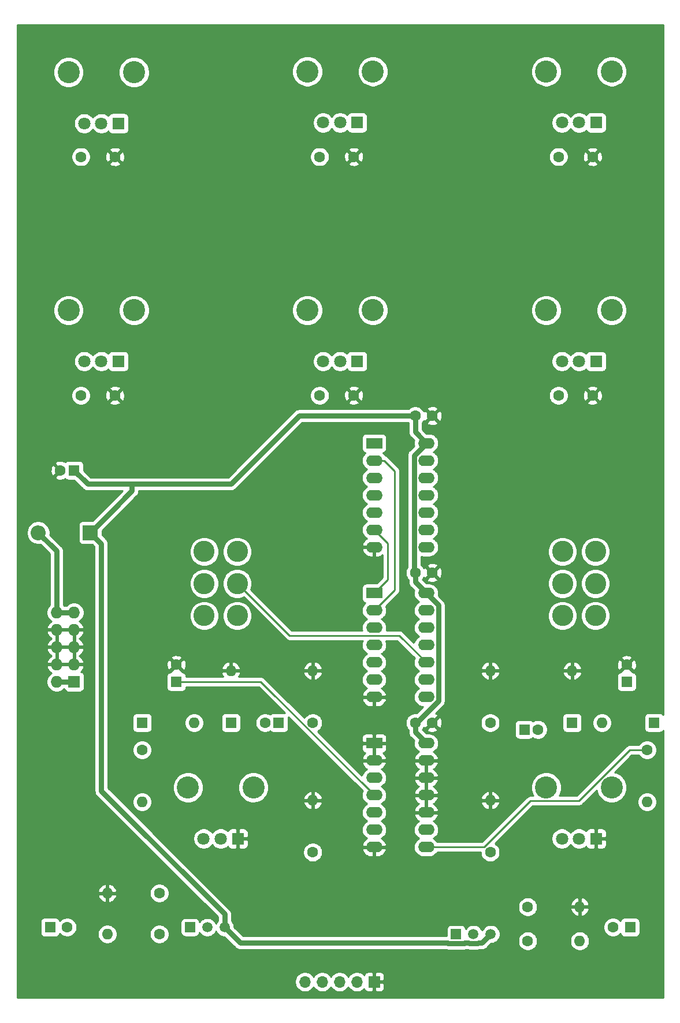
<source format=gbr>
G04 #@! TF.GenerationSoftware,KiCad,Pcbnew,5.1.6-c6e7f7d~87~ubuntu20.04.1*
G04 #@! TF.CreationDate,2020-11-04T13:05:29-05:00*
G04 #@! TF.ProjectId,noisebells,6e6f6973-6562-4656-9c6c-732e6b696361,rev?*
G04 #@! TF.SameCoordinates,Original*
G04 #@! TF.FileFunction,Copper,L2,Bot*
G04 #@! TF.FilePolarity,Positive*
%FSLAX46Y46*%
G04 Gerber Fmt 4.6, Leading zero omitted, Abs format (unit mm)*
G04 Created by KiCad (PCBNEW 5.1.6-c6e7f7d~87~ubuntu20.04.1) date 2020-11-04 13:05:29*
%MOMM*%
%LPD*%
G01*
G04 APERTURE LIST*
G04 #@! TA.AperFunction,ComponentPad*
%ADD10R,1.800000X1.800000*%
G04 #@! TD*
G04 #@! TA.AperFunction,ComponentPad*
%ADD11C,1.800000*%
G04 #@! TD*
G04 #@! TA.AperFunction,ComponentPad*
%ADD12C,3.240000*%
G04 #@! TD*
G04 #@! TA.AperFunction,ComponentPad*
%ADD13O,2.400000X1.600000*%
G04 #@! TD*
G04 #@! TA.AperFunction,ComponentPad*
%ADD14R,2.400000X1.600000*%
G04 #@! TD*
G04 #@! TA.AperFunction,ComponentPad*
%ADD15C,3.100000*%
G04 #@! TD*
G04 #@! TA.AperFunction,ComponentPad*
%ADD16O,1.600000X1.600000*%
G04 #@! TD*
G04 #@! TA.AperFunction,ComponentPad*
%ADD17C,1.600000*%
G04 #@! TD*
G04 #@! TA.AperFunction,ComponentPad*
%ADD18R,1.600000X1.600000*%
G04 #@! TD*
G04 #@! TA.AperFunction,ComponentPad*
%ADD19O,2.200000X2.200000*%
G04 #@! TD*
G04 #@! TA.AperFunction,ComponentPad*
%ADD20R,2.200000X2.200000*%
G04 #@! TD*
G04 #@! TA.AperFunction,ComponentPad*
%ADD21O,1.700000X1.700000*%
G04 #@! TD*
G04 #@! TA.AperFunction,ComponentPad*
%ADD22R,1.700000X1.700000*%
G04 #@! TD*
G04 #@! TA.AperFunction,ComponentPad*
%ADD23R,1.500000X1.500000*%
G04 #@! TD*
G04 #@! TA.AperFunction,ComponentPad*
%ADD24C,1.500000*%
G04 #@! TD*
G04 #@! TA.AperFunction,ComponentPad*
%ADD25O,1.727200X1.727200*%
G04 #@! TD*
G04 #@! TA.AperFunction,ComponentPad*
%ADD26R,1.727200X1.727200*%
G04 #@! TD*
G04 #@! TA.AperFunction,Conductor*
%ADD27C,0.250000*%
G04 #@! TD*
G04 #@! TA.AperFunction,Conductor*
%ADD28C,0.750000*%
G04 #@! TD*
G04 #@! TA.AperFunction,Conductor*
%ADD29C,0.254000*%
G04 #@! TD*
G04 APERTURE END LIST*
D10*
X192000000Y-185400000D03*
D11*
X189500000Y-185400000D03*
X187000000Y-185400000D03*
D12*
X184700000Y-177900000D03*
X194300000Y-177900000D03*
D10*
X244500000Y-185400000D03*
D11*
X242000000Y-185400000D03*
X239500000Y-185400000D03*
D12*
X237200000Y-177900000D03*
X246800000Y-177900000D03*
D10*
X174500000Y-115400000D03*
D11*
X172000000Y-115400000D03*
X169500000Y-115400000D03*
D12*
X167200000Y-107900000D03*
X176800000Y-107900000D03*
D10*
X209500000Y-115400000D03*
D11*
X207000000Y-115400000D03*
X204500000Y-115400000D03*
D12*
X202200000Y-107900000D03*
X211800000Y-107900000D03*
D10*
X174500000Y-80500000D03*
D11*
X172000000Y-80500000D03*
X169500000Y-80500000D03*
D12*
X167200000Y-73000000D03*
X176800000Y-73000000D03*
D10*
X209500000Y-80400000D03*
D11*
X207000000Y-80400000D03*
X204500000Y-80400000D03*
D12*
X202200000Y-72900000D03*
X211800000Y-72900000D03*
D10*
X244500000Y-115400000D03*
D11*
X242000000Y-115400000D03*
X239500000Y-115400000D03*
D12*
X237200000Y-107900000D03*
X246800000Y-107900000D03*
D10*
X244500000Y-80400000D03*
D11*
X242000000Y-80400000D03*
X239500000Y-80400000D03*
D12*
X237200000Y-72900000D03*
X246800000Y-72900000D03*
D13*
X219620000Y-171400000D03*
X212000000Y-186640000D03*
X219620000Y-173940000D03*
X212000000Y-184100000D03*
X219620000Y-176480000D03*
X212000000Y-181560000D03*
X219620000Y-179020000D03*
X212000000Y-179020000D03*
X219620000Y-181560000D03*
X212000000Y-176480000D03*
X219620000Y-184100000D03*
X212000000Y-173940000D03*
X219620000Y-186640000D03*
D14*
X212000000Y-171400000D03*
D15*
X187085000Y-143300000D03*
X187085000Y-148000000D03*
X187085000Y-152700000D03*
X191915000Y-143300000D03*
X191915000Y-152700000D03*
X191915000Y-148000000D03*
D16*
X242120000Y-200400000D03*
D17*
X234500000Y-200400000D03*
X249000000Y-159900000D03*
D18*
X249000000Y-162400000D03*
D17*
X183000000Y-159900000D03*
D18*
X183000000Y-162400000D03*
D19*
X162768000Y-140524000D03*
D20*
X170388000Y-140524000D03*
D21*
X201840000Y-206400000D03*
X204380000Y-206400000D03*
X206920000Y-206400000D03*
X209460000Y-206400000D03*
D22*
X212000000Y-206400000D03*
D17*
X220500000Y-168400000D03*
X218000000Y-168400000D03*
X220500000Y-146400000D03*
X218000000Y-146400000D03*
D16*
X172880000Y-199400000D03*
D17*
X180500000Y-199400000D03*
X174000000Y-120400000D03*
X169000000Y-120400000D03*
D23*
X224000000Y-199400000D03*
D24*
X229080000Y-199400000D03*
X226540000Y-199400000D03*
D17*
X196000000Y-168400000D03*
D18*
X198000000Y-168400000D03*
D16*
X245380000Y-168400000D03*
D18*
X253000000Y-168400000D03*
D16*
X229000000Y-160780000D03*
D17*
X229000000Y-168400000D03*
D13*
X219620000Y-149400000D03*
X212000000Y-164640000D03*
X219620000Y-151940000D03*
X212000000Y-162100000D03*
X219620000Y-154480000D03*
X212000000Y-159560000D03*
X219620000Y-157020000D03*
X212000000Y-157020000D03*
X219620000Y-159560000D03*
X212000000Y-154480000D03*
X219620000Y-162100000D03*
X212000000Y-151940000D03*
X219620000Y-164640000D03*
D14*
X212000000Y-149400000D03*
D17*
X209000000Y-85400000D03*
X204000000Y-85400000D03*
X244000000Y-120400000D03*
X239000000Y-120400000D03*
X174000000Y-85400000D03*
X169000000Y-85400000D03*
X209000000Y-120400000D03*
X204000000Y-120400000D03*
X166000000Y-131400000D03*
D18*
X168000000Y-131400000D03*
D23*
X185000000Y-198400000D03*
D24*
X190080000Y-198400000D03*
X187540000Y-198400000D03*
D17*
X244000000Y-85400000D03*
X239000000Y-85400000D03*
D16*
X185620000Y-168400000D03*
D18*
X178000000Y-168400000D03*
D17*
X247000000Y-198400000D03*
D18*
X249500000Y-198400000D03*
D13*
X219620000Y-127400000D03*
X212000000Y-142640000D03*
X219620000Y-129940000D03*
X212000000Y-140100000D03*
X219620000Y-132480000D03*
X212000000Y-137560000D03*
X219620000Y-135020000D03*
X212000000Y-135020000D03*
X219620000Y-137560000D03*
X212000000Y-132480000D03*
X219620000Y-140100000D03*
X212000000Y-129940000D03*
X219620000Y-142640000D03*
D14*
X212000000Y-127400000D03*
D15*
X239585000Y-143300000D03*
X239585000Y-148000000D03*
X239585000Y-152700000D03*
X244415000Y-143300000D03*
X244415000Y-152700000D03*
X244415000Y-148000000D03*
D16*
X252000000Y-180020000D03*
D17*
X252000000Y-172400000D03*
D16*
X241000000Y-160780000D03*
D18*
X241000000Y-168400000D03*
D16*
X178000000Y-180020000D03*
D17*
X178000000Y-172400000D03*
X167000000Y-198400000D03*
D18*
X164500000Y-198400000D03*
D16*
X229000000Y-179780000D03*
D17*
X229000000Y-187400000D03*
D16*
X203000000Y-179780000D03*
D17*
X203000000Y-187400000D03*
D16*
X242120000Y-195400000D03*
D17*
X234500000Y-195400000D03*
D16*
X172880000Y-193400000D03*
D17*
X180500000Y-193400000D03*
X236000000Y-169400000D03*
D18*
X234000000Y-169400000D03*
D16*
X191000000Y-160780000D03*
D18*
X191000000Y-168400000D03*
D16*
X203000000Y-160780000D03*
D17*
X203000000Y-168400000D03*
X220500000Y-123400000D03*
X218000000Y-123400000D03*
D25*
X165460000Y-152240000D03*
X168000000Y-152240000D03*
X165460000Y-154780000D03*
X168000000Y-154780000D03*
X165460000Y-157320000D03*
X168000000Y-157320000D03*
X165460000Y-159860000D03*
X168000000Y-159860000D03*
X165460000Y-162400000D03*
D26*
X168000000Y-162400000D03*
D27*
X241976397Y-179845001D02*
X249421398Y-172400000D01*
X234889997Y-179845001D02*
X241976397Y-179845001D01*
X249421398Y-172400000D02*
X252000000Y-172400000D01*
X228094998Y-186640000D02*
X234889997Y-179845001D01*
X219620000Y-186640000D02*
X228094998Y-186640000D01*
X195380000Y-162400000D02*
X212000000Y-179020000D01*
X183000000Y-162400000D02*
X195380000Y-162400000D01*
D28*
X170388000Y-140524000D02*
X172000000Y-142136000D01*
X190080000Y-198400000D02*
X192355020Y-200675020D01*
X176500000Y-133400000D02*
X170000000Y-133400000D01*
X225854018Y-200675020D02*
X225903999Y-200725001D01*
X172000000Y-142136000D02*
X172000000Y-178400000D01*
X218000000Y-147780000D02*
X219620000Y-149400000D01*
X173436000Y-137476000D02*
X170388000Y-140524000D01*
X227804980Y-200675020D02*
X229080000Y-199400000D01*
X172000000Y-178400000D02*
X190080000Y-196480000D01*
X222789999Y-200725001D02*
X225210001Y-200725001D01*
X201000000Y-123400000D02*
X191000000Y-133400000D01*
X192355020Y-200675020D02*
X222740018Y-200675020D01*
X191000000Y-133400000D02*
X176500000Y-133400000D01*
X218000000Y-168400000D02*
X218000000Y-169780000D01*
X170000000Y-133400000D02*
X168000000Y-131400000D01*
X217844990Y-129175010D02*
X217844990Y-146244990D01*
X227176001Y-200725001D02*
X227225982Y-200675020D01*
X218000000Y-125780000D02*
X219620000Y-127400000D01*
X222740018Y-200675020D02*
X222789999Y-200725001D01*
X227225982Y-200675020D02*
X227804980Y-200675020D01*
X225259982Y-200675020D02*
X225854018Y-200675020D01*
X219620000Y-127400000D02*
X217844990Y-129175010D01*
X225903999Y-200725001D02*
X227176001Y-200725001D01*
X190080000Y-196480000D02*
X190080000Y-198400000D01*
X176500000Y-133400000D02*
X176500000Y-134412000D01*
X218000000Y-123400000D02*
X201000000Y-123400000D01*
X176500000Y-134412000D02*
X173436000Y-137476000D01*
X218000000Y-169780000D02*
X219620000Y-171400000D01*
X218000000Y-146400000D02*
X218000000Y-147780000D01*
X217844990Y-146244990D02*
X218000000Y-146400000D01*
X218000000Y-123400000D02*
X218000000Y-125780000D01*
X225210001Y-200725001D02*
X225259982Y-200675020D01*
X218204557Y-168400000D02*
X218000000Y-168400000D01*
X221395010Y-151175010D02*
X221395010Y-165209547D01*
X221395010Y-165209547D02*
X218204557Y-168400000D01*
X219620000Y-149400000D02*
X221395010Y-151175010D01*
D27*
X215000000Y-131490000D02*
X215000000Y-148940000D01*
X215000000Y-148940000D02*
X212000000Y-151940000D01*
X212000000Y-129940000D02*
X212000000Y-129400000D01*
X212000000Y-129940000D02*
X213450000Y-129940000D01*
X213450000Y-129940000D02*
X215000000Y-131490000D01*
X214000000Y-147400000D02*
X212000000Y-149400000D01*
X212000000Y-140100000D02*
X212000000Y-140400000D01*
X212000000Y-140100000D02*
X214000000Y-142100000D01*
X214000000Y-142100000D02*
X214000000Y-147400000D01*
X199605010Y-155605010D02*
X191900000Y-147900000D01*
X215665010Y-155605010D02*
X199605010Y-155605010D01*
X219620000Y-159560000D02*
X215665010Y-155605010D01*
D28*
X165460000Y-162400000D02*
X168000000Y-162400000D01*
X165460000Y-143216000D02*
X162768000Y-140524000D01*
X168000000Y-152240000D02*
X165460000Y-152240000D01*
X165460000Y-152240000D02*
X165460000Y-143216000D01*
D29*
G36*
X254340001Y-167263211D02*
G01*
X254330537Y-167245506D01*
X254251185Y-167148815D01*
X254154494Y-167069463D01*
X254044180Y-167010498D01*
X253924482Y-166974188D01*
X253800000Y-166961928D01*
X252200000Y-166961928D01*
X252075518Y-166974188D01*
X251955820Y-167010498D01*
X251845506Y-167069463D01*
X251748815Y-167148815D01*
X251669463Y-167245506D01*
X251610498Y-167355820D01*
X251574188Y-167475518D01*
X251561928Y-167600000D01*
X251561928Y-169200000D01*
X251574188Y-169324482D01*
X251610498Y-169444180D01*
X251669463Y-169554494D01*
X251748815Y-169651185D01*
X251845506Y-169730537D01*
X251955820Y-169789502D01*
X252075518Y-169825812D01*
X252200000Y-169838072D01*
X253800000Y-169838072D01*
X253924482Y-169825812D01*
X254044180Y-169789502D01*
X254154494Y-169730537D01*
X254251185Y-169651185D01*
X254330537Y-169554494D01*
X254340001Y-169536789D01*
X254340001Y-208740000D01*
X159660000Y-208740000D01*
X159660000Y-206253740D01*
X200355000Y-206253740D01*
X200355000Y-206546260D01*
X200412068Y-206833158D01*
X200524010Y-207103411D01*
X200686525Y-207346632D01*
X200893368Y-207553475D01*
X201136589Y-207715990D01*
X201406842Y-207827932D01*
X201693740Y-207885000D01*
X201986260Y-207885000D01*
X202273158Y-207827932D01*
X202543411Y-207715990D01*
X202786632Y-207553475D01*
X202993475Y-207346632D01*
X203110000Y-207172240D01*
X203226525Y-207346632D01*
X203433368Y-207553475D01*
X203676589Y-207715990D01*
X203946842Y-207827932D01*
X204233740Y-207885000D01*
X204526260Y-207885000D01*
X204813158Y-207827932D01*
X205083411Y-207715990D01*
X205326632Y-207553475D01*
X205533475Y-207346632D01*
X205650000Y-207172240D01*
X205766525Y-207346632D01*
X205973368Y-207553475D01*
X206216589Y-207715990D01*
X206486842Y-207827932D01*
X206773740Y-207885000D01*
X207066260Y-207885000D01*
X207353158Y-207827932D01*
X207623411Y-207715990D01*
X207866632Y-207553475D01*
X208073475Y-207346632D01*
X208190000Y-207172240D01*
X208306525Y-207346632D01*
X208513368Y-207553475D01*
X208756589Y-207715990D01*
X209026842Y-207827932D01*
X209313740Y-207885000D01*
X209606260Y-207885000D01*
X209893158Y-207827932D01*
X210163411Y-207715990D01*
X210406632Y-207553475D01*
X210538487Y-207421620D01*
X210560498Y-207494180D01*
X210619463Y-207604494D01*
X210698815Y-207701185D01*
X210795506Y-207780537D01*
X210905820Y-207839502D01*
X211025518Y-207875812D01*
X211150000Y-207888072D01*
X211714250Y-207885000D01*
X211873000Y-207726250D01*
X211873000Y-206527000D01*
X212127000Y-206527000D01*
X212127000Y-207726250D01*
X212285750Y-207885000D01*
X212850000Y-207888072D01*
X212974482Y-207875812D01*
X213094180Y-207839502D01*
X213204494Y-207780537D01*
X213301185Y-207701185D01*
X213380537Y-207604494D01*
X213439502Y-207494180D01*
X213475812Y-207374482D01*
X213488072Y-207250000D01*
X213485000Y-206685750D01*
X213326250Y-206527000D01*
X212127000Y-206527000D01*
X211873000Y-206527000D01*
X211853000Y-206527000D01*
X211853000Y-206273000D01*
X211873000Y-206273000D01*
X211873000Y-205073750D01*
X212127000Y-205073750D01*
X212127000Y-206273000D01*
X213326250Y-206273000D01*
X213485000Y-206114250D01*
X213488072Y-205550000D01*
X213475812Y-205425518D01*
X213439502Y-205305820D01*
X213380537Y-205195506D01*
X213301185Y-205098815D01*
X213204494Y-205019463D01*
X213094180Y-204960498D01*
X212974482Y-204924188D01*
X212850000Y-204911928D01*
X212285750Y-204915000D01*
X212127000Y-205073750D01*
X211873000Y-205073750D01*
X211714250Y-204915000D01*
X211150000Y-204911928D01*
X211025518Y-204924188D01*
X210905820Y-204960498D01*
X210795506Y-205019463D01*
X210698815Y-205098815D01*
X210619463Y-205195506D01*
X210560498Y-205305820D01*
X210538487Y-205378380D01*
X210406632Y-205246525D01*
X210163411Y-205084010D01*
X209893158Y-204972068D01*
X209606260Y-204915000D01*
X209313740Y-204915000D01*
X209026842Y-204972068D01*
X208756589Y-205084010D01*
X208513368Y-205246525D01*
X208306525Y-205453368D01*
X208190000Y-205627760D01*
X208073475Y-205453368D01*
X207866632Y-205246525D01*
X207623411Y-205084010D01*
X207353158Y-204972068D01*
X207066260Y-204915000D01*
X206773740Y-204915000D01*
X206486842Y-204972068D01*
X206216589Y-205084010D01*
X205973368Y-205246525D01*
X205766525Y-205453368D01*
X205650000Y-205627760D01*
X205533475Y-205453368D01*
X205326632Y-205246525D01*
X205083411Y-205084010D01*
X204813158Y-204972068D01*
X204526260Y-204915000D01*
X204233740Y-204915000D01*
X203946842Y-204972068D01*
X203676589Y-205084010D01*
X203433368Y-205246525D01*
X203226525Y-205453368D01*
X203110000Y-205627760D01*
X202993475Y-205453368D01*
X202786632Y-205246525D01*
X202543411Y-205084010D01*
X202273158Y-204972068D01*
X201986260Y-204915000D01*
X201693740Y-204915000D01*
X201406842Y-204972068D01*
X201136589Y-205084010D01*
X200893368Y-205246525D01*
X200686525Y-205453368D01*
X200524010Y-205696589D01*
X200412068Y-205966842D01*
X200355000Y-206253740D01*
X159660000Y-206253740D01*
X159660000Y-197600000D01*
X163061928Y-197600000D01*
X163061928Y-199200000D01*
X163074188Y-199324482D01*
X163110498Y-199444180D01*
X163169463Y-199554494D01*
X163248815Y-199651185D01*
X163345506Y-199730537D01*
X163455820Y-199789502D01*
X163575518Y-199825812D01*
X163700000Y-199838072D01*
X165300000Y-199838072D01*
X165424482Y-199825812D01*
X165544180Y-199789502D01*
X165654494Y-199730537D01*
X165751185Y-199651185D01*
X165830537Y-199554494D01*
X165889502Y-199444180D01*
X165918661Y-199348057D01*
X166085241Y-199514637D01*
X166320273Y-199671680D01*
X166581426Y-199779853D01*
X166858665Y-199835000D01*
X167141335Y-199835000D01*
X167418574Y-199779853D01*
X167679727Y-199671680D01*
X167914759Y-199514637D01*
X168114637Y-199314759D01*
X168152117Y-199258665D01*
X171445000Y-199258665D01*
X171445000Y-199541335D01*
X171500147Y-199818574D01*
X171608320Y-200079727D01*
X171765363Y-200314759D01*
X171965241Y-200514637D01*
X172200273Y-200671680D01*
X172461426Y-200779853D01*
X172738665Y-200835000D01*
X173021335Y-200835000D01*
X173298574Y-200779853D01*
X173559727Y-200671680D01*
X173794759Y-200514637D01*
X173994637Y-200314759D01*
X174151680Y-200079727D01*
X174259853Y-199818574D01*
X174315000Y-199541335D01*
X174315000Y-199258665D01*
X179065000Y-199258665D01*
X179065000Y-199541335D01*
X179120147Y-199818574D01*
X179228320Y-200079727D01*
X179385363Y-200314759D01*
X179585241Y-200514637D01*
X179820273Y-200671680D01*
X180081426Y-200779853D01*
X180358665Y-200835000D01*
X180641335Y-200835000D01*
X180918574Y-200779853D01*
X181179727Y-200671680D01*
X181414759Y-200514637D01*
X181614637Y-200314759D01*
X181771680Y-200079727D01*
X181879853Y-199818574D01*
X181935000Y-199541335D01*
X181935000Y-199258665D01*
X181879853Y-198981426D01*
X181771680Y-198720273D01*
X181614637Y-198485241D01*
X181414759Y-198285363D01*
X181179727Y-198128320D01*
X180918574Y-198020147D01*
X180641335Y-197965000D01*
X180358665Y-197965000D01*
X180081426Y-198020147D01*
X179820273Y-198128320D01*
X179585241Y-198285363D01*
X179385363Y-198485241D01*
X179228320Y-198720273D01*
X179120147Y-198981426D01*
X179065000Y-199258665D01*
X174315000Y-199258665D01*
X174259853Y-198981426D01*
X174151680Y-198720273D01*
X173994637Y-198485241D01*
X173794759Y-198285363D01*
X173559727Y-198128320D01*
X173298574Y-198020147D01*
X173021335Y-197965000D01*
X172738665Y-197965000D01*
X172461426Y-198020147D01*
X172200273Y-198128320D01*
X171965241Y-198285363D01*
X171765363Y-198485241D01*
X171608320Y-198720273D01*
X171500147Y-198981426D01*
X171445000Y-199258665D01*
X168152117Y-199258665D01*
X168271680Y-199079727D01*
X168379853Y-198818574D01*
X168435000Y-198541335D01*
X168435000Y-198258665D01*
X168379853Y-197981426D01*
X168271680Y-197720273D01*
X168114637Y-197485241D01*
X167914759Y-197285363D01*
X167679727Y-197128320D01*
X167418574Y-197020147D01*
X167141335Y-196965000D01*
X166858665Y-196965000D01*
X166581426Y-197020147D01*
X166320273Y-197128320D01*
X166085241Y-197285363D01*
X165918661Y-197451943D01*
X165889502Y-197355820D01*
X165830537Y-197245506D01*
X165751185Y-197148815D01*
X165654494Y-197069463D01*
X165544180Y-197010498D01*
X165424482Y-196974188D01*
X165300000Y-196961928D01*
X163700000Y-196961928D01*
X163575518Y-196974188D01*
X163455820Y-197010498D01*
X163345506Y-197069463D01*
X163248815Y-197148815D01*
X163169463Y-197245506D01*
X163110498Y-197355820D01*
X163074188Y-197475518D01*
X163061928Y-197600000D01*
X159660000Y-197600000D01*
X159660000Y-193749039D01*
X171488096Y-193749039D01*
X171528754Y-193883087D01*
X171648963Y-194137420D01*
X171816481Y-194363414D01*
X172024869Y-194552385D01*
X172266119Y-194697070D01*
X172530960Y-194791909D01*
X172753000Y-194670624D01*
X172753000Y-193527000D01*
X173007000Y-193527000D01*
X173007000Y-194670624D01*
X173229040Y-194791909D01*
X173493881Y-194697070D01*
X173735131Y-194552385D01*
X173943519Y-194363414D01*
X174111037Y-194137420D01*
X174231246Y-193883087D01*
X174271904Y-193749039D01*
X174149915Y-193527000D01*
X173007000Y-193527000D01*
X172753000Y-193527000D01*
X171610085Y-193527000D01*
X171488096Y-193749039D01*
X159660000Y-193749039D01*
X159660000Y-193050961D01*
X171488096Y-193050961D01*
X171610085Y-193273000D01*
X172753000Y-193273000D01*
X172753000Y-192129376D01*
X173007000Y-192129376D01*
X173007000Y-193273000D01*
X174149915Y-193273000D01*
X174157790Y-193258665D01*
X179065000Y-193258665D01*
X179065000Y-193541335D01*
X179120147Y-193818574D01*
X179228320Y-194079727D01*
X179385363Y-194314759D01*
X179585241Y-194514637D01*
X179820273Y-194671680D01*
X180081426Y-194779853D01*
X180358665Y-194835000D01*
X180641335Y-194835000D01*
X180918574Y-194779853D01*
X181179727Y-194671680D01*
X181414759Y-194514637D01*
X181614637Y-194314759D01*
X181771680Y-194079727D01*
X181879853Y-193818574D01*
X181935000Y-193541335D01*
X181935000Y-193258665D01*
X181879853Y-192981426D01*
X181771680Y-192720273D01*
X181614637Y-192485241D01*
X181414759Y-192285363D01*
X181179727Y-192128320D01*
X180918574Y-192020147D01*
X180641335Y-191965000D01*
X180358665Y-191965000D01*
X180081426Y-192020147D01*
X179820273Y-192128320D01*
X179585241Y-192285363D01*
X179385363Y-192485241D01*
X179228320Y-192720273D01*
X179120147Y-192981426D01*
X179065000Y-193258665D01*
X174157790Y-193258665D01*
X174271904Y-193050961D01*
X174231246Y-192916913D01*
X174111037Y-192662580D01*
X173943519Y-192436586D01*
X173735131Y-192247615D01*
X173493881Y-192102930D01*
X173229040Y-192008091D01*
X173007000Y-192129376D01*
X172753000Y-192129376D01*
X172530960Y-192008091D01*
X172266119Y-192102930D01*
X172024869Y-192247615D01*
X171816481Y-192436586D01*
X171648963Y-192662580D01*
X171528754Y-192916913D01*
X171488096Y-193050961D01*
X159660000Y-193050961D01*
X159660000Y-162252401D01*
X163961400Y-162252401D01*
X163961400Y-162547599D01*
X164018990Y-162837125D01*
X164131958Y-163109853D01*
X164295961Y-163355302D01*
X164504698Y-163564039D01*
X164750147Y-163728042D01*
X165022875Y-163841010D01*
X165312401Y-163898600D01*
X165607599Y-163898600D01*
X165897125Y-163841010D01*
X166169853Y-163728042D01*
X166415302Y-163564039D01*
X166529364Y-163449977D01*
X166546898Y-163507780D01*
X166605863Y-163618094D01*
X166685215Y-163714785D01*
X166781906Y-163794137D01*
X166892220Y-163853102D01*
X167011918Y-163889412D01*
X167136400Y-163901672D01*
X168863600Y-163901672D01*
X168988082Y-163889412D01*
X169107780Y-163853102D01*
X169218094Y-163794137D01*
X169314785Y-163714785D01*
X169394137Y-163618094D01*
X169453102Y-163507780D01*
X169489412Y-163388082D01*
X169501672Y-163263600D01*
X169501672Y-161536400D01*
X169489412Y-161411918D01*
X169453102Y-161292220D01*
X169394137Y-161181906D01*
X169314785Y-161085215D01*
X169218094Y-161005863D01*
X169107780Y-160946898D01*
X169043426Y-160927376D01*
X169106854Y-160870293D01*
X169282684Y-160634944D01*
X169409222Y-160369814D01*
X169454958Y-160219026D01*
X169333817Y-159987000D01*
X168127000Y-159987000D01*
X168127000Y-160007000D01*
X167873000Y-160007000D01*
X167873000Y-159987000D01*
X165587000Y-159987000D01*
X165587000Y-160007000D01*
X165333000Y-160007000D01*
X165333000Y-159987000D01*
X164126183Y-159987000D01*
X164005042Y-160219026D01*
X164050778Y-160369814D01*
X164177316Y-160634944D01*
X164353146Y-160870293D01*
X164571512Y-161066817D01*
X164670103Y-161125441D01*
X164504698Y-161235961D01*
X164295961Y-161444698D01*
X164131958Y-161690147D01*
X164018990Y-161962875D01*
X163961400Y-162252401D01*
X159660000Y-162252401D01*
X159660000Y-157679026D01*
X164005042Y-157679026D01*
X164050778Y-157829814D01*
X164177316Y-158094944D01*
X164353146Y-158330293D01*
X164571512Y-158526817D01*
X164677770Y-158590000D01*
X164571512Y-158653183D01*
X164353146Y-158849707D01*
X164177316Y-159085056D01*
X164050778Y-159350186D01*
X164005042Y-159500974D01*
X164126183Y-159733000D01*
X165333000Y-159733000D01*
X165333000Y-157447000D01*
X165587000Y-157447000D01*
X165587000Y-159733000D01*
X167873000Y-159733000D01*
X167873000Y-157447000D01*
X168127000Y-157447000D01*
X168127000Y-159733000D01*
X169333817Y-159733000D01*
X169454958Y-159500974D01*
X169409222Y-159350186D01*
X169282684Y-159085056D01*
X169106854Y-158849707D01*
X168888488Y-158653183D01*
X168782230Y-158590000D01*
X168888488Y-158526817D01*
X169106854Y-158330293D01*
X169282684Y-158094944D01*
X169409222Y-157829814D01*
X169454958Y-157679026D01*
X169333817Y-157447000D01*
X168127000Y-157447000D01*
X167873000Y-157447000D01*
X165587000Y-157447000D01*
X165333000Y-157447000D01*
X164126183Y-157447000D01*
X164005042Y-157679026D01*
X159660000Y-157679026D01*
X159660000Y-155139026D01*
X164005042Y-155139026D01*
X164050778Y-155289814D01*
X164177316Y-155554944D01*
X164353146Y-155790293D01*
X164571512Y-155986817D01*
X164677770Y-156050000D01*
X164571512Y-156113183D01*
X164353146Y-156309707D01*
X164177316Y-156545056D01*
X164050778Y-156810186D01*
X164005042Y-156960974D01*
X164126183Y-157193000D01*
X165333000Y-157193000D01*
X165333000Y-154907000D01*
X165587000Y-154907000D01*
X165587000Y-157193000D01*
X167873000Y-157193000D01*
X167873000Y-154907000D01*
X168127000Y-154907000D01*
X168127000Y-157193000D01*
X169333817Y-157193000D01*
X169454958Y-156960974D01*
X169409222Y-156810186D01*
X169282684Y-156545056D01*
X169106854Y-156309707D01*
X168888488Y-156113183D01*
X168782230Y-156050000D01*
X168888488Y-155986817D01*
X169106854Y-155790293D01*
X169282684Y-155554944D01*
X169409222Y-155289814D01*
X169454958Y-155139026D01*
X169333817Y-154907000D01*
X168127000Y-154907000D01*
X167873000Y-154907000D01*
X165587000Y-154907000D01*
X165333000Y-154907000D01*
X164126183Y-154907000D01*
X164005042Y-155139026D01*
X159660000Y-155139026D01*
X159660000Y-140353117D01*
X161033000Y-140353117D01*
X161033000Y-140694883D01*
X161099675Y-141030081D01*
X161230463Y-141345831D01*
X161420337Y-141629998D01*
X161662002Y-141871663D01*
X161946169Y-142061537D01*
X162261919Y-142192325D01*
X162597117Y-142259000D01*
X162938883Y-142259000D01*
X163052120Y-142236476D01*
X164450001Y-143634357D01*
X164450000Y-151130659D01*
X164295961Y-151284698D01*
X164131958Y-151530147D01*
X164018990Y-151802875D01*
X163961400Y-152092401D01*
X163961400Y-152387599D01*
X164018990Y-152677125D01*
X164131958Y-152949853D01*
X164295961Y-153195302D01*
X164504698Y-153404039D01*
X164670103Y-153514559D01*
X164571512Y-153573183D01*
X164353146Y-153769707D01*
X164177316Y-154005056D01*
X164050778Y-154270186D01*
X164005042Y-154420974D01*
X164126183Y-154653000D01*
X165333000Y-154653000D01*
X165333000Y-154633000D01*
X165587000Y-154633000D01*
X165587000Y-154653000D01*
X167873000Y-154653000D01*
X167873000Y-154633000D01*
X168127000Y-154633000D01*
X168127000Y-154653000D01*
X169333817Y-154653000D01*
X169454958Y-154420974D01*
X169409222Y-154270186D01*
X169282684Y-154005056D01*
X169106854Y-153769707D01*
X168888488Y-153573183D01*
X168789897Y-153514559D01*
X168955302Y-153404039D01*
X169164039Y-153195302D01*
X169328042Y-152949853D01*
X169441010Y-152677125D01*
X169498600Y-152387599D01*
X169498600Y-152092401D01*
X169441010Y-151802875D01*
X169328042Y-151530147D01*
X169164039Y-151284698D01*
X168955302Y-151075961D01*
X168709853Y-150911958D01*
X168437125Y-150798990D01*
X168147599Y-150741400D01*
X167852401Y-150741400D01*
X167562875Y-150798990D01*
X167290147Y-150911958D01*
X167044698Y-151075961D01*
X166890659Y-151230000D01*
X166569341Y-151230000D01*
X166470000Y-151130659D01*
X166470000Y-143265608D01*
X166474886Y-143216000D01*
X166455385Y-143018005D01*
X166397632Y-142827620D01*
X166310068Y-142663799D01*
X166303847Y-142652160D01*
X166177633Y-142498367D01*
X166139100Y-142466744D01*
X164480476Y-140808120D01*
X164503000Y-140694883D01*
X164503000Y-140353117D01*
X164436325Y-140017919D01*
X164305537Y-139702169D01*
X164115663Y-139418002D01*
X163873998Y-139176337D01*
X163589831Y-138986463D01*
X163274081Y-138855675D01*
X162938883Y-138789000D01*
X162597117Y-138789000D01*
X162261919Y-138855675D01*
X161946169Y-138986463D01*
X161662002Y-139176337D01*
X161420337Y-139418002D01*
X161230463Y-139702169D01*
X161099675Y-140017919D01*
X161033000Y-140353117D01*
X159660000Y-140353117D01*
X159660000Y-131470512D01*
X164559783Y-131470512D01*
X164601213Y-131750130D01*
X164696397Y-132016292D01*
X164763329Y-132141514D01*
X165007298Y-132213097D01*
X165820395Y-131400000D01*
X165007298Y-130586903D01*
X164763329Y-130658486D01*
X164642429Y-130913996D01*
X164573700Y-131188184D01*
X164559783Y-131470512D01*
X159660000Y-131470512D01*
X159660000Y-130407298D01*
X165186903Y-130407298D01*
X166000000Y-131220395D01*
X166014143Y-131206253D01*
X166193748Y-131385858D01*
X166179605Y-131400000D01*
X166193748Y-131414143D01*
X166014143Y-131593748D01*
X166000000Y-131579605D01*
X165186903Y-132392702D01*
X165258486Y-132636671D01*
X165513996Y-132757571D01*
X165788184Y-132826300D01*
X166070512Y-132840217D01*
X166350130Y-132798787D01*
X166616292Y-132703603D01*
X166738309Y-132638384D01*
X166748815Y-132651185D01*
X166845506Y-132730537D01*
X166955820Y-132789502D01*
X167075518Y-132825812D01*
X167200000Y-132838072D01*
X168009717Y-132838072D01*
X169250739Y-134079094D01*
X169282367Y-134117633D01*
X169436160Y-134243847D01*
X169611620Y-134337632D01*
X169802006Y-134395385D01*
X169950392Y-134410000D01*
X169950394Y-134410000D01*
X169999999Y-134414886D01*
X170049604Y-134410000D01*
X175073645Y-134410000D01*
X172756906Y-136726739D01*
X172756900Y-136726744D01*
X170697717Y-138785928D01*
X169288000Y-138785928D01*
X169163518Y-138798188D01*
X169043820Y-138834498D01*
X168933506Y-138893463D01*
X168836815Y-138972815D01*
X168757463Y-139069506D01*
X168698498Y-139179820D01*
X168662188Y-139299518D01*
X168649928Y-139424000D01*
X168649928Y-141624000D01*
X168662188Y-141748482D01*
X168698498Y-141868180D01*
X168757463Y-141978494D01*
X168836815Y-142075185D01*
X168933506Y-142154537D01*
X169043820Y-142213502D01*
X169163518Y-142249812D01*
X169288000Y-142262072D01*
X170697717Y-142262072D01*
X170990000Y-142554355D01*
X170990001Y-178350382D01*
X170985114Y-178400000D01*
X171004615Y-178597994D01*
X171062368Y-178788379D01*
X171135324Y-178924869D01*
X171156154Y-178963840D01*
X171282368Y-179117633D01*
X171320901Y-179149256D01*
X189070000Y-196898355D01*
X189070001Y-197451314D01*
X189004201Y-197517114D01*
X188852629Y-197743957D01*
X188810000Y-197846873D01*
X188767371Y-197743957D01*
X188615799Y-197517114D01*
X188422886Y-197324201D01*
X188196043Y-197172629D01*
X187943989Y-197068225D01*
X187676411Y-197015000D01*
X187403589Y-197015000D01*
X187136011Y-197068225D01*
X186883957Y-197172629D01*
X186657114Y-197324201D01*
X186464201Y-197517114D01*
X186386445Y-197633483D01*
X186375812Y-197525518D01*
X186339502Y-197405820D01*
X186280537Y-197295506D01*
X186201185Y-197198815D01*
X186104494Y-197119463D01*
X185994180Y-197060498D01*
X185874482Y-197024188D01*
X185750000Y-197011928D01*
X184250000Y-197011928D01*
X184125518Y-197024188D01*
X184005820Y-197060498D01*
X183895506Y-197119463D01*
X183798815Y-197198815D01*
X183719463Y-197295506D01*
X183660498Y-197405820D01*
X183624188Y-197525518D01*
X183611928Y-197650000D01*
X183611928Y-199150000D01*
X183624188Y-199274482D01*
X183660498Y-199394180D01*
X183719463Y-199504494D01*
X183798815Y-199601185D01*
X183895506Y-199680537D01*
X184005820Y-199739502D01*
X184125518Y-199775812D01*
X184250000Y-199788072D01*
X185750000Y-199788072D01*
X185874482Y-199775812D01*
X185994180Y-199739502D01*
X186104494Y-199680537D01*
X186201185Y-199601185D01*
X186280537Y-199504494D01*
X186339502Y-199394180D01*
X186375812Y-199274482D01*
X186386445Y-199166517D01*
X186464201Y-199282886D01*
X186657114Y-199475799D01*
X186883957Y-199627371D01*
X187136011Y-199731775D01*
X187403589Y-199785000D01*
X187676411Y-199785000D01*
X187943989Y-199731775D01*
X188196043Y-199627371D01*
X188422886Y-199475799D01*
X188615799Y-199282886D01*
X188767371Y-199056043D01*
X188810000Y-198953127D01*
X188852629Y-199056043D01*
X189004201Y-199282886D01*
X189197114Y-199475799D01*
X189423957Y-199627371D01*
X189676011Y-199731775D01*
X189943589Y-199785000D01*
X190036645Y-199785000D01*
X191605759Y-201354114D01*
X191637387Y-201392653D01*
X191791180Y-201518867D01*
X191966640Y-201612652D01*
X192157026Y-201670405D01*
X192305412Y-201685020D01*
X192305414Y-201685020D01*
X192355019Y-201689906D01*
X192404624Y-201685020D01*
X222475419Y-201685020D01*
X222592005Y-201720386D01*
X222789999Y-201739887D01*
X222839607Y-201735001D01*
X225160393Y-201735001D01*
X225210001Y-201739887D01*
X225407995Y-201720386D01*
X225524581Y-201685020D01*
X225589419Y-201685020D01*
X225706005Y-201720386D01*
X225903999Y-201739887D01*
X225953607Y-201735001D01*
X227126393Y-201735001D01*
X227176001Y-201739887D01*
X227373995Y-201720386D01*
X227490581Y-201685020D01*
X227755372Y-201685020D01*
X227804980Y-201689906D01*
X228002974Y-201670405D01*
X228028595Y-201662633D01*
X228193360Y-201612652D01*
X228368820Y-201518867D01*
X228522613Y-201392653D01*
X228554241Y-201354114D01*
X229123355Y-200785000D01*
X229216411Y-200785000D01*
X229483989Y-200731775D01*
X229736043Y-200627371D01*
X229962886Y-200475799D01*
X230155799Y-200282886D01*
X230171982Y-200258665D01*
X233065000Y-200258665D01*
X233065000Y-200541335D01*
X233120147Y-200818574D01*
X233228320Y-201079727D01*
X233385363Y-201314759D01*
X233585241Y-201514637D01*
X233820273Y-201671680D01*
X234081426Y-201779853D01*
X234358665Y-201835000D01*
X234641335Y-201835000D01*
X234918574Y-201779853D01*
X235179727Y-201671680D01*
X235414759Y-201514637D01*
X235614637Y-201314759D01*
X235771680Y-201079727D01*
X235879853Y-200818574D01*
X235935000Y-200541335D01*
X235935000Y-200258665D01*
X240685000Y-200258665D01*
X240685000Y-200541335D01*
X240740147Y-200818574D01*
X240848320Y-201079727D01*
X241005363Y-201314759D01*
X241205241Y-201514637D01*
X241440273Y-201671680D01*
X241701426Y-201779853D01*
X241978665Y-201835000D01*
X242261335Y-201835000D01*
X242538574Y-201779853D01*
X242799727Y-201671680D01*
X243034759Y-201514637D01*
X243234637Y-201314759D01*
X243391680Y-201079727D01*
X243499853Y-200818574D01*
X243555000Y-200541335D01*
X243555000Y-200258665D01*
X243499853Y-199981426D01*
X243391680Y-199720273D01*
X243234637Y-199485241D01*
X243034759Y-199285363D01*
X242799727Y-199128320D01*
X242538574Y-199020147D01*
X242261335Y-198965000D01*
X241978665Y-198965000D01*
X241701426Y-199020147D01*
X241440273Y-199128320D01*
X241205241Y-199285363D01*
X241005363Y-199485241D01*
X240848320Y-199720273D01*
X240740147Y-199981426D01*
X240685000Y-200258665D01*
X235935000Y-200258665D01*
X235879853Y-199981426D01*
X235771680Y-199720273D01*
X235614637Y-199485241D01*
X235414759Y-199285363D01*
X235179727Y-199128320D01*
X234918574Y-199020147D01*
X234641335Y-198965000D01*
X234358665Y-198965000D01*
X234081426Y-199020147D01*
X233820273Y-199128320D01*
X233585241Y-199285363D01*
X233385363Y-199485241D01*
X233228320Y-199720273D01*
X233120147Y-199981426D01*
X233065000Y-200258665D01*
X230171982Y-200258665D01*
X230307371Y-200056043D01*
X230411775Y-199803989D01*
X230465000Y-199536411D01*
X230465000Y-199263589D01*
X230411775Y-198996011D01*
X230307371Y-198743957D01*
X230155799Y-198517114D01*
X229962886Y-198324201D01*
X229864805Y-198258665D01*
X245565000Y-198258665D01*
X245565000Y-198541335D01*
X245620147Y-198818574D01*
X245728320Y-199079727D01*
X245885363Y-199314759D01*
X246085241Y-199514637D01*
X246320273Y-199671680D01*
X246581426Y-199779853D01*
X246858665Y-199835000D01*
X247141335Y-199835000D01*
X247418574Y-199779853D01*
X247679727Y-199671680D01*
X247914759Y-199514637D01*
X248081339Y-199348057D01*
X248110498Y-199444180D01*
X248169463Y-199554494D01*
X248248815Y-199651185D01*
X248345506Y-199730537D01*
X248455820Y-199789502D01*
X248575518Y-199825812D01*
X248700000Y-199838072D01*
X250300000Y-199838072D01*
X250424482Y-199825812D01*
X250544180Y-199789502D01*
X250654494Y-199730537D01*
X250751185Y-199651185D01*
X250830537Y-199554494D01*
X250889502Y-199444180D01*
X250925812Y-199324482D01*
X250938072Y-199200000D01*
X250938072Y-197600000D01*
X250925812Y-197475518D01*
X250889502Y-197355820D01*
X250830537Y-197245506D01*
X250751185Y-197148815D01*
X250654494Y-197069463D01*
X250544180Y-197010498D01*
X250424482Y-196974188D01*
X250300000Y-196961928D01*
X248700000Y-196961928D01*
X248575518Y-196974188D01*
X248455820Y-197010498D01*
X248345506Y-197069463D01*
X248248815Y-197148815D01*
X248169463Y-197245506D01*
X248110498Y-197355820D01*
X248081339Y-197451943D01*
X247914759Y-197285363D01*
X247679727Y-197128320D01*
X247418574Y-197020147D01*
X247141335Y-196965000D01*
X246858665Y-196965000D01*
X246581426Y-197020147D01*
X246320273Y-197128320D01*
X246085241Y-197285363D01*
X245885363Y-197485241D01*
X245728320Y-197720273D01*
X245620147Y-197981426D01*
X245565000Y-198258665D01*
X229864805Y-198258665D01*
X229736043Y-198172629D01*
X229483989Y-198068225D01*
X229216411Y-198015000D01*
X228943589Y-198015000D01*
X228676011Y-198068225D01*
X228423957Y-198172629D01*
X228197114Y-198324201D01*
X228004201Y-198517114D01*
X227852629Y-198743957D01*
X227810000Y-198846873D01*
X227767371Y-198743957D01*
X227615799Y-198517114D01*
X227422886Y-198324201D01*
X227196043Y-198172629D01*
X226943989Y-198068225D01*
X226676411Y-198015000D01*
X226403589Y-198015000D01*
X226136011Y-198068225D01*
X225883957Y-198172629D01*
X225657114Y-198324201D01*
X225464201Y-198517114D01*
X225386445Y-198633483D01*
X225375812Y-198525518D01*
X225339502Y-198405820D01*
X225280537Y-198295506D01*
X225201185Y-198198815D01*
X225104494Y-198119463D01*
X224994180Y-198060498D01*
X224874482Y-198024188D01*
X224750000Y-198011928D01*
X223250000Y-198011928D01*
X223125518Y-198024188D01*
X223005820Y-198060498D01*
X222895506Y-198119463D01*
X222798815Y-198198815D01*
X222719463Y-198295506D01*
X222660498Y-198405820D01*
X222624188Y-198525518D01*
X222611928Y-198650000D01*
X222611928Y-199665020D01*
X192773375Y-199665020D01*
X191465000Y-198356645D01*
X191465000Y-198263589D01*
X191411775Y-197996011D01*
X191307371Y-197743957D01*
X191155799Y-197517114D01*
X191090000Y-197451315D01*
X191090000Y-196529604D01*
X191094886Y-196479999D01*
X191083403Y-196363414D01*
X191075385Y-196282006D01*
X191017632Y-196091620D01*
X190923847Y-195916160D01*
X190797633Y-195762367D01*
X190759094Y-195730739D01*
X190287020Y-195258665D01*
X233065000Y-195258665D01*
X233065000Y-195541335D01*
X233120147Y-195818574D01*
X233228320Y-196079727D01*
X233385363Y-196314759D01*
X233585241Y-196514637D01*
X233820273Y-196671680D01*
X234081426Y-196779853D01*
X234358665Y-196835000D01*
X234641335Y-196835000D01*
X234918574Y-196779853D01*
X235179727Y-196671680D01*
X235414759Y-196514637D01*
X235614637Y-196314759D01*
X235771680Y-196079727D01*
X235879853Y-195818574D01*
X235893684Y-195749039D01*
X240728096Y-195749039D01*
X240768754Y-195883087D01*
X240888963Y-196137420D01*
X241056481Y-196363414D01*
X241264869Y-196552385D01*
X241506119Y-196697070D01*
X241770960Y-196791909D01*
X241993000Y-196670624D01*
X241993000Y-195527000D01*
X242247000Y-195527000D01*
X242247000Y-196670624D01*
X242469040Y-196791909D01*
X242733881Y-196697070D01*
X242975131Y-196552385D01*
X243183519Y-196363414D01*
X243351037Y-196137420D01*
X243471246Y-195883087D01*
X243511904Y-195749039D01*
X243389915Y-195527000D01*
X242247000Y-195527000D01*
X241993000Y-195527000D01*
X240850085Y-195527000D01*
X240728096Y-195749039D01*
X235893684Y-195749039D01*
X235935000Y-195541335D01*
X235935000Y-195258665D01*
X235893685Y-195050961D01*
X240728096Y-195050961D01*
X240850085Y-195273000D01*
X241993000Y-195273000D01*
X241993000Y-194129376D01*
X242247000Y-194129376D01*
X242247000Y-195273000D01*
X243389915Y-195273000D01*
X243511904Y-195050961D01*
X243471246Y-194916913D01*
X243351037Y-194662580D01*
X243183519Y-194436586D01*
X242975131Y-194247615D01*
X242733881Y-194102930D01*
X242469040Y-194008091D01*
X242247000Y-194129376D01*
X241993000Y-194129376D01*
X241770960Y-194008091D01*
X241506119Y-194102930D01*
X241264869Y-194247615D01*
X241056481Y-194436586D01*
X240888963Y-194662580D01*
X240768754Y-194916913D01*
X240728096Y-195050961D01*
X235893685Y-195050961D01*
X235879853Y-194981426D01*
X235771680Y-194720273D01*
X235614637Y-194485241D01*
X235414759Y-194285363D01*
X235179727Y-194128320D01*
X234918574Y-194020147D01*
X234641335Y-193965000D01*
X234358665Y-193965000D01*
X234081426Y-194020147D01*
X233820273Y-194128320D01*
X233585241Y-194285363D01*
X233385363Y-194485241D01*
X233228320Y-194720273D01*
X233120147Y-194981426D01*
X233065000Y-195258665D01*
X190287020Y-195258665D01*
X182287020Y-187258665D01*
X201565000Y-187258665D01*
X201565000Y-187541335D01*
X201620147Y-187818574D01*
X201728320Y-188079727D01*
X201885363Y-188314759D01*
X202085241Y-188514637D01*
X202320273Y-188671680D01*
X202581426Y-188779853D01*
X202858665Y-188835000D01*
X203141335Y-188835000D01*
X203418574Y-188779853D01*
X203679727Y-188671680D01*
X203914759Y-188514637D01*
X204114637Y-188314759D01*
X204271680Y-188079727D01*
X204379853Y-187818574D01*
X204435000Y-187541335D01*
X204435000Y-187258665D01*
X204381368Y-186989039D01*
X210208096Y-186989039D01*
X210225633Y-187071818D01*
X210336285Y-187331646D01*
X210495500Y-187564895D01*
X210697161Y-187762601D01*
X210933517Y-187917166D01*
X211195486Y-188022650D01*
X211473000Y-188075000D01*
X211873000Y-188075000D01*
X211873000Y-186767000D01*
X212127000Y-186767000D01*
X212127000Y-188075000D01*
X212527000Y-188075000D01*
X212804514Y-188022650D01*
X213066483Y-187917166D01*
X213302839Y-187762601D01*
X213504500Y-187564895D01*
X213663715Y-187331646D01*
X213774367Y-187071818D01*
X213791904Y-186989039D01*
X213669915Y-186767000D01*
X212127000Y-186767000D01*
X211873000Y-186767000D01*
X210330085Y-186767000D01*
X210208096Y-186989039D01*
X204381368Y-186989039D01*
X204379853Y-186981426D01*
X204271680Y-186720273D01*
X204114637Y-186485241D01*
X203914759Y-186285363D01*
X203679727Y-186128320D01*
X203418574Y-186020147D01*
X203141335Y-185965000D01*
X202858665Y-185965000D01*
X202581426Y-186020147D01*
X202320273Y-186128320D01*
X202085241Y-186285363D01*
X201885363Y-186485241D01*
X201728320Y-186720273D01*
X201620147Y-186981426D01*
X201565000Y-187258665D01*
X182287020Y-187258665D01*
X180277171Y-185248816D01*
X185465000Y-185248816D01*
X185465000Y-185551184D01*
X185523989Y-185847743D01*
X185639701Y-186127095D01*
X185807688Y-186378505D01*
X186021495Y-186592312D01*
X186272905Y-186760299D01*
X186552257Y-186876011D01*
X186848816Y-186935000D01*
X187151184Y-186935000D01*
X187447743Y-186876011D01*
X187727095Y-186760299D01*
X187978505Y-186592312D01*
X188192312Y-186378505D01*
X188250000Y-186292169D01*
X188307688Y-186378505D01*
X188521495Y-186592312D01*
X188772905Y-186760299D01*
X189052257Y-186876011D01*
X189348816Y-186935000D01*
X189651184Y-186935000D01*
X189947743Y-186876011D01*
X190227095Y-186760299D01*
X190478505Y-186592312D01*
X190516120Y-186554697D01*
X190569463Y-186654494D01*
X190648815Y-186751185D01*
X190745506Y-186830537D01*
X190855820Y-186889502D01*
X190975518Y-186925812D01*
X191100000Y-186938072D01*
X191714250Y-186935000D01*
X191873000Y-186776250D01*
X191873000Y-185527000D01*
X192127000Y-185527000D01*
X192127000Y-186776250D01*
X192285750Y-186935000D01*
X192900000Y-186938072D01*
X193024482Y-186925812D01*
X193144180Y-186889502D01*
X193254494Y-186830537D01*
X193351185Y-186751185D01*
X193430537Y-186654494D01*
X193489502Y-186544180D01*
X193525812Y-186424482D01*
X193538072Y-186300000D01*
X193535000Y-185685750D01*
X193376250Y-185527000D01*
X192127000Y-185527000D01*
X191873000Y-185527000D01*
X191853000Y-185527000D01*
X191853000Y-185273000D01*
X191873000Y-185273000D01*
X191873000Y-184023750D01*
X192127000Y-184023750D01*
X192127000Y-185273000D01*
X193376250Y-185273000D01*
X193535000Y-185114250D01*
X193538072Y-184500000D01*
X193525812Y-184375518D01*
X193489502Y-184255820D01*
X193430537Y-184145506D01*
X193351185Y-184048815D01*
X193254494Y-183969463D01*
X193144180Y-183910498D01*
X193024482Y-183874188D01*
X192900000Y-183861928D01*
X192285750Y-183865000D01*
X192127000Y-184023750D01*
X191873000Y-184023750D01*
X191714250Y-183865000D01*
X191100000Y-183861928D01*
X190975518Y-183874188D01*
X190855820Y-183910498D01*
X190745506Y-183969463D01*
X190648815Y-184048815D01*
X190569463Y-184145506D01*
X190516120Y-184245303D01*
X190478505Y-184207688D01*
X190227095Y-184039701D01*
X189947743Y-183923989D01*
X189651184Y-183865000D01*
X189348816Y-183865000D01*
X189052257Y-183923989D01*
X188772905Y-184039701D01*
X188521495Y-184207688D01*
X188307688Y-184421495D01*
X188250000Y-184507831D01*
X188192312Y-184421495D01*
X187978505Y-184207688D01*
X187727095Y-184039701D01*
X187447743Y-183923989D01*
X187151184Y-183865000D01*
X186848816Y-183865000D01*
X186552257Y-183923989D01*
X186272905Y-184039701D01*
X186021495Y-184207688D01*
X185807688Y-184421495D01*
X185639701Y-184672905D01*
X185523989Y-184952257D01*
X185465000Y-185248816D01*
X180277171Y-185248816D01*
X174907020Y-179878665D01*
X176565000Y-179878665D01*
X176565000Y-180161335D01*
X176620147Y-180438574D01*
X176728320Y-180699727D01*
X176885363Y-180934759D01*
X177085241Y-181134637D01*
X177320273Y-181291680D01*
X177581426Y-181399853D01*
X177858665Y-181455000D01*
X178141335Y-181455000D01*
X178418574Y-181399853D01*
X178679727Y-181291680D01*
X178914759Y-181134637D01*
X179114637Y-180934759D01*
X179271680Y-180699727D01*
X179379853Y-180438574D01*
X179435000Y-180161335D01*
X179435000Y-179878665D01*
X179379853Y-179601426D01*
X179271680Y-179340273D01*
X179114637Y-179105241D01*
X178914759Y-178905363D01*
X178679727Y-178748320D01*
X178418574Y-178640147D01*
X178141335Y-178585000D01*
X177858665Y-178585000D01*
X177581426Y-178640147D01*
X177320273Y-178748320D01*
X177085241Y-178905363D01*
X176885363Y-179105241D01*
X176728320Y-179340273D01*
X176620147Y-179601426D01*
X176565000Y-179878665D01*
X174907020Y-179878665D01*
X173010000Y-177981645D01*
X173010000Y-177677902D01*
X182445000Y-177677902D01*
X182445000Y-178122098D01*
X182531658Y-178557759D01*
X182701645Y-178968143D01*
X182948427Y-179337479D01*
X183262521Y-179651573D01*
X183631857Y-179898355D01*
X184042241Y-180068342D01*
X184477902Y-180155000D01*
X184922098Y-180155000D01*
X185357759Y-180068342D01*
X185768143Y-179898355D01*
X186137479Y-179651573D01*
X186451573Y-179337479D01*
X186698355Y-178968143D01*
X186868342Y-178557759D01*
X186955000Y-178122098D01*
X186955000Y-177677902D01*
X192045000Y-177677902D01*
X192045000Y-178122098D01*
X192131658Y-178557759D01*
X192301645Y-178968143D01*
X192548427Y-179337479D01*
X192862521Y-179651573D01*
X193231857Y-179898355D01*
X193642241Y-180068342D01*
X194077902Y-180155000D01*
X194522098Y-180155000D01*
X194652608Y-180129040D01*
X201608091Y-180129040D01*
X201702930Y-180393881D01*
X201847615Y-180635131D01*
X202036586Y-180843519D01*
X202262580Y-181011037D01*
X202516913Y-181131246D01*
X202650961Y-181171904D01*
X202873000Y-181049915D01*
X202873000Y-179907000D01*
X203127000Y-179907000D01*
X203127000Y-181049915D01*
X203349039Y-181171904D01*
X203483087Y-181131246D01*
X203737420Y-181011037D01*
X203963414Y-180843519D01*
X204152385Y-180635131D01*
X204297070Y-180393881D01*
X204391909Y-180129040D01*
X204270624Y-179907000D01*
X203127000Y-179907000D01*
X202873000Y-179907000D01*
X201729376Y-179907000D01*
X201608091Y-180129040D01*
X194652608Y-180129040D01*
X194957759Y-180068342D01*
X195368143Y-179898355D01*
X195737479Y-179651573D01*
X195958092Y-179430960D01*
X201608091Y-179430960D01*
X201729376Y-179653000D01*
X202873000Y-179653000D01*
X202873000Y-178510085D01*
X203127000Y-178510085D01*
X203127000Y-179653000D01*
X204270624Y-179653000D01*
X204391909Y-179430960D01*
X204297070Y-179166119D01*
X204152385Y-178924869D01*
X203963414Y-178716481D01*
X203737420Y-178548963D01*
X203483087Y-178428754D01*
X203349039Y-178388096D01*
X203127000Y-178510085D01*
X202873000Y-178510085D01*
X202650961Y-178388096D01*
X202516913Y-178428754D01*
X202262580Y-178548963D01*
X202036586Y-178716481D01*
X201847615Y-178924869D01*
X201702930Y-179166119D01*
X201608091Y-179430960D01*
X195958092Y-179430960D01*
X196051573Y-179337479D01*
X196298355Y-178968143D01*
X196468342Y-178557759D01*
X196555000Y-178122098D01*
X196555000Y-177677902D01*
X196468342Y-177242241D01*
X196298355Y-176831857D01*
X196051573Y-176462521D01*
X195737479Y-176148427D01*
X195368143Y-175901645D01*
X194957759Y-175731658D01*
X194522098Y-175645000D01*
X194077902Y-175645000D01*
X193642241Y-175731658D01*
X193231857Y-175901645D01*
X192862521Y-176148427D01*
X192548427Y-176462521D01*
X192301645Y-176831857D01*
X192131658Y-177242241D01*
X192045000Y-177677902D01*
X186955000Y-177677902D01*
X186868342Y-177242241D01*
X186698355Y-176831857D01*
X186451573Y-176462521D01*
X186137479Y-176148427D01*
X185768143Y-175901645D01*
X185357759Y-175731658D01*
X184922098Y-175645000D01*
X184477902Y-175645000D01*
X184042241Y-175731658D01*
X183631857Y-175901645D01*
X183262521Y-176148427D01*
X182948427Y-176462521D01*
X182701645Y-176831857D01*
X182531658Y-177242241D01*
X182445000Y-177677902D01*
X173010000Y-177677902D01*
X173010000Y-172258665D01*
X176565000Y-172258665D01*
X176565000Y-172541335D01*
X176620147Y-172818574D01*
X176728320Y-173079727D01*
X176885363Y-173314759D01*
X177085241Y-173514637D01*
X177320273Y-173671680D01*
X177581426Y-173779853D01*
X177858665Y-173835000D01*
X178141335Y-173835000D01*
X178418574Y-173779853D01*
X178679727Y-173671680D01*
X178914759Y-173514637D01*
X179114637Y-173314759D01*
X179271680Y-173079727D01*
X179379853Y-172818574D01*
X179435000Y-172541335D01*
X179435000Y-172258665D01*
X179379853Y-171981426D01*
X179271680Y-171720273D01*
X179114637Y-171485241D01*
X178914759Y-171285363D01*
X178679727Y-171128320D01*
X178418574Y-171020147D01*
X178141335Y-170965000D01*
X177858665Y-170965000D01*
X177581426Y-171020147D01*
X177320273Y-171128320D01*
X177085241Y-171285363D01*
X176885363Y-171485241D01*
X176728320Y-171720273D01*
X176620147Y-171981426D01*
X176565000Y-172258665D01*
X173010000Y-172258665D01*
X173010000Y-167600000D01*
X176561928Y-167600000D01*
X176561928Y-169200000D01*
X176574188Y-169324482D01*
X176610498Y-169444180D01*
X176669463Y-169554494D01*
X176748815Y-169651185D01*
X176845506Y-169730537D01*
X176955820Y-169789502D01*
X177075518Y-169825812D01*
X177200000Y-169838072D01*
X178800000Y-169838072D01*
X178924482Y-169825812D01*
X179044180Y-169789502D01*
X179154494Y-169730537D01*
X179251185Y-169651185D01*
X179330537Y-169554494D01*
X179389502Y-169444180D01*
X179425812Y-169324482D01*
X179438072Y-169200000D01*
X179438072Y-168258665D01*
X184185000Y-168258665D01*
X184185000Y-168541335D01*
X184240147Y-168818574D01*
X184348320Y-169079727D01*
X184505363Y-169314759D01*
X184705241Y-169514637D01*
X184940273Y-169671680D01*
X185201426Y-169779853D01*
X185478665Y-169835000D01*
X185761335Y-169835000D01*
X186038574Y-169779853D01*
X186299727Y-169671680D01*
X186534759Y-169514637D01*
X186734637Y-169314759D01*
X186891680Y-169079727D01*
X186999853Y-168818574D01*
X187055000Y-168541335D01*
X187055000Y-168258665D01*
X186999853Y-167981426D01*
X186891680Y-167720273D01*
X186811317Y-167600000D01*
X189561928Y-167600000D01*
X189561928Y-169200000D01*
X189574188Y-169324482D01*
X189610498Y-169444180D01*
X189669463Y-169554494D01*
X189748815Y-169651185D01*
X189845506Y-169730537D01*
X189955820Y-169789502D01*
X190075518Y-169825812D01*
X190200000Y-169838072D01*
X191800000Y-169838072D01*
X191924482Y-169825812D01*
X192044180Y-169789502D01*
X192154494Y-169730537D01*
X192251185Y-169651185D01*
X192330537Y-169554494D01*
X192389502Y-169444180D01*
X192425812Y-169324482D01*
X192438072Y-169200000D01*
X192438072Y-167600000D01*
X192425812Y-167475518D01*
X192389502Y-167355820D01*
X192330537Y-167245506D01*
X192251185Y-167148815D01*
X192154494Y-167069463D01*
X192044180Y-167010498D01*
X191924482Y-166974188D01*
X191800000Y-166961928D01*
X190200000Y-166961928D01*
X190075518Y-166974188D01*
X189955820Y-167010498D01*
X189845506Y-167069463D01*
X189748815Y-167148815D01*
X189669463Y-167245506D01*
X189610498Y-167355820D01*
X189574188Y-167475518D01*
X189561928Y-167600000D01*
X186811317Y-167600000D01*
X186734637Y-167485241D01*
X186534759Y-167285363D01*
X186299727Y-167128320D01*
X186038574Y-167020147D01*
X185761335Y-166965000D01*
X185478665Y-166965000D01*
X185201426Y-167020147D01*
X184940273Y-167128320D01*
X184705241Y-167285363D01*
X184505363Y-167485241D01*
X184348320Y-167720273D01*
X184240147Y-167981426D01*
X184185000Y-168258665D01*
X179438072Y-168258665D01*
X179438072Y-167600000D01*
X179425812Y-167475518D01*
X179389502Y-167355820D01*
X179330537Y-167245506D01*
X179251185Y-167148815D01*
X179154494Y-167069463D01*
X179044180Y-167010498D01*
X178924482Y-166974188D01*
X178800000Y-166961928D01*
X177200000Y-166961928D01*
X177075518Y-166974188D01*
X176955820Y-167010498D01*
X176845506Y-167069463D01*
X176748815Y-167148815D01*
X176669463Y-167245506D01*
X176610498Y-167355820D01*
X176574188Y-167475518D01*
X176561928Y-167600000D01*
X173010000Y-167600000D01*
X173010000Y-161600000D01*
X181561928Y-161600000D01*
X181561928Y-163200000D01*
X181574188Y-163324482D01*
X181610498Y-163444180D01*
X181669463Y-163554494D01*
X181748815Y-163651185D01*
X181845506Y-163730537D01*
X181955820Y-163789502D01*
X182075518Y-163825812D01*
X182200000Y-163838072D01*
X183800000Y-163838072D01*
X183924482Y-163825812D01*
X184044180Y-163789502D01*
X184154494Y-163730537D01*
X184251185Y-163651185D01*
X184330537Y-163554494D01*
X184389502Y-163444180D01*
X184425812Y-163324482D01*
X184438072Y-163200000D01*
X184438072Y-163160000D01*
X195065199Y-163160000D01*
X198874460Y-166969261D01*
X198800000Y-166961928D01*
X197200000Y-166961928D01*
X197075518Y-166974188D01*
X196955820Y-167010498D01*
X196845506Y-167069463D01*
X196748815Y-167148815D01*
X196735210Y-167165393D01*
X196679727Y-167128320D01*
X196418574Y-167020147D01*
X196141335Y-166965000D01*
X195858665Y-166965000D01*
X195581426Y-167020147D01*
X195320273Y-167128320D01*
X195085241Y-167285363D01*
X194885363Y-167485241D01*
X194728320Y-167720273D01*
X194620147Y-167981426D01*
X194565000Y-168258665D01*
X194565000Y-168541335D01*
X194620147Y-168818574D01*
X194728320Y-169079727D01*
X194885363Y-169314759D01*
X195085241Y-169514637D01*
X195320273Y-169671680D01*
X195581426Y-169779853D01*
X195858665Y-169835000D01*
X196141335Y-169835000D01*
X196418574Y-169779853D01*
X196679727Y-169671680D01*
X196735210Y-169634607D01*
X196748815Y-169651185D01*
X196845506Y-169730537D01*
X196955820Y-169789502D01*
X197075518Y-169825812D01*
X197200000Y-169838072D01*
X198800000Y-169838072D01*
X198924482Y-169825812D01*
X199044180Y-169789502D01*
X199154494Y-169730537D01*
X199251185Y-169651185D01*
X199330537Y-169554494D01*
X199389502Y-169444180D01*
X199425812Y-169324482D01*
X199438072Y-169200000D01*
X199438072Y-167600000D01*
X199430739Y-167525540D01*
X210304591Y-178399394D01*
X210267818Y-178468192D01*
X210185764Y-178738691D01*
X210158057Y-179020000D01*
X210185764Y-179301309D01*
X210267818Y-179571808D01*
X210401068Y-179821101D01*
X210580392Y-180039608D01*
X210798899Y-180218932D01*
X210931858Y-180290000D01*
X210798899Y-180361068D01*
X210580392Y-180540392D01*
X210401068Y-180758899D01*
X210267818Y-181008192D01*
X210185764Y-181278691D01*
X210158057Y-181560000D01*
X210185764Y-181841309D01*
X210267818Y-182111808D01*
X210401068Y-182361101D01*
X210580392Y-182579608D01*
X210798899Y-182758932D01*
X210931858Y-182830000D01*
X210798899Y-182901068D01*
X210580392Y-183080392D01*
X210401068Y-183298899D01*
X210267818Y-183548192D01*
X210185764Y-183818691D01*
X210158057Y-184100000D01*
X210185764Y-184381309D01*
X210267818Y-184651808D01*
X210401068Y-184901101D01*
X210580392Y-185119608D01*
X210798899Y-185298932D01*
X210926741Y-185367265D01*
X210697161Y-185517399D01*
X210495500Y-185715105D01*
X210336285Y-185948354D01*
X210225633Y-186208182D01*
X210208096Y-186290961D01*
X210330085Y-186513000D01*
X211873000Y-186513000D01*
X211873000Y-186493000D01*
X212127000Y-186493000D01*
X212127000Y-186513000D01*
X213669915Y-186513000D01*
X213791904Y-186290961D01*
X213774367Y-186208182D01*
X213663715Y-185948354D01*
X213504500Y-185715105D01*
X213302839Y-185517399D01*
X213073259Y-185367265D01*
X213201101Y-185298932D01*
X213419608Y-185119608D01*
X213598932Y-184901101D01*
X213732182Y-184651808D01*
X213814236Y-184381309D01*
X213841943Y-184100000D01*
X217778057Y-184100000D01*
X217805764Y-184381309D01*
X217887818Y-184651808D01*
X218021068Y-184901101D01*
X218200392Y-185119608D01*
X218418899Y-185298932D01*
X218551858Y-185370000D01*
X218418899Y-185441068D01*
X218200392Y-185620392D01*
X218021068Y-185838899D01*
X217887818Y-186088192D01*
X217805764Y-186358691D01*
X217778057Y-186640000D01*
X217805764Y-186921309D01*
X217887818Y-187191808D01*
X218021068Y-187441101D01*
X218200392Y-187659608D01*
X218418899Y-187838932D01*
X218668192Y-187972182D01*
X218938691Y-188054236D01*
X219149508Y-188075000D01*
X220090492Y-188075000D01*
X220301309Y-188054236D01*
X220571808Y-187972182D01*
X220821101Y-187838932D01*
X221039608Y-187659608D01*
X221218932Y-187441101D01*
X221240901Y-187400000D01*
X227565000Y-187400000D01*
X227565000Y-187541335D01*
X227620147Y-187818574D01*
X227728320Y-188079727D01*
X227885363Y-188314759D01*
X228085241Y-188514637D01*
X228320273Y-188671680D01*
X228581426Y-188779853D01*
X228858665Y-188835000D01*
X229141335Y-188835000D01*
X229418574Y-188779853D01*
X229679727Y-188671680D01*
X229914759Y-188514637D01*
X230114637Y-188314759D01*
X230271680Y-188079727D01*
X230379853Y-187818574D01*
X230435000Y-187541335D01*
X230435000Y-187258665D01*
X230379853Y-186981426D01*
X230271680Y-186720273D01*
X230114637Y-186485241D01*
X229914759Y-186285363D01*
X229680777Y-186129022D01*
X230560983Y-185248816D01*
X237965000Y-185248816D01*
X237965000Y-185551184D01*
X238023989Y-185847743D01*
X238139701Y-186127095D01*
X238307688Y-186378505D01*
X238521495Y-186592312D01*
X238772905Y-186760299D01*
X239052257Y-186876011D01*
X239348816Y-186935000D01*
X239651184Y-186935000D01*
X239947743Y-186876011D01*
X240227095Y-186760299D01*
X240478505Y-186592312D01*
X240692312Y-186378505D01*
X240750000Y-186292169D01*
X240807688Y-186378505D01*
X241021495Y-186592312D01*
X241272905Y-186760299D01*
X241552257Y-186876011D01*
X241848816Y-186935000D01*
X242151184Y-186935000D01*
X242447743Y-186876011D01*
X242727095Y-186760299D01*
X242978505Y-186592312D01*
X243016120Y-186554697D01*
X243069463Y-186654494D01*
X243148815Y-186751185D01*
X243245506Y-186830537D01*
X243355820Y-186889502D01*
X243475518Y-186925812D01*
X243600000Y-186938072D01*
X244214250Y-186935000D01*
X244373000Y-186776250D01*
X244373000Y-185527000D01*
X244627000Y-185527000D01*
X244627000Y-186776250D01*
X244785750Y-186935000D01*
X245400000Y-186938072D01*
X245524482Y-186925812D01*
X245644180Y-186889502D01*
X245754494Y-186830537D01*
X245851185Y-186751185D01*
X245930537Y-186654494D01*
X245989502Y-186544180D01*
X246025812Y-186424482D01*
X246038072Y-186300000D01*
X246035000Y-185685750D01*
X245876250Y-185527000D01*
X244627000Y-185527000D01*
X244373000Y-185527000D01*
X244353000Y-185527000D01*
X244353000Y-185273000D01*
X244373000Y-185273000D01*
X244373000Y-184023750D01*
X244627000Y-184023750D01*
X244627000Y-185273000D01*
X245876250Y-185273000D01*
X246035000Y-185114250D01*
X246038072Y-184500000D01*
X246025812Y-184375518D01*
X245989502Y-184255820D01*
X245930537Y-184145506D01*
X245851185Y-184048815D01*
X245754494Y-183969463D01*
X245644180Y-183910498D01*
X245524482Y-183874188D01*
X245400000Y-183861928D01*
X244785750Y-183865000D01*
X244627000Y-184023750D01*
X244373000Y-184023750D01*
X244214250Y-183865000D01*
X243600000Y-183861928D01*
X243475518Y-183874188D01*
X243355820Y-183910498D01*
X243245506Y-183969463D01*
X243148815Y-184048815D01*
X243069463Y-184145506D01*
X243016120Y-184245303D01*
X242978505Y-184207688D01*
X242727095Y-184039701D01*
X242447743Y-183923989D01*
X242151184Y-183865000D01*
X241848816Y-183865000D01*
X241552257Y-183923989D01*
X241272905Y-184039701D01*
X241021495Y-184207688D01*
X240807688Y-184421495D01*
X240750000Y-184507831D01*
X240692312Y-184421495D01*
X240478505Y-184207688D01*
X240227095Y-184039701D01*
X239947743Y-183923989D01*
X239651184Y-183865000D01*
X239348816Y-183865000D01*
X239052257Y-183923989D01*
X238772905Y-184039701D01*
X238521495Y-184207688D01*
X238307688Y-184421495D01*
X238139701Y-184672905D01*
X238023989Y-184952257D01*
X237965000Y-185248816D01*
X230560983Y-185248816D01*
X235204799Y-180605001D01*
X241939075Y-180605001D01*
X241976397Y-180608677D01*
X242013719Y-180605001D01*
X242013730Y-180605001D01*
X242125383Y-180594004D01*
X242268644Y-180550547D01*
X242400673Y-180479975D01*
X242516398Y-180385002D01*
X242540201Y-180355998D01*
X244583010Y-178313189D01*
X244631658Y-178557759D01*
X244801645Y-178968143D01*
X245048427Y-179337479D01*
X245362521Y-179651573D01*
X245731857Y-179898355D01*
X246142241Y-180068342D01*
X246577902Y-180155000D01*
X247022098Y-180155000D01*
X247457759Y-180068342D01*
X247868143Y-179898355D01*
X247897611Y-179878665D01*
X250565000Y-179878665D01*
X250565000Y-180161335D01*
X250620147Y-180438574D01*
X250728320Y-180699727D01*
X250885363Y-180934759D01*
X251085241Y-181134637D01*
X251320273Y-181291680D01*
X251581426Y-181399853D01*
X251858665Y-181455000D01*
X252141335Y-181455000D01*
X252418574Y-181399853D01*
X252679727Y-181291680D01*
X252914759Y-181134637D01*
X253114637Y-180934759D01*
X253271680Y-180699727D01*
X253379853Y-180438574D01*
X253435000Y-180161335D01*
X253435000Y-179878665D01*
X253379853Y-179601426D01*
X253271680Y-179340273D01*
X253114637Y-179105241D01*
X252914759Y-178905363D01*
X252679727Y-178748320D01*
X252418574Y-178640147D01*
X252141335Y-178585000D01*
X251858665Y-178585000D01*
X251581426Y-178640147D01*
X251320273Y-178748320D01*
X251085241Y-178905363D01*
X250885363Y-179105241D01*
X250728320Y-179340273D01*
X250620147Y-179601426D01*
X250565000Y-179878665D01*
X247897611Y-179878665D01*
X248237479Y-179651573D01*
X248551573Y-179337479D01*
X248798355Y-178968143D01*
X248968342Y-178557759D01*
X249055000Y-178122098D01*
X249055000Y-177677902D01*
X248968342Y-177242241D01*
X248798355Y-176831857D01*
X248551573Y-176462521D01*
X248237479Y-176148427D01*
X247868143Y-175901645D01*
X247457759Y-175731658D01*
X247213190Y-175683010D01*
X249736201Y-173160000D01*
X250781957Y-173160000D01*
X250885363Y-173314759D01*
X251085241Y-173514637D01*
X251320273Y-173671680D01*
X251581426Y-173779853D01*
X251858665Y-173835000D01*
X252141335Y-173835000D01*
X252418574Y-173779853D01*
X252679727Y-173671680D01*
X252914759Y-173514637D01*
X253114637Y-173314759D01*
X253271680Y-173079727D01*
X253379853Y-172818574D01*
X253435000Y-172541335D01*
X253435000Y-172258665D01*
X253379853Y-171981426D01*
X253271680Y-171720273D01*
X253114637Y-171485241D01*
X252914759Y-171285363D01*
X252679727Y-171128320D01*
X252418574Y-171020147D01*
X252141335Y-170965000D01*
X251858665Y-170965000D01*
X251581426Y-171020147D01*
X251320273Y-171128320D01*
X251085241Y-171285363D01*
X250885363Y-171485241D01*
X250781957Y-171640000D01*
X249458720Y-171640000D01*
X249421397Y-171636324D01*
X249384074Y-171640000D01*
X249384065Y-171640000D01*
X249272412Y-171650997D01*
X249129151Y-171694454D01*
X248997122Y-171765026D01*
X248997120Y-171765027D01*
X248997121Y-171765027D01*
X248910394Y-171836201D01*
X248910390Y-171836205D01*
X248881397Y-171859999D01*
X248857603Y-171888992D01*
X241661596Y-179085001D01*
X239120273Y-179085001D01*
X239198355Y-178968143D01*
X239368342Y-178557759D01*
X239455000Y-178122098D01*
X239455000Y-177677902D01*
X239368342Y-177242241D01*
X239198355Y-176831857D01*
X238951573Y-176462521D01*
X238637479Y-176148427D01*
X238268143Y-175901645D01*
X237857759Y-175731658D01*
X237422098Y-175645000D01*
X236977902Y-175645000D01*
X236542241Y-175731658D01*
X236131857Y-175901645D01*
X235762521Y-176148427D01*
X235448427Y-176462521D01*
X235201645Y-176831857D01*
X235031658Y-177242241D01*
X234945000Y-177677902D01*
X234945000Y-178122098D01*
X235031658Y-178557759D01*
X235201645Y-178968143D01*
X235279727Y-179085001D01*
X234927322Y-179085001D01*
X234889997Y-179081325D01*
X234852672Y-179085001D01*
X234852664Y-179085001D01*
X234741011Y-179095998D01*
X234597750Y-179139455D01*
X234465721Y-179210027D01*
X234349996Y-179305000D01*
X234326198Y-179333998D01*
X227780197Y-185880000D01*
X221240901Y-185880000D01*
X221218932Y-185838899D01*
X221039608Y-185620392D01*
X220821101Y-185441068D01*
X220688142Y-185370000D01*
X220821101Y-185298932D01*
X221039608Y-185119608D01*
X221218932Y-184901101D01*
X221352182Y-184651808D01*
X221434236Y-184381309D01*
X221461943Y-184100000D01*
X221434236Y-183818691D01*
X221352182Y-183548192D01*
X221218932Y-183298899D01*
X221039608Y-183080392D01*
X220821101Y-182901068D01*
X220693259Y-182832735D01*
X220922839Y-182682601D01*
X221124500Y-182484895D01*
X221283715Y-182251646D01*
X221394367Y-181991818D01*
X221411904Y-181909039D01*
X221289915Y-181687000D01*
X219747000Y-181687000D01*
X219747000Y-181707000D01*
X219493000Y-181707000D01*
X219493000Y-181687000D01*
X217950085Y-181687000D01*
X217828096Y-181909039D01*
X217845633Y-181991818D01*
X217956285Y-182251646D01*
X218115500Y-182484895D01*
X218317161Y-182682601D01*
X218546741Y-182832735D01*
X218418899Y-182901068D01*
X218200392Y-183080392D01*
X218021068Y-183298899D01*
X217887818Y-183548192D01*
X217805764Y-183818691D01*
X217778057Y-184100000D01*
X213841943Y-184100000D01*
X213814236Y-183818691D01*
X213732182Y-183548192D01*
X213598932Y-183298899D01*
X213419608Y-183080392D01*
X213201101Y-182901068D01*
X213068142Y-182830000D01*
X213201101Y-182758932D01*
X213419608Y-182579608D01*
X213598932Y-182361101D01*
X213732182Y-182111808D01*
X213814236Y-181841309D01*
X213841943Y-181560000D01*
X213814236Y-181278691D01*
X213732182Y-181008192D01*
X213598932Y-180758899D01*
X213419608Y-180540392D01*
X213201101Y-180361068D01*
X213068142Y-180290000D01*
X213201101Y-180218932D01*
X213419608Y-180039608D01*
X213598932Y-179821101D01*
X213732182Y-179571808D01*
X213793690Y-179369039D01*
X217828096Y-179369039D01*
X217845633Y-179451818D01*
X217956285Y-179711646D01*
X218115500Y-179944895D01*
X218317161Y-180142601D01*
X218542559Y-180290000D01*
X218317161Y-180437399D01*
X218115500Y-180635105D01*
X217956285Y-180868354D01*
X217845633Y-181128182D01*
X217828096Y-181210961D01*
X217950085Y-181433000D01*
X219493000Y-181433000D01*
X219493000Y-179147000D01*
X219747000Y-179147000D01*
X219747000Y-181433000D01*
X221289915Y-181433000D01*
X221411904Y-181210961D01*
X221394367Y-181128182D01*
X221283715Y-180868354D01*
X221124500Y-180635105D01*
X220922839Y-180437399D01*
X220697441Y-180290000D01*
X220922839Y-180142601D01*
X220936671Y-180129040D01*
X227608091Y-180129040D01*
X227702930Y-180393881D01*
X227847615Y-180635131D01*
X228036586Y-180843519D01*
X228262580Y-181011037D01*
X228516913Y-181131246D01*
X228650961Y-181171904D01*
X228873000Y-181049915D01*
X228873000Y-179907000D01*
X229127000Y-179907000D01*
X229127000Y-181049915D01*
X229349039Y-181171904D01*
X229483087Y-181131246D01*
X229737420Y-181011037D01*
X229963414Y-180843519D01*
X230152385Y-180635131D01*
X230297070Y-180393881D01*
X230391909Y-180129040D01*
X230270624Y-179907000D01*
X229127000Y-179907000D01*
X228873000Y-179907000D01*
X227729376Y-179907000D01*
X227608091Y-180129040D01*
X220936671Y-180129040D01*
X221124500Y-179944895D01*
X221283715Y-179711646D01*
X221394367Y-179451818D01*
X221398785Y-179430960D01*
X227608091Y-179430960D01*
X227729376Y-179653000D01*
X228873000Y-179653000D01*
X228873000Y-178510085D01*
X229127000Y-178510085D01*
X229127000Y-179653000D01*
X230270624Y-179653000D01*
X230391909Y-179430960D01*
X230297070Y-179166119D01*
X230152385Y-178924869D01*
X229963414Y-178716481D01*
X229737420Y-178548963D01*
X229483087Y-178428754D01*
X229349039Y-178388096D01*
X229127000Y-178510085D01*
X228873000Y-178510085D01*
X228650961Y-178388096D01*
X228516913Y-178428754D01*
X228262580Y-178548963D01*
X228036586Y-178716481D01*
X227847615Y-178924869D01*
X227702930Y-179166119D01*
X227608091Y-179430960D01*
X221398785Y-179430960D01*
X221411904Y-179369039D01*
X221289915Y-179147000D01*
X219747000Y-179147000D01*
X219493000Y-179147000D01*
X217950085Y-179147000D01*
X217828096Y-179369039D01*
X213793690Y-179369039D01*
X213814236Y-179301309D01*
X213841943Y-179020000D01*
X213814236Y-178738691D01*
X213732182Y-178468192D01*
X213598932Y-178218899D01*
X213419608Y-178000392D01*
X213201101Y-177821068D01*
X213068142Y-177750000D01*
X213201101Y-177678932D01*
X213419608Y-177499608D01*
X213598932Y-177281101D01*
X213732182Y-177031808D01*
X213793690Y-176829039D01*
X217828096Y-176829039D01*
X217845633Y-176911818D01*
X217956285Y-177171646D01*
X218115500Y-177404895D01*
X218317161Y-177602601D01*
X218542559Y-177750000D01*
X218317161Y-177897399D01*
X218115500Y-178095105D01*
X217956285Y-178328354D01*
X217845633Y-178588182D01*
X217828096Y-178670961D01*
X217950085Y-178893000D01*
X219493000Y-178893000D01*
X219493000Y-176607000D01*
X219747000Y-176607000D01*
X219747000Y-178893000D01*
X221289915Y-178893000D01*
X221411904Y-178670961D01*
X221394367Y-178588182D01*
X221283715Y-178328354D01*
X221124500Y-178095105D01*
X220922839Y-177897399D01*
X220697441Y-177750000D01*
X220922839Y-177602601D01*
X221124500Y-177404895D01*
X221283715Y-177171646D01*
X221394367Y-176911818D01*
X221411904Y-176829039D01*
X221289915Y-176607000D01*
X219747000Y-176607000D01*
X219493000Y-176607000D01*
X217950085Y-176607000D01*
X217828096Y-176829039D01*
X213793690Y-176829039D01*
X213814236Y-176761309D01*
X213841943Y-176480000D01*
X213814236Y-176198691D01*
X213732182Y-175928192D01*
X213598932Y-175678899D01*
X213419608Y-175460392D01*
X213201101Y-175281068D01*
X213073259Y-175212735D01*
X213302839Y-175062601D01*
X213504500Y-174864895D01*
X213663715Y-174631646D01*
X213774367Y-174371818D01*
X213791904Y-174289039D01*
X217828096Y-174289039D01*
X217845633Y-174371818D01*
X217956285Y-174631646D01*
X218115500Y-174864895D01*
X218317161Y-175062601D01*
X218542559Y-175210000D01*
X218317161Y-175357399D01*
X218115500Y-175555105D01*
X217956285Y-175788354D01*
X217845633Y-176048182D01*
X217828096Y-176130961D01*
X217950085Y-176353000D01*
X219493000Y-176353000D01*
X219493000Y-174067000D01*
X219747000Y-174067000D01*
X219747000Y-176353000D01*
X221289915Y-176353000D01*
X221411904Y-176130961D01*
X221394367Y-176048182D01*
X221283715Y-175788354D01*
X221124500Y-175555105D01*
X220922839Y-175357399D01*
X220697441Y-175210000D01*
X220922839Y-175062601D01*
X221124500Y-174864895D01*
X221283715Y-174631646D01*
X221394367Y-174371818D01*
X221411904Y-174289039D01*
X221289915Y-174067000D01*
X219747000Y-174067000D01*
X219493000Y-174067000D01*
X217950085Y-174067000D01*
X217828096Y-174289039D01*
X213791904Y-174289039D01*
X213669915Y-174067000D01*
X212127000Y-174067000D01*
X212127000Y-174087000D01*
X211873000Y-174087000D01*
X211873000Y-174067000D01*
X210330085Y-174067000D01*
X210208096Y-174289039D01*
X210225633Y-174371818D01*
X210336285Y-174631646D01*
X210495500Y-174864895D01*
X210697161Y-175062601D01*
X210926741Y-175212735D01*
X210798899Y-175281068D01*
X210580392Y-175460392D01*
X210401068Y-175678899D01*
X210267818Y-175928192D01*
X210201528Y-176146725D01*
X206254803Y-172200000D01*
X210161928Y-172200000D01*
X210174188Y-172324482D01*
X210210498Y-172444180D01*
X210269463Y-172554494D01*
X210348815Y-172651185D01*
X210445506Y-172730537D01*
X210555820Y-172789502D01*
X210675518Y-172825812D01*
X210687387Y-172826981D01*
X210495500Y-173015105D01*
X210336285Y-173248354D01*
X210225633Y-173508182D01*
X210208096Y-173590961D01*
X210330085Y-173813000D01*
X211873000Y-173813000D01*
X211873000Y-171527000D01*
X212127000Y-171527000D01*
X212127000Y-173813000D01*
X213669915Y-173813000D01*
X213791904Y-173590961D01*
X213774367Y-173508182D01*
X213663715Y-173248354D01*
X213504500Y-173015105D01*
X213312613Y-172826981D01*
X213324482Y-172825812D01*
X213444180Y-172789502D01*
X213554494Y-172730537D01*
X213651185Y-172651185D01*
X213730537Y-172554494D01*
X213789502Y-172444180D01*
X213825812Y-172324482D01*
X213838072Y-172200000D01*
X213835000Y-171685750D01*
X213676250Y-171527000D01*
X212127000Y-171527000D01*
X211873000Y-171527000D01*
X210323750Y-171527000D01*
X210165000Y-171685750D01*
X210161928Y-172200000D01*
X206254803Y-172200000D01*
X204654803Y-170600000D01*
X210161928Y-170600000D01*
X210165000Y-171114250D01*
X210323750Y-171273000D01*
X211873000Y-171273000D01*
X211873000Y-170123750D01*
X212127000Y-170123750D01*
X212127000Y-171273000D01*
X213676250Y-171273000D01*
X213835000Y-171114250D01*
X213838072Y-170600000D01*
X213825812Y-170475518D01*
X213789502Y-170355820D01*
X213730537Y-170245506D01*
X213651185Y-170148815D01*
X213554494Y-170069463D01*
X213444180Y-170010498D01*
X213324482Y-169974188D01*
X213200000Y-169961928D01*
X212285750Y-169965000D01*
X212127000Y-170123750D01*
X211873000Y-170123750D01*
X211714250Y-169965000D01*
X210800000Y-169961928D01*
X210675518Y-169974188D01*
X210555820Y-170010498D01*
X210445506Y-170069463D01*
X210348815Y-170148815D01*
X210269463Y-170245506D01*
X210210498Y-170355820D01*
X210174188Y-170475518D01*
X210161928Y-170600000D01*
X204654803Y-170600000D01*
X203707755Y-169652953D01*
X203914759Y-169514637D01*
X204114637Y-169314759D01*
X204271680Y-169079727D01*
X204379853Y-168818574D01*
X204435000Y-168541335D01*
X204435000Y-168258665D01*
X204379853Y-167981426D01*
X204271680Y-167720273D01*
X204114637Y-167485241D01*
X203914759Y-167285363D01*
X203679727Y-167128320D01*
X203418574Y-167020147D01*
X203141335Y-166965000D01*
X202858665Y-166965000D01*
X202581426Y-167020147D01*
X202320273Y-167128320D01*
X202085241Y-167285363D01*
X201885363Y-167485241D01*
X201747047Y-167692246D01*
X199043840Y-164989039D01*
X210208096Y-164989039D01*
X210225633Y-165071818D01*
X210336285Y-165331646D01*
X210495500Y-165564895D01*
X210697161Y-165762601D01*
X210933517Y-165917166D01*
X211195486Y-166022650D01*
X211473000Y-166075000D01*
X211873000Y-166075000D01*
X211873000Y-164767000D01*
X212127000Y-164767000D01*
X212127000Y-166075000D01*
X212527000Y-166075000D01*
X212804514Y-166022650D01*
X213066483Y-165917166D01*
X213302839Y-165762601D01*
X213504500Y-165564895D01*
X213663715Y-165331646D01*
X213774367Y-165071818D01*
X213791904Y-164989039D01*
X213669915Y-164767000D01*
X212127000Y-164767000D01*
X211873000Y-164767000D01*
X210330085Y-164767000D01*
X210208096Y-164989039D01*
X199043840Y-164989039D01*
X195943804Y-161889003D01*
X195920001Y-161859999D01*
X195804276Y-161765026D01*
X195672247Y-161694454D01*
X195528986Y-161650997D01*
X195417333Y-161640000D01*
X195417322Y-161640000D01*
X195380000Y-161636324D01*
X195342678Y-161640000D01*
X192147970Y-161640000D01*
X192152385Y-161635131D01*
X192297070Y-161393881D01*
X192391909Y-161129040D01*
X201608091Y-161129040D01*
X201702930Y-161393881D01*
X201847615Y-161635131D01*
X202036586Y-161843519D01*
X202262580Y-162011037D01*
X202516913Y-162131246D01*
X202650961Y-162171904D01*
X202873000Y-162049915D01*
X202873000Y-160907000D01*
X203127000Y-160907000D01*
X203127000Y-162049915D01*
X203349039Y-162171904D01*
X203483087Y-162131246D01*
X203737420Y-162011037D01*
X203963414Y-161843519D01*
X204152385Y-161635131D01*
X204297070Y-161393881D01*
X204391909Y-161129040D01*
X204270624Y-160907000D01*
X203127000Y-160907000D01*
X202873000Y-160907000D01*
X201729376Y-160907000D01*
X201608091Y-161129040D01*
X192391909Y-161129040D01*
X192270624Y-160907000D01*
X191127000Y-160907000D01*
X191127000Y-160927000D01*
X190873000Y-160927000D01*
X190873000Y-160907000D01*
X189729376Y-160907000D01*
X189608091Y-161129040D01*
X189702930Y-161393881D01*
X189847615Y-161635131D01*
X189852030Y-161640000D01*
X184438072Y-161640000D01*
X184438072Y-161600000D01*
X184425812Y-161475518D01*
X184389502Y-161355820D01*
X184330537Y-161245506D01*
X184251185Y-161148815D01*
X184154494Y-161069463D01*
X184044180Y-161010498D01*
X183924482Y-160974188D01*
X183800000Y-160961928D01*
X183792785Y-160961928D01*
X183813097Y-160892702D01*
X183000000Y-160079605D01*
X182186903Y-160892702D01*
X182207215Y-160961928D01*
X182200000Y-160961928D01*
X182075518Y-160974188D01*
X181955820Y-161010498D01*
X181845506Y-161069463D01*
X181748815Y-161148815D01*
X181669463Y-161245506D01*
X181610498Y-161355820D01*
X181574188Y-161475518D01*
X181561928Y-161600000D01*
X173010000Y-161600000D01*
X173010000Y-159970512D01*
X181559783Y-159970512D01*
X181601213Y-160250130D01*
X181696397Y-160516292D01*
X181763329Y-160641514D01*
X182007298Y-160713097D01*
X182820395Y-159900000D01*
X183179605Y-159900000D01*
X183992702Y-160713097D01*
X184236671Y-160641514D01*
X184336299Y-160430960D01*
X189608091Y-160430960D01*
X189729376Y-160653000D01*
X190873000Y-160653000D01*
X190873000Y-159510085D01*
X191127000Y-159510085D01*
X191127000Y-160653000D01*
X192270624Y-160653000D01*
X192391909Y-160430960D01*
X201608091Y-160430960D01*
X201729376Y-160653000D01*
X202873000Y-160653000D01*
X202873000Y-159510085D01*
X203127000Y-159510085D01*
X203127000Y-160653000D01*
X204270624Y-160653000D01*
X204391909Y-160430960D01*
X204297070Y-160166119D01*
X204152385Y-159924869D01*
X203963414Y-159716481D01*
X203737420Y-159548963D01*
X203483087Y-159428754D01*
X203349039Y-159388096D01*
X203127000Y-159510085D01*
X202873000Y-159510085D01*
X202650961Y-159388096D01*
X202516913Y-159428754D01*
X202262580Y-159548963D01*
X202036586Y-159716481D01*
X201847615Y-159924869D01*
X201702930Y-160166119D01*
X201608091Y-160430960D01*
X192391909Y-160430960D01*
X192297070Y-160166119D01*
X192152385Y-159924869D01*
X191963414Y-159716481D01*
X191737420Y-159548963D01*
X191483087Y-159428754D01*
X191349039Y-159388096D01*
X191127000Y-159510085D01*
X190873000Y-159510085D01*
X190650961Y-159388096D01*
X190516913Y-159428754D01*
X190262580Y-159548963D01*
X190036586Y-159716481D01*
X189847615Y-159924869D01*
X189702930Y-160166119D01*
X189608091Y-160430960D01*
X184336299Y-160430960D01*
X184357571Y-160386004D01*
X184426300Y-160111816D01*
X184440217Y-159829488D01*
X184398787Y-159549870D01*
X184303603Y-159283708D01*
X184236671Y-159158486D01*
X183992702Y-159086903D01*
X183179605Y-159900000D01*
X182820395Y-159900000D01*
X182007298Y-159086903D01*
X181763329Y-159158486D01*
X181642429Y-159413996D01*
X181573700Y-159688184D01*
X181559783Y-159970512D01*
X173010000Y-159970512D01*
X173010000Y-158907298D01*
X182186903Y-158907298D01*
X183000000Y-159720395D01*
X183813097Y-158907298D01*
X183741514Y-158663329D01*
X183486004Y-158542429D01*
X183211816Y-158473700D01*
X182929488Y-158459783D01*
X182649870Y-158501213D01*
X182383708Y-158596397D01*
X182258486Y-158663329D01*
X182186903Y-158907298D01*
X173010000Y-158907298D01*
X173010000Y-152484796D01*
X184900000Y-152484796D01*
X184900000Y-152915204D01*
X184983969Y-153337341D01*
X185148678Y-153734985D01*
X185387800Y-154092856D01*
X185692144Y-154397200D01*
X186050015Y-154636322D01*
X186447659Y-154801031D01*
X186869796Y-154885000D01*
X187300204Y-154885000D01*
X187722341Y-154801031D01*
X188119985Y-154636322D01*
X188477856Y-154397200D01*
X188782200Y-154092856D01*
X189021322Y-153734985D01*
X189186031Y-153337341D01*
X189270000Y-152915204D01*
X189270000Y-152484796D01*
X189730000Y-152484796D01*
X189730000Y-152915204D01*
X189813969Y-153337341D01*
X189978678Y-153734985D01*
X190217800Y-154092856D01*
X190522144Y-154397200D01*
X190880015Y-154636322D01*
X191277659Y-154801031D01*
X191699796Y-154885000D01*
X192130204Y-154885000D01*
X192552341Y-154801031D01*
X192949985Y-154636322D01*
X193307856Y-154397200D01*
X193612200Y-154092856D01*
X193851322Y-153734985D01*
X194016031Y-153337341D01*
X194100000Y-152915204D01*
X194100000Y-152484796D01*
X194016031Y-152062659D01*
X193851322Y-151665015D01*
X193612200Y-151307144D01*
X193307856Y-151002800D01*
X192949985Y-150763678D01*
X192552341Y-150598969D01*
X192130204Y-150515000D01*
X191699796Y-150515000D01*
X191277659Y-150598969D01*
X190880015Y-150763678D01*
X190522144Y-151002800D01*
X190217800Y-151307144D01*
X189978678Y-151665015D01*
X189813969Y-152062659D01*
X189730000Y-152484796D01*
X189270000Y-152484796D01*
X189186031Y-152062659D01*
X189021322Y-151665015D01*
X188782200Y-151307144D01*
X188477856Y-151002800D01*
X188119985Y-150763678D01*
X187722341Y-150598969D01*
X187300204Y-150515000D01*
X186869796Y-150515000D01*
X186447659Y-150598969D01*
X186050015Y-150763678D01*
X185692144Y-151002800D01*
X185387800Y-151307144D01*
X185148678Y-151665015D01*
X184983969Y-152062659D01*
X184900000Y-152484796D01*
X173010000Y-152484796D01*
X173010000Y-147784796D01*
X184900000Y-147784796D01*
X184900000Y-148215204D01*
X184983969Y-148637341D01*
X185148678Y-149034985D01*
X185387800Y-149392856D01*
X185692144Y-149697200D01*
X186050015Y-149936322D01*
X186447659Y-150101031D01*
X186869796Y-150185000D01*
X187300204Y-150185000D01*
X187722341Y-150101031D01*
X188119985Y-149936322D01*
X188477856Y-149697200D01*
X188782200Y-149392856D01*
X189021322Y-149034985D01*
X189186031Y-148637341D01*
X189270000Y-148215204D01*
X189270000Y-147784796D01*
X189186031Y-147362659D01*
X189021322Y-146965015D01*
X188782200Y-146607144D01*
X188477856Y-146302800D01*
X188119985Y-146063678D01*
X187722341Y-145898969D01*
X187300204Y-145815000D01*
X186869796Y-145815000D01*
X186447659Y-145898969D01*
X186050015Y-146063678D01*
X185692144Y-146302800D01*
X185387800Y-146607144D01*
X185148678Y-146965015D01*
X184983969Y-147362659D01*
X184900000Y-147784796D01*
X173010000Y-147784796D01*
X173010000Y-143084796D01*
X184900000Y-143084796D01*
X184900000Y-143515204D01*
X184983969Y-143937341D01*
X185148678Y-144334985D01*
X185387800Y-144692856D01*
X185692144Y-144997200D01*
X186050015Y-145236322D01*
X186447659Y-145401031D01*
X186869796Y-145485000D01*
X187300204Y-145485000D01*
X187722341Y-145401031D01*
X188119985Y-145236322D01*
X188477856Y-144997200D01*
X188782200Y-144692856D01*
X189021322Y-144334985D01*
X189186031Y-143937341D01*
X189270000Y-143515204D01*
X189270000Y-143084796D01*
X189730000Y-143084796D01*
X189730000Y-143515204D01*
X189813969Y-143937341D01*
X189978678Y-144334985D01*
X190217800Y-144692856D01*
X190522144Y-144997200D01*
X190880015Y-145236322D01*
X191277659Y-145401031D01*
X191699796Y-145485000D01*
X192130204Y-145485000D01*
X192552341Y-145401031D01*
X192949985Y-145236322D01*
X193307856Y-144997200D01*
X193612200Y-144692856D01*
X193851322Y-144334985D01*
X194016031Y-143937341D01*
X194100000Y-143515204D01*
X194100000Y-143084796D01*
X194080953Y-142989039D01*
X210208096Y-142989039D01*
X210225633Y-143071818D01*
X210336285Y-143331646D01*
X210495500Y-143564895D01*
X210697161Y-143762601D01*
X210933517Y-143917166D01*
X211195486Y-144022650D01*
X211473000Y-144075000D01*
X211873000Y-144075000D01*
X211873000Y-142767000D01*
X210330085Y-142767000D01*
X210208096Y-142989039D01*
X194080953Y-142989039D01*
X194016031Y-142662659D01*
X193851322Y-142265015D01*
X193612200Y-141907144D01*
X193307856Y-141602800D01*
X192949985Y-141363678D01*
X192552341Y-141198969D01*
X192130204Y-141115000D01*
X191699796Y-141115000D01*
X191277659Y-141198969D01*
X190880015Y-141363678D01*
X190522144Y-141602800D01*
X190217800Y-141907144D01*
X189978678Y-142265015D01*
X189813969Y-142662659D01*
X189730000Y-143084796D01*
X189270000Y-143084796D01*
X189186031Y-142662659D01*
X189021322Y-142265015D01*
X188782200Y-141907144D01*
X188477856Y-141602800D01*
X188119985Y-141363678D01*
X187722341Y-141198969D01*
X187300204Y-141115000D01*
X186869796Y-141115000D01*
X186447659Y-141198969D01*
X186050015Y-141363678D01*
X185692144Y-141602800D01*
X185387800Y-141907144D01*
X185148678Y-142265015D01*
X184983969Y-142662659D01*
X184900000Y-143084796D01*
X173010000Y-143084796D01*
X173010000Y-142185604D01*
X173014886Y-142135999D01*
X173007552Y-142061537D01*
X172995385Y-141938006D01*
X172937632Y-141747620D01*
X172843847Y-141572160D01*
X172717633Y-141418367D01*
X172679094Y-141386739D01*
X172126072Y-140833717D01*
X172126072Y-140214283D01*
X174185256Y-138155100D01*
X174185261Y-138155094D01*
X177179094Y-135161261D01*
X177217633Y-135129633D01*
X177343847Y-134975840D01*
X177437632Y-134800380D01*
X177495385Y-134609994D01*
X177510000Y-134461608D01*
X177510000Y-134461606D01*
X177514886Y-134412001D01*
X177514689Y-134410000D01*
X190950392Y-134410000D01*
X191000000Y-134414886D01*
X191197994Y-134395385D01*
X191197997Y-134395384D01*
X191388380Y-134337632D01*
X191563840Y-134243847D01*
X191717633Y-134117633D01*
X191749261Y-134079094D01*
X201418356Y-124410000D01*
X216980604Y-124410000D01*
X216990000Y-124419396D01*
X216990001Y-125730383D01*
X216985114Y-125780000D01*
X217004615Y-125977994D01*
X217062368Y-126168379D01*
X217156154Y-126343840D01*
X217190027Y-126385114D01*
X217282368Y-126497633D01*
X217320901Y-126529256D01*
X217830102Y-127038458D01*
X217805764Y-127118691D01*
X217778057Y-127400000D01*
X217805764Y-127681309D01*
X217830102Y-127761543D01*
X217165896Y-128425749D01*
X217127357Y-128457377D01*
X217001143Y-128611170D01*
X216931712Y-128741068D01*
X216907358Y-128786631D01*
X216849605Y-128977016D01*
X216830104Y-129175010D01*
X216834990Y-129224618D01*
X216834991Y-145560628D01*
X216728320Y-145720273D01*
X216620147Y-145981426D01*
X216565000Y-146258665D01*
X216565000Y-146541335D01*
X216620147Y-146818574D01*
X216728320Y-147079727D01*
X216885363Y-147314759D01*
X216990001Y-147419397D01*
X216990001Y-147730383D01*
X216985114Y-147780000D01*
X217004615Y-147977994D01*
X217062368Y-148168379D01*
X217156154Y-148343840D01*
X217190027Y-148385114D01*
X217282368Y-148497633D01*
X217320901Y-148529256D01*
X217830102Y-149038458D01*
X217805764Y-149118691D01*
X217778057Y-149400000D01*
X217805764Y-149681309D01*
X217887818Y-149951808D01*
X218021068Y-150201101D01*
X218200392Y-150419608D01*
X218418899Y-150598932D01*
X218551858Y-150670000D01*
X218418899Y-150741068D01*
X218200392Y-150920392D01*
X218021068Y-151138899D01*
X217887818Y-151388192D01*
X217805764Y-151658691D01*
X217778057Y-151940000D01*
X217805764Y-152221309D01*
X217887818Y-152491808D01*
X218021068Y-152741101D01*
X218200392Y-152959608D01*
X218418899Y-153138932D01*
X218551858Y-153210000D01*
X218418899Y-153281068D01*
X218200392Y-153460392D01*
X218021068Y-153678899D01*
X217887818Y-153928192D01*
X217805764Y-154198691D01*
X217778057Y-154480000D01*
X217805764Y-154761309D01*
X217887818Y-155031808D01*
X218021068Y-155281101D01*
X218200392Y-155499608D01*
X218418899Y-155678932D01*
X218551858Y-155750000D01*
X218418899Y-155821068D01*
X218200392Y-156000392D01*
X218021068Y-156218899D01*
X217887818Y-156468192D01*
X217821527Y-156686726D01*
X216228814Y-155094013D01*
X216205011Y-155065009D01*
X216089286Y-154970036D01*
X215957257Y-154899464D01*
X215813996Y-154856007D01*
X215702343Y-154845010D01*
X215702332Y-154845010D01*
X215665010Y-154841334D01*
X215627688Y-154845010D01*
X213788846Y-154845010D01*
X213814236Y-154761309D01*
X213841943Y-154480000D01*
X213814236Y-154198691D01*
X213732182Y-153928192D01*
X213598932Y-153678899D01*
X213419608Y-153460392D01*
X213201101Y-153281068D01*
X213068142Y-153210000D01*
X213201101Y-153138932D01*
X213419608Y-152959608D01*
X213598932Y-152741101D01*
X213732182Y-152491808D01*
X213814236Y-152221309D01*
X213841943Y-151940000D01*
X213814236Y-151658691D01*
X213732182Y-151388192D01*
X213695408Y-151319393D01*
X215511003Y-149503799D01*
X215540001Y-149480001D01*
X215634974Y-149364276D01*
X215705546Y-149232247D01*
X215749003Y-149088986D01*
X215760000Y-148977333D01*
X215760000Y-148977325D01*
X215763676Y-148940000D01*
X215760000Y-148902675D01*
X215760000Y-131527322D01*
X215763676Y-131489999D01*
X215760000Y-131452677D01*
X215760000Y-131452667D01*
X215749003Y-131341014D01*
X215705546Y-131197753D01*
X215674105Y-131138932D01*
X215634974Y-131065723D01*
X215563799Y-130978997D01*
X215540001Y-130949999D01*
X215511004Y-130926202D01*
X214013804Y-129429003D01*
X213990001Y-129399999D01*
X213874276Y-129305026D01*
X213742247Y-129234454D01*
X213632157Y-129201059D01*
X213598932Y-129138899D01*
X213419608Y-128920392D01*
X213306518Y-128827581D01*
X213324482Y-128825812D01*
X213444180Y-128789502D01*
X213554494Y-128730537D01*
X213651185Y-128651185D01*
X213730537Y-128554494D01*
X213789502Y-128444180D01*
X213825812Y-128324482D01*
X213838072Y-128200000D01*
X213838072Y-126600000D01*
X213825812Y-126475518D01*
X213789502Y-126355820D01*
X213730537Y-126245506D01*
X213651185Y-126148815D01*
X213554494Y-126069463D01*
X213444180Y-126010498D01*
X213324482Y-125974188D01*
X213200000Y-125961928D01*
X210800000Y-125961928D01*
X210675518Y-125974188D01*
X210555820Y-126010498D01*
X210445506Y-126069463D01*
X210348815Y-126148815D01*
X210269463Y-126245506D01*
X210210498Y-126355820D01*
X210174188Y-126475518D01*
X210161928Y-126600000D01*
X210161928Y-128200000D01*
X210174188Y-128324482D01*
X210210498Y-128444180D01*
X210269463Y-128554494D01*
X210348815Y-128651185D01*
X210445506Y-128730537D01*
X210555820Y-128789502D01*
X210675518Y-128825812D01*
X210693482Y-128827581D01*
X210580392Y-128920392D01*
X210401068Y-129138899D01*
X210267818Y-129388192D01*
X210185764Y-129658691D01*
X210158057Y-129940000D01*
X210185764Y-130221309D01*
X210267818Y-130491808D01*
X210401068Y-130741101D01*
X210580392Y-130959608D01*
X210798899Y-131138932D01*
X210931858Y-131210000D01*
X210798899Y-131281068D01*
X210580392Y-131460392D01*
X210401068Y-131678899D01*
X210267818Y-131928192D01*
X210185764Y-132198691D01*
X210158057Y-132480000D01*
X210185764Y-132761309D01*
X210267818Y-133031808D01*
X210401068Y-133281101D01*
X210580392Y-133499608D01*
X210798899Y-133678932D01*
X210931858Y-133750000D01*
X210798899Y-133821068D01*
X210580392Y-134000392D01*
X210401068Y-134218899D01*
X210267818Y-134468192D01*
X210185764Y-134738691D01*
X210158057Y-135020000D01*
X210185764Y-135301309D01*
X210267818Y-135571808D01*
X210401068Y-135821101D01*
X210580392Y-136039608D01*
X210798899Y-136218932D01*
X210931858Y-136290000D01*
X210798899Y-136361068D01*
X210580392Y-136540392D01*
X210401068Y-136758899D01*
X210267818Y-137008192D01*
X210185764Y-137278691D01*
X210158057Y-137560000D01*
X210185764Y-137841309D01*
X210267818Y-138111808D01*
X210401068Y-138361101D01*
X210580392Y-138579608D01*
X210798899Y-138758932D01*
X210931858Y-138830000D01*
X210798899Y-138901068D01*
X210580392Y-139080392D01*
X210401068Y-139298899D01*
X210267818Y-139548192D01*
X210185764Y-139818691D01*
X210158057Y-140100000D01*
X210185764Y-140381309D01*
X210267818Y-140651808D01*
X210401068Y-140901101D01*
X210580392Y-141119608D01*
X210798899Y-141298932D01*
X210926741Y-141367265D01*
X210697161Y-141517399D01*
X210495500Y-141715105D01*
X210336285Y-141948354D01*
X210225633Y-142208182D01*
X210208096Y-142290961D01*
X210330085Y-142513000D01*
X211873000Y-142513000D01*
X211873000Y-142493000D01*
X212127000Y-142493000D01*
X212127000Y-142513000D01*
X212147000Y-142513000D01*
X212147000Y-142767000D01*
X212127000Y-142767000D01*
X212127000Y-144075000D01*
X212527000Y-144075000D01*
X212804514Y-144022650D01*
X213066483Y-143917166D01*
X213240000Y-143803694D01*
X213240001Y-147085197D01*
X212363271Y-147961928D01*
X210800000Y-147961928D01*
X210675518Y-147974188D01*
X210555820Y-148010498D01*
X210445506Y-148069463D01*
X210348815Y-148148815D01*
X210269463Y-148245506D01*
X210210498Y-148355820D01*
X210174188Y-148475518D01*
X210161928Y-148600000D01*
X210161928Y-150200000D01*
X210174188Y-150324482D01*
X210210498Y-150444180D01*
X210269463Y-150554494D01*
X210348815Y-150651185D01*
X210445506Y-150730537D01*
X210555820Y-150789502D01*
X210675518Y-150825812D01*
X210693482Y-150827581D01*
X210580392Y-150920392D01*
X210401068Y-151138899D01*
X210267818Y-151388192D01*
X210185764Y-151658691D01*
X210158057Y-151940000D01*
X210185764Y-152221309D01*
X210267818Y-152491808D01*
X210401068Y-152741101D01*
X210580392Y-152959608D01*
X210798899Y-153138932D01*
X210931858Y-153210000D01*
X210798899Y-153281068D01*
X210580392Y-153460392D01*
X210401068Y-153678899D01*
X210267818Y-153928192D01*
X210185764Y-154198691D01*
X210158057Y-154480000D01*
X210185764Y-154761309D01*
X210211154Y-154845010D01*
X199919812Y-154845010D01*
X193927024Y-148852223D01*
X194016031Y-148637341D01*
X194100000Y-148215204D01*
X194100000Y-147784796D01*
X194016031Y-147362659D01*
X193851322Y-146965015D01*
X193612200Y-146607144D01*
X193307856Y-146302800D01*
X192949985Y-146063678D01*
X192552341Y-145898969D01*
X192130204Y-145815000D01*
X191699796Y-145815000D01*
X191277659Y-145898969D01*
X190880015Y-146063678D01*
X190522144Y-146302800D01*
X190217800Y-146607144D01*
X189978678Y-146965015D01*
X189813969Y-147362659D01*
X189730000Y-147784796D01*
X189730000Y-148215204D01*
X189813969Y-148637341D01*
X189978678Y-149034985D01*
X190217800Y-149392856D01*
X190522144Y-149697200D01*
X190880015Y-149936322D01*
X191277659Y-150101031D01*
X191699796Y-150185000D01*
X192130204Y-150185000D01*
X192552341Y-150101031D01*
X192887431Y-149962233D01*
X199041210Y-156116012D01*
X199065009Y-156145011D01*
X199180734Y-156239984D01*
X199312763Y-156310556D01*
X199456024Y-156354013D01*
X199567677Y-156365010D01*
X199567685Y-156365010D01*
X199605010Y-156368686D01*
X199642335Y-156365010D01*
X210322970Y-156365010D01*
X210267818Y-156468192D01*
X210185764Y-156738691D01*
X210158057Y-157020000D01*
X210185764Y-157301309D01*
X210267818Y-157571808D01*
X210401068Y-157821101D01*
X210580392Y-158039608D01*
X210798899Y-158218932D01*
X210931858Y-158290000D01*
X210798899Y-158361068D01*
X210580392Y-158540392D01*
X210401068Y-158758899D01*
X210267818Y-159008192D01*
X210185764Y-159278691D01*
X210158057Y-159560000D01*
X210185764Y-159841309D01*
X210267818Y-160111808D01*
X210401068Y-160361101D01*
X210580392Y-160579608D01*
X210798899Y-160758932D01*
X210931858Y-160830000D01*
X210798899Y-160901068D01*
X210580392Y-161080392D01*
X210401068Y-161298899D01*
X210267818Y-161548192D01*
X210185764Y-161818691D01*
X210158057Y-162100000D01*
X210185764Y-162381309D01*
X210267818Y-162651808D01*
X210401068Y-162901101D01*
X210580392Y-163119608D01*
X210798899Y-163298932D01*
X210926741Y-163367265D01*
X210697161Y-163517399D01*
X210495500Y-163715105D01*
X210336285Y-163948354D01*
X210225633Y-164208182D01*
X210208096Y-164290961D01*
X210330085Y-164513000D01*
X211873000Y-164513000D01*
X211873000Y-164493000D01*
X212127000Y-164493000D01*
X212127000Y-164513000D01*
X213669915Y-164513000D01*
X213791904Y-164290961D01*
X213774367Y-164208182D01*
X213663715Y-163948354D01*
X213504500Y-163715105D01*
X213302839Y-163517399D01*
X213073259Y-163367265D01*
X213201101Y-163298932D01*
X213419608Y-163119608D01*
X213598932Y-162901101D01*
X213732182Y-162651808D01*
X213814236Y-162381309D01*
X213841943Y-162100000D01*
X213814236Y-161818691D01*
X213732182Y-161548192D01*
X213598932Y-161298899D01*
X213419608Y-161080392D01*
X213201101Y-160901068D01*
X213068142Y-160830000D01*
X213201101Y-160758932D01*
X213419608Y-160579608D01*
X213598932Y-160361101D01*
X213732182Y-160111808D01*
X213814236Y-159841309D01*
X213841943Y-159560000D01*
X213814236Y-159278691D01*
X213732182Y-159008192D01*
X213598932Y-158758899D01*
X213419608Y-158540392D01*
X213201101Y-158361068D01*
X213068142Y-158290000D01*
X213201101Y-158218932D01*
X213419608Y-158039608D01*
X213598932Y-157821101D01*
X213732182Y-157571808D01*
X213814236Y-157301309D01*
X213841943Y-157020000D01*
X213814236Y-156738691D01*
X213732182Y-156468192D01*
X213677030Y-156365010D01*
X215350209Y-156365010D01*
X217924591Y-158939394D01*
X217887818Y-159008192D01*
X217805764Y-159278691D01*
X217778057Y-159560000D01*
X217805764Y-159841309D01*
X217887818Y-160111808D01*
X218021068Y-160361101D01*
X218200392Y-160579608D01*
X218418899Y-160758932D01*
X218551858Y-160830000D01*
X218418899Y-160901068D01*
X218200392Y-161080392D01*
X218021068Y-161298899D01*
X217887818Y-161548192D01*
X217805764Y-161818691D01*
X217778057Y-162100000D01*
X217805764Y-162381309D01*
X217887818Y-162651808D01*
X218021068Y-162901101D01*
X218200392Y-163119608D01*
X218418899Y-163298932D01*
X218551858Y-163370000D01*
X218418899Y-163441068D01*
X218200392Y-163620392D01*
X218021068Y-163838899D01*
X217887818Y-164088192D01*
X217805764Y-164358691D01*
X217778057Y-164640000D01*
X217805764Y-164921309D01*
X217887818Y-165191808D01*
X218021068Y-165441101D01*
X218200392Y-165659608D01*
X218418899Y-165838932D01*
X218668192Y-165972182D01*
X218938691Y-166054236D01*
X219105533Y-166070669D01*
X218199610Y-166976592D01*
X218141335Y-166965000D01*
X217858665Y-166965000D01*
X217581426Y-167020147D01*
X217320273Y-167128320D01*
X217085241Y-167285363D01*
X216885363Y-167485241D01*
X216728320Y-167720273D01*
X216620147Y-167981426D01*
X216565000Y-168258665D01*
X216565000Y-168541335D01*
X216620147Y-168818574D01*
X216728320Y-169079727D01*
X216885363Y-169314759D01*
X216990001Y-169419397D01*
X216990001Y-169730383D01*
X216985114Y-169780000D01*
X217004615Y-169977994D01*
X217062368Y-170168379D01*
X217140610Y-170314759D01*
X217156154Y-170343840D01*
X217282368Y-170497633D01*
X217320901Y-170529256D01*
X217830102Y-171038458D01*
X217805764Y-171118691D01*
X217778057Y-171400000D01*
X217805764Y-171681309D01*
X217887818Y-171951808D01*
X218021068Y-172201101D01*
X218200392Y-172419608D01*
X218418899Y-172598932D01*
X218546741Y-172667265D01*
X218317161Y-172817399D01*
X218115500Y-173015105D01*
X217956285Y-173248354D01*
X217845633Y-173508182D01*
X217828096Y-173590961D01*
X217950085Y-173813000D01*
X219493000Y-173813000D01*
X219493000Y-173793000D01*
X219747000Y-173793000D01*
X219747000Y-173813000D01*
X221289915Y-173813000D01*
X221411904Y-173590961D01*
X221394367Y-173508182D01*
X221283715Y-173248354D01*
X221124500Y-173015105D01*
X220922839Y-172817399D01*
X220693259Y-172667265D01*
X220821101Y-172598932D01*
X221039608Y-172419608D01*
X221218932Y-172201101D01*
X221352182Y-171951808D01*
X221434236Y-171681309D01*
X221461943Y-171400000D01*
X221434236Y-171118691D01*
X221352182Y-170848192D01*
X221218932Y-170598899D01*
X221039608Y-170380392D01*
X220821101Y-170201068D01*
X220571808Y-170067818D01*
X220301309Y-169985764D01*
X220090492Y-169965000D01*
X219613356Y-169965000D01*
X219041058Y-169392702D01*
X219686903Y-169392702D01*
X219758486Y-169636671D01*
X220013996Y-169757571D01*
X220288184Y-169826300D01*
X220570512Y-169840217D01*
X220850130Y-169798787D01*
X221116292Y-169703603D01*
X221241514Y-169636671D01*
X221313097Y-169392702D01*
X220500000Y-168579605D01*
X219686903Y-169392702D01*
X219041058Y-169392702D01*
X219038876Y-169390520D01*
X219114637Y-169314759D01*
X219248692Y-169114131D01*
X219263329Y-169141514D01*
X219507298Y-169213097D01*
X220320395Y-168400000D01*
X220679605Y-168400000D01*
X221492702Y-169213097D01*
X221736671Y-169141514D01*
X221857571Y-168886004D01*
X221926300Y-168611816D01*
X221940217Y-168329488D01*
X221929724Y-168258665D01*
X227565000Y-168258665D01*
X227565000Y-168541335D01*
X227620147Y-168818574D01*
X227728320Y-169079727D01*
X227885363Y-169314759D01*
X228085241Y-169514637D01*
X228320273Y-169671680D01*
X228581426Y-169779853D01*
X228858665Y-169835000D01*
X229141335Y-169835000D01*
X229418574Y-169779853D01*
X229679727Y-169671680D01*
X229914759Y-169514637D01*
X230114637Y-169314759D01*
X230271680Y-169079727D01*
X230379853Y-168818574D01*
X230423330Y-168600000D01*
X232561928Y-168600000D01*
X232561928Y-170200000D01*
X232574188Y-170324482D01*
X232610498Y-170444180D01*
X232669463Y-170554494D01*
X232748815Y-170651185D01*
X232845506Y-170730537D01*
X232955820Y-170789502D01*
X233075518Y-170825812D01*
X233200000Y-170838072D01*
X234800000Y-170838072D01*
X234924482Y-170825812D01*
X235044180Y-170789502D01*
X235154494Y-170730537D01*
X235251185Y-170651185D01*
X235264790Y-170634607D01*
X235320273Y-170671680D01*
X235581426Y-170779853D01*
X235858665Y-170835000D01*
X236141335Y-170835000D01*
X236418574Y-170779853D01*
X236679727Y-170671680D01*
X236914759Y-170514637D01*
X237114637Y-170314759D01*
X237271680Y-170079727D01*
X237379853Y-169818574D01*
X237435000Y-169541335D01*
X237435000Y-169258665D01*
X237379853Y-168981426D01*
X237271680Y-168720273D01*
X237114637Y-168485241D01*
X236914759Y-168285363D01*
X236679727Y-168128320D01*
X236418574Y-168020147D01*
X236141335Y-167965000D01*
X235858665Y-167965000D01*
X235581426Y-168020147D01*
X235320273Y-168128320D01*
X235264790Y-168165393D01*
X235251185Y-168148815D01*
X235154494Y-168069463D01*
X235044180Y-168010498D01*
X234924482Y-167974188D01*
X234800000Y-167961928D01*
X233200000Y-167961928D01*
X233075518Y-167974188D01*
X232955820Y-168010498D01*
X232845506Y-168069463D01*
X232748815Y-168148815D01*
X232669463Y-168245506D01*
X232610498Y-168355820D01*
X232574188Y-168475518D01*
X232561928Y-168600000D01*
X230423330Y-168600000D01*
X230435000Y-168541335D01*
X230435000Y-168258665D01*
X230379853Y-167981426D01*
X230271680Y-167720273D01*
X230191317Y-167600000D01*
X239561928Y-167600000D01*
X239561928Y-169200000D01*
X239574188Y-169324482D01*
X239610498Y-169444180D01*
X239669463Y-169554494D01*
X239748815Y-169651185D01*
X239845506Y-169730537D01*
X239955820Y-169789502D01*
X240075518Y-169825812D01*
X240200000Y-169838072D01*
X241800000Y-169838072D01*
X241924482Y-169825812D01*
X242044180Y-169789502D01*
X242154494Y-169730537D01*
X242251185Y-169651185D01*
X242330537Y-169554494D01*
X242389502Y-169444180D01*
X242425812Y-169324482D01*
X242438072Y-169200000D01*
X242438072Y-168258665D01*
X243945000Y-168258665D01*
X243945000Y-168541335D01*
X244000147Y-168818574D01*
X244108320Y-169079727D01*
X244265363Y-169314759D01*
X244465241Y-169514637D01*
X244700273Y-169671680D01*
X244961426Y-169779853D01*
X245238665Y-169835000D01*
X245521335Y-169835000D01*
X245798574Y-169779853D01*
X246059727Y-169671680D01*
X246294759Y-169514637D01*
X246494637Y-169314759D01*
X246651680Y-169079727D01*
X246759853Y-168818574D01*
X246815000Y-168541335D01*
X246815000Y-168258665D01*
X246759853Y-167981426D01*
X246651680Y-167720273D01*
X246494637Y-167485241D01*
X246294759Y-167285363D01*
X246059727Y-167128320D01*
X245798574Y-167020147D01*
X245521335Y-166965000D01*
X245238665Y-166965000D01*
X244961426Y-167020147D01*
X244700273Y-167128320D01*
X244465241Y-167285363D01*
X244265363Y-167485241D01*
X244108320Y-167720273D01*
X244000147Y-167981426D01*
X243945000Y-168258665D01*
X242438072Y-168258665D01*
X242438072Y-167600000D01*
X242425812Y-167475518D01*
X242389502Y-167355820D01*
X242330537Y-167245506D01*
X242251185Y-167148815D01*
X242154494Y-167069463D01*
X242044180Y-167010498D01*
X241924482Y-166974188D01*
X241800000Y-166961928D01*
X240200000Y-166961928D01*
X240075518Y-166974188D01*
X239955820Y-167010498D01*
X239845506Y-167069463D01*
X239748815Y-167148815D01*
X239669463Y-167245506D01*
X239610498Y-167355820D01*
X239574188Y-167475518D01*
X239561928Y-167600000D01*
X230191317Y-167600000D01*
X230114637Y-167485241D01*
X229914759Y-167285363D01*
X229679727Y-167128320D01*
X229418574Y-167020147D01*
X229141335Y-166965000D01*
X228858665Y-166965000D01*
X228581426Y-167020147D01*
X228320273Y-167128320D01*
X228085241Y-167285363D01*
X227885363Y-167485241D01*
X227728320Y-167720273D01*
X227620147Y-167981426D01*
X227565000Y-168258665D01*
X221929724Y-168258665D01*
X221898787Y-168049870D01*
X221803603Y-167783708D01*
X221736671Y-167658486D01*
X221492702Y-167586903D01*
X220679605Y-168400000D01*
X220320395Y-168400000D01*
X220306253Y-168385858D01*
X220485858Y-168206253D01*
X220500000Y-168220395D01*
X221313097Y-167407298D01*
X221241514Y-167163329D01*
X220989045Y-167043868D01*
X222074110Y-165958803D01*
X222112643Y-165927180D01*
X222238857Y-165773387D01*
X222332642Y-165597927D01*
X222390395Y-165407541D01*
X222405010Y-165259155D01*
X222409896Y-165209547D01*
X222405010Y-165159939D01*
X222405010Y-161129040D01*
X227608091Y-161129040D01*
X227702930Y-161393881D01*
X227847615Y-161635131D01*
X228036586Y-161843519D01*
X228262580Y-162011037D01*
X228516913Y-162131246D01*
X228650961Y-162171904D01*
X228873000Y-162049915D01*
X228873000Y-160907000D01*
X229127000Y-160907000D01*
X229127000Y-162049915D01*
X229349039Y-162171904D01*
X229483087Y-162131246D01*
X229737420Y-162011037D01*
X229963414Y-161843519D01*
X230152385Y-161635131D01*
X230297070Y-161393881D01*
X230391909Y-161129040D01*
X239608091Y-161129040D01*
X239702930Y-161393881D01*
X239847615Y-161635131D01*
X240036586Y-161843519D01*
X240262580Y-162011037D01*
X240516913Y-162131246D01*
X240650961Y-162171904D01*
X240873000Y-162049915D01*
X240873000Y-160907000D01*
X241127000Y-160907000D01*
X241127000Y-162049915D01*
X241349039Y-162171904D01*
X241483087Y-162131246D01*
X241737420Y-162011037D01*
X241963414Y-161843519D01*
X242152385Y-161635131D01*
X242173454Y-161600000D01*
X247561928Y-161600000D01*
X247561928Y-163200000D01*
X247574188Y-163324482D01*
X247610498Y-163444180D01*
X247669463Y-163554494D01*
X247748815Y-163651185D01*
X247845506Y-163730537D01*
X247955820Y-163789502D01*
X248075518Y-163825812D01*
X248200000Y-163838072D01*
X249800000Y-163838072D01*
X249924482Y-163825812D01*
X250044180Y-163789502D01*
X250154494Y-163730537D01*
X250251185Y-163651185D01*
X250330537Y-163554494D01*
X250389502Y-163444180D01*
X250425812Y-163324482D01*
X250438072Y-163200000D01*
X250438072Y-161600000D01*
X250425812Y-161475518D01*
X250389502Y-161355820D01*
X250330537Y-161245506D01*
X250251185Y-161148815D01*
X250154494Y-161069463D01*
X250044180Y-161010498D01*
X249924482Y-160974188D01*
X249800000Y-160961928D01*
X249792785Y-160961928D01*
X249813097Y-160892702D01*
X249000000Y-160079605D01*
X248186903Y-160892702D01*
X248207215Y-160961928D01*
X248200000Y-160961928D01*
X248075518Y-160974188D01*
X247955820Y-161010498D01*
X247845506Y-161069463D01*
X247748815Y-161148815D01*
X247669463Y-161245506D01*
X247610498Y-161355820D01*
X247574188Y-161475518D01*
X247561928Y-161600000D01*
X242173454Y-161600000D01*
X242297070Y-161393881D01*
X242391909Y-161129040D01*
X242270624Y-160907000D01*
X241127000Y-160907000D01*
X240873000Y-160907000D01*
X239729376Y-160907000D01*
X239608091Y-161129040D01*
X230391909Y-161129040D01*
X230270624Y-160907000D01*
X229127000Y-160907000D01*
X228873000Y-160907000D01*
X227729376Y-160907000D01*
X227608091Y-161129040D01*
X222405010Y-161129040D01*
X222405010Y-160430960D01*
X227608091Y-160430960D01*
X227729376Y-160653000D01*
X228873000Y-160653000D01*
X228873000Y-159510085D01*
X229127000Y-159510085D01*
X229127000Y-160653000D01*
X230270624Y-160653000D01*
X230391909Y-160430960D01*
X239608091Y-160430960D01*
X239729376Y-160653000D01*
X240873000Y-160653000D01*
X240873000Y-159510085D01*
X241127000Y-159510085D01*
X241127000Y-160653000D01*
X242270624Y-160653000D01*
X242391909Y-160430960D01*
X242297070Y-160166119D01*
X242179759Y-159970512D01*
X247559783Y-159970512D01*
X247601213Y-160250130D01*
X247696397Y-160516292D01*
X247763329Y-160641514D01*
X248007298Y-160713097D01*
X248820395Y-159900000D01*
X249179605Y-159900000D01*
X249992702Y-160713097D01*
X250236671Y-160641514D01*
X250357571Y-160386004D01*
X250426300Y-160111816D01*
X250440217Y-159829488D01*
X250398787Y-159549870D01*
X250303603Y-159283708D01*
X250236671Y-159158486D01*
X249992702Y-159086903D01*
X249179605Y-159900000D01*
X248820395Y-159900000D01*
X248007298Y-159086903D01*
X247763329Y-159158486D01*
X247642429Y-159413996D01*
X247573700Y-159688184D01*
X247559783Y-159970512D01*
X242179759Y-159970512D01*
X242152385Y-159924869D01*
X241963414Y-159716481D01*
X241737420Y-159548963D01*
X241483087Y-159428754D01*
X241349039Y-159388096D01*
X241127000Y-159510085D01*
X240873000Y-159510085D01*
X240650961Y-159388096D01*
X240516913Y-159428754D01*
X240262580Y-159548963D01*
X240036586Y-159716481D01*
X239847615Y-159924869D01*
X239702930Y-160166119D01*
X239608091Y-160430960D01*
X230391909Y-160430960D01*
X230297070Y-160166119D01*
X230152385Y-159924869D01*
X229963414Y-159716481D01*
X229737420Y-159548963D01*
X229483087Y-159428754D01*
X229349039Y-159388096D01*
X229127000Y-159510085D01*
X228873000Y-159510085D01*
X228650961Y-159388096D01*
X228516913Y-159428754D01*
X228262580Y-159548963D01*
X228036586Y-159716481D01*
X227847615Y-159924869D01*
X227702930Y-160166119D01*
X227608091Y-160430960D01*
X222405010Y-160430960D01*
X222405010Y-158907298D01*
X248186903Y-158907298D01*
X249000000Y-159720395D01*
X249813097Y-158907298D01*
X249741514Y-158663329D01*
X249486004Y-158542429D01*
X249211816Y-158473700D01*
X248929488Y-158459783D01*
X248649870Y-158501213D01*
X248383708Y-158596397D01*
X248258486Y-158663329D01*
X248186903Y-158907298D01*
X222405010Y-158907298D01*
X222405010Y-152484796D01*
X237400000Y-152484796D01*
X237400000Y-152915204D01*
X237483969Y-153337341D01*
X237648678Y-153734985D01*
X237887800Y-154092856D01*
X238192144Y-154397200D01*
X238550015Y-154636322D01*
X238947659Y-154801031D01*
X239369796Y-154885000D01*
X239800204Y-154885000D01*
X240222341Y-154801031D01*
X240619985Y-154636322D01*
X240977856Y-154397200D01*
X241282200Y-154092856D01*
X241521322Y-153734985D01*
X241686031Y-153337341D01*
X241770000Y-152915204D01*
X241770000Y-152484796D01*
X242230000Y-152484796D01*
X242230000Y-152915204D01*
X242313969Y-153337341D01*
X242478678Y-153734985D01*
X242717800Y-154092856D01*
X243022144Y-154397200D01*
X243380015Y-154636322D01*
X243777659Y-154801031D01*
X244199796Y-154885000D01*
X244630204Y-154885000D01*
X245052341Y-154801031D01*
X245449985Y-154636322D01*
X245807856Y-154397200D01*
X246112200Y-154092856D01*
X246351322Y-153734985D01*
X246516031Y-153337341D01*
X246600000Y-152915204D01*
X246600000Y-152484796D01*
X246516031Y-152062659D01*
X246351322Y-151665015D01*
X246112200Y-151307144D01*
X245807856Y-151002800D01*
X245449985Y-150763678D01*
X245052341Y-150598969D01*
X244630204Y-150515000D01*
X244199796Y-150515000D01*
X243777659Y-150598969D01*
X243380015Y-150763678D01*
X243022144Y-151002800D01*
X242717800Y-151307144D01*
X242478678Y-151665015D01*
X242313969Y-152062659D01*
X242230000Y-152484796D01*
X241770000Y-152484796D01*
X241686031Y-152062659D01*
X241521322Y-151665015D01*
X241282200Y-151307144D01*
X240977856Y-151002800D01*
X240619985Y-150763678D01*
X240222341Y-150598969D01*
X239800204Y-150515000D01*
X239369796Y-150515000D01*
X238947659Y-150598969D01*
X238550015Y-150763678D01*
X238192144Y-151002800D01*
X237887800Y-151307144D01*
X237648678Y-151665015D01*
X237483969Y-152062659D01*
X237400000Y-152484796D01*
X222405010Y-152484796D01*
X222405010Y-151224614D01*
X222409896Y-151175009D01*
X222400140Y-151075961D01*
X222390395Y-150977016D01*
X222332642Y-150786630D01*
X222238857Y-150611170D01*
X222112643Y-150457377D01*
X222074104Y-150425749D01*
X221409898Y-149761543D01*
X221434236Y-149681309D01*
X221461943Y-149400000D01*
X221434236Y-149118691D01*
X221352182Y-148848192D01*
X221218932Y-148598899D01*
X221039608Y-148380392D01*
X220821101Y-148201068D01*
X220571808Y-148067818D01*
X220301309Y-147985764D01*
X220090492Y-147965000D01*
X219613356Y-147965000D01*
X219041058Y-147392702D01*
X219686903Y-147392702D01*
X219758486Y-147636671D01*
X220013996Y-147757571D01*
X220288184Y-147826300D01*
X220570512Y-147840217D01*
X220850130Y-147798787D01*
X220889252Y-147784796D01*
X237400000Y-147784796D01*
X237400000Y-148215204D01*
X237483969Y-148637341D01*
X237648678Y-149034985D01*
X237887800Y-149392856D01*
X238192144Y-149697200D01*
X238550015Y-149936322D01*
X238947659Y-150101031D01*
X239369796Y-150185000D01*
X239800204Y-150185000D01*
X240222341Y-150101031D01*
X240619985Y-149936322D01*
X240977856Y-149697200D01*
X241282200Y-149392856D01*
X241521322Y-149034985D01*
X241686031Y-148637341D01*
X241770000Y-148215204D01*
X241770000Y-147784796D01*
X242230000Y-147784796D01*
X242230000Y-148215204D01*
X242313969Y-148637341D01*
X242478678Y-149034985D01*
X242717800Y-149392856D01*
X243022144Y-149697200D01*
X243380015Y-149936322D01*
X243777659Y-150101031D01*
X244199796Y-150185000D01*
X244630204Y-150185000D01*
X245052341Y-150101031D01*
X245449985Y-149936322D01*
X245807856Y-149697200D01*
X246112200Y-149392856D01*
X246351322Y-149034985D01*
X246516031Y-148637341D01*
X246600000Y-148215204D01*
X246600000Y-147784796D01*
X246516031Y-147362659D01*
X246351322Y-146965015D01*
X246112200Y-146607144D01*
X245807856Y-146302800D01*
X245449985Y-146063678D01*
X245052341Y-145898969D01*
X244630204Y-145815000D01*
X244199796Y-145815000D01*
X243777659Y-145898969D01*
X243380015Y-146063678D01*
X243022144Y-146302800D01*
X242717800Y-146607144D01*
X242478678Y-146965015D01*
X242313969Y-147362659D01*
X242230000Y-147784796D01*
X241770000Y-147784796D01*
X241686031Y-147362659D01*
X241521322Y-146965015D01*
X241282200Y-146607144D01*
X240977856Y-146302800D01*
X240619985Y-146063678D01*
X240222341Y-145898969D01*
X239800204Y-145815000D01*
X239369796Y-145815000D01*
X238947659Y-145898969D01*
X238550015Y-146063678D01*
X238192144Y-146302800D01*
X237887800Y-146607144D01*
X237648678Y-146965015D01*
X237483969Y-147362659D01*
X237400000Y-147784796D01*
X220889252Y-147784796D01*
X221116292Y-147703603D01*
X221241514Y-147636671D01*
X221313097Y-147392702D01*
X220500000Y-146579605D01*
X219686903Y-147392702D01*
X219041058Y-147392702D01*
X219038876Y-147390520D01*
X219114637Y-147314759D01*
X219248692Y-147114131D01*
X219263329Y-147141514D01*
X219507298Y-147213097D01*
X220320395Y-146400000D01*
X220679605Y-146400000D01*
X221492702Y-147213097D01*
X221736671Y-147141514D01*
X221857571Y-146886004D01*
X221926300Y-146611816D01*
X221940217Y-146329488D01*
X221898787Y-146049870D01*
X221803603Y-145783708D01*
X221736671Y-145658486D01*
X221492702Y-145586903D01*
X220679605Y-146400000D01*
X220320395Y-146400000D01*
X219507298Y-145586903D01*
X219263329Y-145658486D01*
X219249676Y-145687341D01*
X219114637Y-145485241D01*
X219036694Y-145407298D01*
X219686903Y-145407298D01*
X220500000Y-146220395D01*
X221313097Y-145407298D01*
X221241514Y-145163329D01*
X220986004Y-145042429D01*
X220711816Y-144973700D01*
X220429488Y-144959783D01*
X220149870Y-145001213D01*
X219883708Y-145096397D01*
X219758486Y-145163329D01*
X219686903Y-145407298D01*
X219036694Y-145407298D01*
X218914759Y-145285363D01*
X218854990Y-145245427D01*
X218854990Y-144028846D01*
X218938691Y-144054236D01*
X219149508Y-144075000D01*
X220090492Y-144075000D01*
X220301309Y-144054236D01*
X220571808Y-143972182D01*
X220821101Y-143838932D01*
X221039608Y-143659608D01*
X221218932Y-143441101D01*
X221352182Y-143191808D01*
X221384643Y-143084796D01*
X237400000Y-143084796D01*
X237400000Y-143515204D01*
X237483969Y-143937341D01*
X237648678Y-144334985D01*
X237887800Y-144692856D01*
X238192144Y-144997200D01*
X238550015Y-145236322D01*
X238947659Y-145401031D01*
X239369796Y-145485000D01*
X239800204Y-145485000D01*
X240222341Y-145401031D01*
X240619985Y-145236322D01*
X240977856Y-144997200D01*
X241282200Y-144692856D01*
X241521322Y-144334985D01*
X241686031Y-143937341D01*
X241770000Y-143515204D01*
X241770000Y-143084796D01*
X242230000Y-143084796D01*
X242230000Y-143515204D01*
X242313969Y-143937341D01*
X242478678Y-144334985D01*
X242717800Y-144692856D01*
X243022144Y-144997200D01*
X243380015Y-145236322D01*
X243777659Y-145401031D01*
X244199796Y-145485000D01*
X244630204Y-145485000D01*
X245052341Y-145401031D01*
X245449985Y-145236322D01*
X245807856Y-144997200D01*
X246112200Y-144692856D01*
X246351322Y-144334985D01*
X246516031Y-143937341D01*
X246600000Y-143515204D01*
X246600000Y-143084796D01*
X246516031Y-142662659D01*
X246351322Y-142265015D01*
X246112200Y-141907144D01*
X245807856Y-141602800D01*
X245449985Y-141363678D01*
X245052341Y-141198969D01*
X244630204Y-141115000D01*
X244199796Y-141115000D01*
X243777659Y-141198969D01*
X243380015Y-141363678D01*
X243022144Y-141602800D01*
X242717800Y-141907144D01*
X242478678Y-142265015D01*
X242313969Y-142662659D01*
X242230000Y-143084796D01*
X241770000Y-143084796D01*
X241686031Y-142662659D01*
X241521322Y-142265015D01*
X241282200Y-141907144D01*
X240977856Y-141602800D01*
X240619985Y-141363678D01*
X240222341Y-141198969D01*
X239800204Y-141115000D01*
X239369796Y-141115000D01*
X238947659Y-141198969D01*
X238550015Y-141363678D01*
X238192144Y-141602800D01*
X237887800Y-141907144D01*
X237648678Y-142265015D01*
X237483969Y-142662659D01*
X237400000Y-143084796D01*
X221384643Y-143084796D01*
X221434236Y-142921309D01*
X221461943Y-142640000D01*
X221434236Y-142358691D01*
X221352182Y-142088192D01*
X221218932Y-141838899D01*
X221039608Y-141620392D01*
X220821101Y-141441068D01*
X220688142Y-141370000D01*
X220821101Y-141298932D01*
X221039608Y-141119608D01*
X221218932Y-140901101D01*
X221352182Y-140651808D01*
X221434236Y-140381309D01*
X221461943Y-140100000D01*
X221434236Y-139818691D01*
X221352182Y-139548192D01*
X221218932Y-139298899D01*
X221039608Y-139080392D01*
X220821101Y-138901068D01*
X220688142Y-138830000D01*
X220821101Y-138758932D01*
X221039608Y-138579608D01*
X221218932Y-138361101D01*
X221352182Y-138111808D01*
X221434236Y-137841309D01*
X221461943Y-137560000D01*
X221434236Y-137278691D01*
X221352182Y-137008192D01*
X221218932Y-136758899D01*
X221039608Y-136540392D01*
X220821101Y-136361068D01*
X220688142Y-136290000D01*
X220821101Y-136218932D01*
X221039608Y-136039608D01*
X221218932Y-135821101D01*
X221352182Y-135571808D01*
X221434236Y-135301309D01*
X221461943Y-135020000D01*
X221434236Y-134738691D01*
X221352182Y-134468192D01*
X221218932Y-134218899D01*
X221039608Y-134000392D01*
X220821101Y-133821068D01*
X220688142Y-133750000D01*
X220821101Y-133678932D01*
X221039608Y-133499608D01*
X221218932Y-133281101D01*
X221352182Y-133031808D01*
X221434236Y-132761309D01*
X221461943Y-132480000D01*
X221434236Y-132198691D01*
X221352182Y-131928192D01*
X221218932Y-131678899D01*
X221039608Y-131460392D01*
X220821101Y-131281068D01*
X220688142Y-131210000D01*
X220821101Y-131138932D01*
X221039608Y-130959608D01*
X221218932Y-130741101D01*
X221352182Y-130491808D01*
X221434236Y-130221309D01*
X221461943Y-129940000D01*
X221434236Y-129658691D01*
X221352182Y-129388192D01*
X221218932Y-129138899D01*
X221039608Y-128920392D01*
X220821101Y-128741068D01*
X220688142Y-128670000D01*
X220821101Y-128598932D01*
X221039608Y-128419608D01*
X221218932Y-128201101D01*
X221352182Y-127951808D01*
X221434236Y-127681309D01*
X221461943Y-127400000D01*
X221434236Y-127118691D01*
X221352182Y-126848192D01*
X221218932Y-126598899D01*
X221039608Y-126380392D01*
X220821101Y-126201068D01*
X220571808Y-126067818D01*
X220301309Y-125985764D01*
X220090492Y-125965000D01*
X219613356Y-125965000D01*
X219010000Y-125361645D01*
X219010000Y-124419396D01*
X219036694Y-124392702D01*
X219686903Y-124392702D01*
X219758486Y-124636671D01*
X220013996Y-124757571D01*
X220288184Y-124826300D01*
X220570512Y-124840217D01*
X220850130Y-124798787D01*
X221116292Y-124703603D01*
X221241514Y-124636671D01*
X221313097Y-124392702D01*
X220500000Y-123579605D01*
X219686903Y-124392702D01*
X219036694Y-124392702D01*
X219114637Y-124314759D01*
X219248692Y-124114131D01*
X219263329Y-124141514D01*
X219507298Y-124213097D01*
X220320395Y-123400000D01*
X220679605Y-123400000D01*
X221492702Y-124213097D01*
X221736671Y-124141514D01*
X221857571Y-123886004D01*
X221926300Y-123611816D01*
X221940217Y-123329488D01*
X221898787Y-123049870D01*
X221803603Y-122783708D01*
X221736671Y-122658486D01*
X221492702Y-122586903D01*
X220679605Y-123400000D01*
X220320395Y-123400000D01*
X219507298Y-122586903D01*
X219263329Y-122658486D01*
X219249676Y-122687341D01*
X219114637Y-122485241D01*
X219036694Y-122407298D01*
X219686903Y-122407298D01*
X220500000Y-123220395D01*
X221313097Y-122407298D01*
X221241514Y-122163329D01*
X220986004Y-122042429D01*
X220711816Y-121973700D01*
X220429488Y-121959783D01*
X220149870Y-122001213D01*
X219883708Y-122096397D01*
X219758486Y-122163329D01*
X219686903Y-122407298D01*
X219036694Y-122407298D01*
X218914759Y-122285363D01*
X218679727Y-122128320D01*
X218418574Y-122020147D01*
X218141335Y-121965000D01*
X217858665Y-121965000D01*
X217581426Y-122020147D01*
X217320273Y-122128320D01*
X217085241Y-122285363D01*
X216980604Y-122390000D01*
X201049608Y-122390000D01*
X201000000Y-122385114D01*
X200802005Y-122404615D01*
X200611620Y-122462368D01*
X200436160Y-122556153D01*
X200282367Y-122682367D01*
X200250744Y-122720900D01*
X190581645Y-132390000D01*
X176549607Y-132390000D01*
X176500000Y-132385114D01*
X176450392Y-132390000D01*
X170418355Y-132390000D01*
X169438072Y-131409717D01*
X169438072Y-130600000D01*
X169425812Y-130475518D01*
X169389502Y-130355820D01*
X169330537Y-130245506D01*
X169251185Y-130148815D01*
X169154494Y-130069463D01*
X169044180Y-130010498D01*
X168924482Y-129974188D01*
X168800000Y-129961928D01*
X167200000Y-129961928D01*
X167075518Y-129974188D01*
X166955820Y-130010498D01*
X166845506Y-130069463D01*
X166748815Y-130148815D01*
X166738193Y-130161758D01*
X166486004Y-130042429D01*
X166211816Y-129973700D01*
X165929488Y-129959783D01*
X165649870Y-130001213D01*
X165383708Y-130096397D01*
X165258486Y-130163329D01*
X165186903Y-130407298D01*
X159660000Y-130407298D01*
X159660000Y-120258665D01*
X167565000Y-120258665D01*
X167565000Y-120541335D01*
X167620147Y-120818574D01*
X167728320Y-121079727D01*
X167885363Y-121314759D01*
X168085241Y-121514637D01*
X168320273Y-121671680D01*
X168581426Y-121779853D01*
X168858665Y-121835000D01*
X169141335Y-121835000D01*
X169418574Y-121779853D01*
X169679727Y-121671680D01*
X169914759Y-121514637D01*
X170036694Y-121392702D01*
X173186903Y-121392702D01*
X173258486Y-121636671D01*
X173513996Y-121757571D01*
X173788184Y-121826300D01*
X174070512Y-121840217D01*
X174350130Y-121798787D01*
X174616292Y-121703603D01*
X174741514Y-121636671D01*
X174813097Y-121392702D01*
X174000000Y-120579605D01*
X173186903Y-121392702D01*
X170036694Y-121392702D01*
X170114637Y-121314759D01*
X170271680Y-121079727D01*
X170379853Y-120818574D01*
X170435000Y-120541335D01*
X170435000Y-120470512D01*
X172559783Y-120470512D01*
X172601213Y-120750130D01*
X172696397Y-121016292D01*
X172763329Y-121141514D01*
X173007298Y-121213097D01*
X173820395Y-120400000D01*
X174179605Y-120400000D01*
X174992702Y-121213097D01*
X175236671Y-121141514D01*
X175357571Y-120886004D01*
X175426300Y-120611816D01*
X175440217Y-120329488D01*
X175429724Y-120258665D01*
X202565000Y-120258665D01*
X202565000Y-120541335D01*
X202620147Y-120818574D01*
X202728320Y-121079727D01*
X202885363Y-121314759D01*
X203085241Y-121514637D01*
X203320273Y-121671680D01*
X203581426Y-121779853D01*
X203858665Y-121835000D01*
X204141335Y-121835000D01*
X204418574Y-121779853D01*
X204679727Y-121671680D01*
X204914759Y-121514637D01*
X205036694Y-121392702D01*
X208186903Y-121392702D01*
X208258486Y-121636671D01*
X208513996Y-121757571D01*
X208788184Y-121826300D01*
X209070512Y-121840217D01*
X209350130Y-121798787D01*
X209616292Y-121703603D01*
X209741514Y-121636671D01*
X209813097Y-121392702D01*
X209000000Y-120579605D01*
X208186903Y-121392702D01*
X205036694Y-121392702D01*
X205114637Y-121314759D01*
X205271680Y-121079727D01*
X205379853Y-120818574D01*
X205435000Y-120541335D01*
X205435000Y-120470512D01*
X207559783Y-120470512D01*
X207601213Y-120750130D01*
X207696397Y-121016292D01*
X207763329Y-121141514D01*
X208007298Y-121213097D01*
X208820395Y-120400000D01*
X209179605Y-120400000D01*
X209992702Y-121213097D01*
X210236671Y-121141514D01*
X210357571Y-120886004D01*
X210426300Y-120611816D01*
X210440217Y-120329488D01*
X210429724Y-120258665D01*
X237565000Y-120258665D01*
X237565000Y-120541335D01*
X237620147Y-120818574D01*
X237728320Y-121079727D01*
X237885363Y-121314759D01*
X238085241Y-121514637D01*
X238320273Y-121671680D01*
X238581426Y-121779853D01*
X238858665Y-121835000D01*
X239141335Y-121835000D01*
X239418574Y-121779853D01*
X239679727Y-121671680D01*
X239914759Y-121514637D01*
X240036694Y-121392702D01*
X243186903Y-121392702D01*
X243258486Y-121636671D01*
X243513996Y-121757571D01*
X243788184Y-121826300D01*
X244070512Y-121840217D01*
X244350130Y-121798787D01*
X244616292Y-121703603D01*
X244741514Y-121636671D01*
X244813097Y-121392702D01*
X244000000Y-120579605D01*
X243186903Y-121392702D01*
X240036694Y-121392702D01*
X240114637Y-121314759D01*
X240271680Y-121079727D01*
X240379853Y-120818574D01*
X240435000Y-120541335D01*
X240435000Y-120470512D01*
X242559783Y-120470512D01*
X242601213Y-120750130D01*
X242696397Y-121016292D01*
X242763329Y-121141514D01*
X243007298Y-121213097D01*
X243820395Y-120400000D01*
X244179605Y-120400000D01*
X244992702Y-121213097D01*
X245236671Y-121141514D01*
X245357571Y-120886004D01*
X245426300Y-120611816D01*
X245440217Y-120329488D01*
X245398787Y-120049870D01*
X245303603Y-119783708D01*
X245236671Y-119658486D01*
X244992702Y-119586903D01*
X244179605Y-120400000D01*
X243820395Y-120400000D01*
X243007298Y-119586903D01*
X242763329Y-119658486D01*
X242642429Y-119913996D01*
X242573700Y-120188184D01*
X242559783Y-120470512D01*
X240435000Y-120470512D01*
X240435000Y-120258665D01*
X240379853Y-119981426D01*
X240271680Y-119720273D01*
X240114637Y-119485241D01*
X240036694Y-119407298D01*
X243186903Y-119407298D01*
X244000000Y-120220395D01*
X244813097Y-119407298D01*
X244741514Y-119163329D01*
X244486004Y-119042429D01*
X244211816Y-118973700D01*
X243929488Y-118959783D01*
X243649870Y-119001213D01*
X243383708Y-119096397D01*
X243258486Y-119163329D01*
X243186903Y-119407298D01*
X240036694Y-119407298D01*
X239914759Y-119285363D01*
X239679727Y-119128320D01*
X239418574Y-119020147D01*
X239141335Y-118965000D01*
X238858665Y-118965000D01*
X238581426Y-119020147D01*
X238320273Y-119128320D01*
X238085241Y-119285363D01*
X237885363Y-119485241D01*
X237728320Y-119720273D01*
X237620147Y-119981426D01*
X237565000Y-120258665D01*
X210429724Y-120258665D01*
X210398787Y-120049870D01*
X210303603Y-119783708D01*
X210236671Y-119658486D01*
X209992702Y-119586903D01*
X209179605Y-120400000D01*
X208820395Y-120400000D01*
X208007298Y-119586903D01*
X207763329Y-119658486D01*
X207642429Y-119913996D01*
X207573700Y-120188184D01*
X207559783Y-120470512D01*
X205435000Y-120470512D01*
X205435000Y-120258665D01*
X205379853Y-119981426D01*
X205271680Y-119720273D01*
X205114637Y-119485241D01*
X205036694Y-119407298D01*
X208186903Y-119407298D01*
X209000000Y-120220395D01*
X209813097Y-119407298D01*
X209741514Y-119163329D01*
X209486004Y-119042429D01*
X209211816Y-118973700D01*
X208929488Y-118959783D01*
X208649870Y-119001213D01*
X208383708Y-119096397D01*
X208258486Y-119163329D01*
X208186903Y-119407298D01*
X205036694Y-119407298D01*
X204914759Y-119285363D01*
X204679727Y-119128320D01*
X204418574Y-119020147D01*
X204141335Y-118965000D01*
X203858665Y-118965000D01*
X203581426Y-119020147D01*
X203320273Y-119128320D01*
X203085241Y-119285363D01*
X202885363Y-119485241D01*
X202728320Y-119720273D01*
X202620147Y-119981426D01*
X202565000Y-120258665D01*
X175429724Y-120258665D01*
X175398787Y-120049870D01*
X175303603Y-119783708D01*
X175236671Y-119658486D01*
X174992702Y-119586903D01*
X174179605Y-120400000D01*
X173820395Y-120400000D01*
X173007298Y-119586903D01*
X172763329Y-119658486D01*
X172642429Y-119913996D01*
X172573700Y-120188184D01*
X172559783Y-120470512D01*
X170435000Y-120470512D01*
X170435000Y-120258665D01*
X170379853Y-119981426D01*
X170271680Y-119720273D01*
X170114637Y-119485241D01*
X170036694Y-119407298D01*
X173186903Y-119407298D01*
X174000000Y-120220395D01*
X174813097Y-119407298D01*
X174741514Y-119163329D01*
X174486004Y-119042429D01*
X174211816Y-118973700D01*
X173929488Y-118959783D01*
X173649870Y-119001213D01*
X173383708Y-119096397D01*
X173258486Y-119163329D01*
X173186903Y-119407298D01*
X170036694Y-119407298D01*
X169914759Y-119285363D01*
X169679727Y-119128320D01*
X169418574Y-119020147D01*
X169141335Y-118965000D01*
X168858665Y-118965000D01*
X168581426Y-119020147D01*
X168320273Y-119128320D01*
X168085241Y-119285363D01*
X167885363Y-119485241D01*
X167728320Y-119720273D01*
X167620147Y-119981426D01*
X167565000Y-120258665D01*
X159660000Y-120258665D01*
X159660000Y-115248816D01*
X167965000Y-115248816D01*
X167965000Y-115551184D01*
X168023989Y-115847743D01*
X168139701Y-116127095D01*
X168307688Y-116378505D01*
X168521495Y-116592312D01*
X168772905Y-116760299D01*
X169052257Y-116876011D01*
X169348816Y-116935000D01*
X169651184Y-116935000D01*
X169947743Y-116876011D01*
X170227095Y-116760299D01*
X170478505Y-116592312D01*
X170692312Y-116378505D01*
X170750000Y-116292169D01*
X170807688Y-116378505D01*
X171021495Y-116592312D01*
X171272905Y-116760299D01*
X171552257Y-116876011D01*
X171848816Y-116935000D01*
X172151184Y-116935000D01*
X172447743Y-116876011D01*
X172727095Y-116760299D01*
X172978505Y-116592312D01*
X173016120Y-116554697D01*
X173069463Y-116654494D01*
X173148815Y-116751185D01*
X173245506Y-116830537D01*
X173355820Y-116889502D01*
X173475518Y-116925812D01*
X173600000Y-116938072D01*
X175400000Y-116938072D01*
X175524482Y-116925812D01*
X175644180Y-116889502D01*
X175754494Y-116830537D01*
X175851185Y-116751185D01*
X175930537Y-116654494D01*
X175989502Y-116544180D01*
X176025812Y-116424482D01*
X176038072Y-116300000D01*
X176038072Y-115248816D01*
X202965000Y-115248816D01*
X202965000Y-115551184D01*
X203023989Y-115847743D01*
X203139701Y-116127095D01*
X203307688Y-116378505D01*
X203521495Y-116592312D01*
X203772905Y-116760299D01*
X204052257Y-116876011D01*
X204348816Y-116935000D01*
X204651184Y-116935000D01*
X204947743Y-116876011D01*
X205227095Y-116760299D01*
X205478505Y-116592312D01*
X205692312Y-116378505D01*
X205750000Y-116292169D01*
X205807688Y-116378505D01*
X206021495Y-116592312D01*
X206272905Y-116760299D01*
X206552257Y-116876011D01*
X206848816Y-116935000D01*
X207151184Y-116935000D01*
X207447743Y-116876011D01*
X207727095Y-116760299D01*
X207978505Y-116592312D01*
X208016120Y-116554697D01*
X208069463Y-116654494D01*
X208148815Y-116751185D01*
X208245506Y-116830537D01*
X208355820Y-116889502D01*
X208475518Y-116925812D01*
X208600000Y-116938072D01*
X210400000Y-116938072D01*
X210524482Y-116925812D01*
X210644180Y-116889502D01*
X210754494Y-116830537D01*
X210851185Y-116751185D01*
X210930537Y-116654494D01*
X210989502Y-116544180D01*
X211025812Y-116424482D01*
X211038072Y-116300000D01*
X211038072Y-115248816D01*
X237965000Y-115248816D01*
X237965000Y-115551184D01*
X238023989Y-115847743D01*
X238139701Y-116127095D01*
X238307688Y-116378505D01*
X238521495Y-116592312D01*
X238772905Y-116760299D01*
X239052257Y-116876011D01*
X239348816Y-116935000D01*
X239651184Y-116935000D01*
X239947743Y-116876011D01*
X240227095Y-116760299D01*
X240478505Y-116592312D01*
X240692312Y-116378505D01*
X240750000Y-116292169D01*
X240807688Y-116378505D01*
X241021495Y-116592312D01*
X241272905Y-116760299D01*
X241552257Y-116876011D01*
X241848816Y-116935000D01*
X242151184Y-116935000D01*
X242447743Y-116876011D01*
X242727095Y-116760299D01*
X242978505Y-116592312D01*
X243016120Y-116554697D01*
X243069463Y-116654494D01*
X243148815Y-116751185D01*
X243245506Y-116830537D01*
X243355820Y-116889502D01*
X243475518Y-116925812D01*
X243600000Y-116938072D01*
X245400000Y-116938072D01*
X245524482Y-116925812D01*
X245644180Y-116889502D01*
X245754494Y-116830537D01*
X245851185Y-116751185D01*
X245930537Y-116654494D01*
X245989502Y-116544180D01*
X246025812Y-116424482D01*
X246038072Y-116300000D01*
X246038072Y-114500000D01*
X246025812Y-114375518D01*
X245989502Y-114255820D01*
X245930537Y-114145506D01*
X245851185Y-114048815D01*
X245754494Y-113969463D01*
X245644180Y-113910498D01*
X245524482Y-113874188D01*
X245400000Y-113861928D01*
X243600000Y-113861928D01*
X243475518Y-113874188D01*
X243355820Y-113910498D01*
X243245506Y-113969463D01*
X243148815Y-114048815D01*
X243069463Y-114145506D01*
X243016120Y-114245303D01*
X242978505Y-114207688D01*
X242727095Y-114039701D01*
X242447743Y-113923989D01*
X242151184Y-113865000D01*
X241848816Y-113865000D01*
X241552257Y-113923989D01*
X241272905Y-114039701D01*
X241021495Y-114207688D01*
X240807688Y-114421495D01*
X240750000Y-114507831D01*
X240692312Y-114421495D01*
X240478505Y-114207688D01*
X240227095Y-114039701D01*
X239947743Y-113923989D01*
X239651184Y-113865000D01*
X239348816Y-113865000D01*
X239052257Y-113923989D01*
X238772905Y-114039701D01*
X238521495Y-114207688D01*
X238307688Y-114421495D01*
X238139701Y-114672905D01*
X238023989Y-114952257D01*
X237965000Y-115248816D01*
X211038072Y-115248816D01*
X211038072Y-114500000D01*
X211025812Y-114375518D01*
X210989502Y-114255820D01*
X210930537Y-114145506D01*
X210851185Y-114048815D01*
X210754494Y-113969463D01*
X210644180Y-113910498D01*
X210524482Y-113874188D01*
X210400000Y-113861928D01*
X208600000Y-113861928D01*
X208475518Y-113874188D01*
X208355820Y-113910498D01*
X208245506Y-113969463D01*
X208148815Y-114048815D01*
X208069463Y-114145506D01*
X208016120Y-114245303D01*
X207978505Y-114207688D01*
X207727095Y-114039701D01*
X207447743Y-113923989D01*
X207151184Y-113865000D01*
X206848816Y-113865000D01*
X206552257Y-113923989D01*
X206272905Y-114039701D01*
X206021495Y-114207688D01*
X205807688Y-114421495D01*
X205750000Y-114507831D01*
X205692312Y-114421495D01*
X205478505Y-114207688D01*
X205227095Y-114039701D01*
X204947743Y-113923989D01*
X204651184Y-113865000D01*
X204348816Y-113865000D01*
X204052257Y-113923989D01*
X203772905Y-114039701D01*
X203521495Y-114207688D01*
X203307688Y-114421495D01*
X203139701Y-114672905D01*
X203023989Y-114952257D01*
X202965000Y-115248816D01*
X176038072Y-115248816D01*
X176038072Y-114500000D01*
X176025812Y-114375518D01*
X175989502Y-114255820D01*
X175930537Y-114145506D01*
X175851185Y-114048815D01*
X175754494Y-113969463D01*
X175644180Y-113910498D01*
X175524482Y-113874188D01*
X175400000Y-113861928D01*
X173600000Y-113861928D01*
X173475518Y-113874188D01*
X173355820Y-113910498D01*
X173245506Y-113969463D01*
X173148815Y-114048815D01*
X173069463Y-114145506D01*
X173016120Y-114245303D01*
X172978505Y-114207688D01*
X172727095Y-114039701D01*
X172447743Y-113923989D01*
X172151184Y-113865000D01*
X171848816Y-113865000D01*
X171552257Y-113923989D01*
X171272905Y-114039701D01*
X171021495Y-114207688D01*
X170807688Y-114421495D01*
X170750000Y-114507831D01*
X170692312Y-114421495D01*
X170478505Y-114207688D01*
X170227095Y-114039701D01*
X169947743Y-113923989D01*
X169651184Y-113865000D01*
X169348816Y-113865000D01*
X169052257Y-113923989D01*
X168772905Y-114039701D01*
X168521495Y-114207688D01*
X168307688Y-114421495D01*
X168139701Y-114672905D01*
X168023989Y-114952257D01*
X167965000Y-115248816D01*
X159660000Y-115248816D01*
X159660000Y-107677902D01*
X164945000Y-107677902D01*
X164945000Y-108122098D01*
X165031658Y-108557759D01*
X165201645Y-108968143D01*
X165448427Y-109337479D01*
X165762521Y-109651573D01*
X166131857Y-109898355D01*
X166542241Y-110068342D01*
X166977902Y-110155000D01*
X167422098Y-110155000D01*
X167857759Y-110068342D01*
X168268143Y-109898355D01*
X168637479Y-109651573D01*
X168951573Y-109337479D01*
X169198355Y-108968143D01*
X169368342Y-108557759D01*
X169455000Y-108122098D01*
X169455000Y-107677902D01*
X174545000Y-107677902D01*
X174545000Y-108122098D01*
X174631658Y-108557759D01*
X174801645Y-108968143D01*
X175048427Y-109337479D01*
X175362521Y-109651573D01*
X175731857Y-109898355D01*
X176142241Y-110068342D01*
X176577902Y-110155000D01*
X177022098Y-110155000D01*
X177457759Y-110068342D01*
X177868143Y-109898355D01*
X178237479Y-109651573D01*
X178551573Y-109337479D01*
X178798355Y-108968143D01*
X178968342Y-108557759D01*
X179055000Y-108122098D01*
X179055000Y-107677902D01*
X199945000Y-107677902D01*
X199945000Y-108122098D01*
X200031658Y-108557759D01*
X200201645Y-108968143D01*
X200448427Y-109337479D01*
X200762521Y-109651573D01*
X201131857Y-109898355D01*
X201542241Y-110068342D01*
X201977902Y-110155000D01*
X202422098Y-110155000D01*
X202857759Y-110068342D01*
X203268143Y-109898355D01*
X203637479Y-109651573D01*
X203951573Y-109337479D01*
X204198355Y-108968143D01*
X204368342Y-108557759D01*
X204455000Y-108122098D01*
X204455000Y-107677902D01*
X209545000Y-107677902D01*
X209545000Y-108122098D01*
X209631658Y-108557759D01*
X209801645Y-108968143D01*
X210048427Y-109337479D01*
X210362521Y-109651573D01*
X210731857Y-109898355D01*
X211142241Y-110068342D01*
X211577902Y-110155000D01*
X212022098Y-110155000D01*
X212457759Y-110068342D01*
X212868143Y-109898355D01*
X213237479Y-109651573D01*
X213551573Y-109337479D01*
X213798355Y-108968143D01*
X213968342Y-108557759D01*
X214055000Y-108122098D01*
X214055000Y-107677902D01*
X234945000Y-107677902D01*
X234945000Y-108122098D01*
X235031658Y-108557759D01*
X235201645Y-108968143D01*
X235448427Y-109337479D01*
X235762521Y-109651573D01*
X236131857Y-109898355D01*
X236542241Y-110068342D01*
X236977902Y-110155000D01*
X237422098Y-110155000D01*
X237857759Y-110068342D01*
X238268143Y-109898355D01*
X238637479Y-109651573D01*
X238951573Y-109337479D01*
X239198355Y-108968143D01*
X239368342Y-108557759D01*
X239455000Y-108122098D01*
X239455000Y-107677902D01*
X244545000Y-107677902D01*
X244545000Y-108122098D01*
X244631658Y-108557759D01*
X244801645Y-108968143D01*
X245048427Y-109337479D01*
X245362521Y-109651573D01*
X245731857Y-109898355D01*
X246142241Y-110068342D01*
X246577902Y-110155000D01*
X247022098Y-110155000D01*
X247457759Y-110068342D01*
X247868143Y-109898355D01*
X248237479Y-109651573D01*
X248551573Y-109337479D01*
X248798355Y-108968143D01*
X248968342Y-108557759D01*
X249055000Y-108122098D01*
X249055000Y-107677902D01*
X248968342Y-107242241D01*
X248798355Y-106831857D01*
X248551573Y-106462521D01*
X248237479Y-106148427D01*
X247868143Y-105901645D01*
X247457759Y-105731658D01*
X247022098Y-105645000D01*
X246577902Y-105645000D01*
X246142241Y-105731658D01*
X245731857Y-105901645D01*
X245362521Y-106148427D01*
X245048427Y-106462521D01*
X244801645Y-106831857D01*
X244631658Y-107242241D01*
X244545000Y-107677902D01*
X239455000Y-107677902D01*
X239368342Y-107242241D01*
X239198355Y-106831857D01*
X238951573Y-106462521D01*
X238637479Y-106148427D01*
X238268143Y-105901645D01*
X237857759Y-105731658D01*
X237422098Y-105645000D01*
X236977902Y-105645000D01*
X236542241Y-105731658D01*
X236131857Y-105901645D01*
X235762521Y-106148427D01*
X235448427Y-106462521D01*
X235201645Y-106831857D01*
X235031658Y-107242241D01*
X234945000Y-107677902D01*
X214055000Y-107677902D01*
X213968342Y-107242241D01*
X213798355Y-106831857D01*
X213551573Y-106462521D01*
X213237479Y-106148427D01*
X212868143Y-105901645D01*
X212457759Y-105731658D01*
X212022098Y-105645000D01*
X211577902Y-105645000D01*
X211142241Y-105731658D01*
X210731857Y-105901645D01*
X210362521Y-106148427D01*
X210048427Y-106462521D01*
X209801645Y-106831857D01*
X209631658Y-107242241D01*
X209545000Y-107677902D01*
X204455000Y-107677902D01*
X204368342Y-107242241D01*
X204198355Y-106831857D01*
X203951573Y-106462521D01*
X203637479Y-106148427D01*
X203268143Y-105901645D01*
X202857759Y-105731658D01*
X202422098Y-105645000D01*
X201977902Y-105645000D01*
X201542241Y-105731658D01*
X201131857Y-105901645D01*
X200762521Y-106148427D01*
X200448427Y-106462521D01*
X200201645Y-106831857D01*
X200031658Y-107242241D01*
X199945000Y-107677902D01*
X179055000Y-107677902D01*
X178968342Y-107242241D01*
X178798355Y-106831857D01*
X178551573Y-106462521D01*
X178237479Y-106148427D01*
X177868143Y-105901645D01*
X177457759Y-105731658D01*
X177022098Y-105645000D01*
X176577902Y-105645000D01*
X176142241Y-105731658D01*
X175731857Y-105901645D01*
X175362521Y-106148427D01*
X175048427Y-106462521D01*
X174801645Y-106831857D01*
X174631658Y-107242241D01*
X174545000Y-107677902D01*
X169455000Y-107677902D01*
X169368342Y-107242241D01*
X169198355Y-106831857D01*
X168951573Y-106462521D01*
X168637479Y-106148427D01*
X168268143Y-105901645D01*
X167857759Y-105731658D01*
X167422098Y-105645000D01*
X166977902Y-105645000D01*
X166542241Y-105731658D01*
X166131857Y-105901645D01*
X165762521Y-106148427D01*
X165448427Y-106462521D01*
X165201645Y-106831857D01*
X165031658Y-107242241D01*
X164945000Y-107677902D01*
X159660000Y-107677902D01*
X159660000Y-85258665D01*
X167565000Y-85258665D01*
X167565000Y-85541335D01*
X167620147Y-85818574D01*
X167728320Y-86079727D01*
X167885363Y-86314759D01*
X168085241Y-86514637D01*
X168320273Y-86671680D01*
X168581426Y-86779853D01*
X168858665Y-86835000D01*
X169141335Y-86835000D01*
X169418574Y-86779853D01*
X169679727Y-86671680D01*
X169914759Y-86514637D01*
X170036694Y-86392702D01*
X173186903Y-86392702D01*
X173258486Y-86636671D01*
X173513996Y-86757571D01*
X173788184Y-86826300D01*
X174070512Y-86840217D01*
X174350130Y-86798787D01*
X174616292Y-86703603D01*
X174741514Y-86636671D01*
X174813097Y-86392702D01*
X174000000Y-85579605D01*
X173186903Y-86392702D01*
X170036694Y-86392702D01*
X170114637Y-86314759D01*
X170271680Y-86079727D01*
X170379853Y-85818574D01*
X170435000Y-85541335D01*
X170435000Y-85470512D01*
X172559783Y-85470512D01*
X172601213Y-85750130D01*
X172696397Y-86016292D01*
X172763329Y-86141514D01*
X173007298Y-86213097D01*
X173820395Y-85400000D01*
X174179605Y-85400000D01*
X174992702Y-86213097D01*
X175236671Y-86141514D01*
X175357571Y-85886004D01*
X175426300Y-85611816D01*
X175440217Y-85329488D01*
X175429724Y-85258665D01*
X202565000Y-85258665D01*
X202565000Y-85541335D01*
X202620147Y-85818574D01*
X202728320Y-86079727D01*
X202885363Y-86314759D01*
X203085241Y-86514637D01*
X203320273Y-86671680D01*
X203581426Y-86779853D01*
X203858665Y-86835000D01*
X204141335Y-86835000D01*
X204418574Y-86779853D01*
X204679727Y-86671680D01*
X204914759Y-86514637D01*
X205036694Y-86392702D01*
X208186903Y-86392702D01*
X208258486Y-86636671D01*
X208513996Y-86757571D01*
X208788184Y-86826300D01*
X209070512Y-86840217D01*
X209350130Y-86798787D01*
X209616292Y-86703603D01*
X209741514Y-86636671D01*
X209813097Y-86392702D01*
X209000000Y-85579605D01*
X208186903Y-86392702D01*
X205036694Y-86392702D01*
X205114637Y-86314759D01*
X205271680Y-86079727D01*
X205379853Y-85818574D01*
X205435000Y-85541335D01*
X205435000Y-85470512D01*
X207559783Y-85470512D01*
X207601213Y-85750130D01*
X207696397Y-86016292D01*
X207763329Y-86141514D01*
X208007298Y-86213097D01*
X208820395Y-85400000D01*
X209179605Y-85400000D01*
X209992702Y-86213097D01*
X210236671Y-86141514D01*
X210357571Y-85886004D01*
X210426300Y-85611816D01*
X210440217Y-85329488D01*
X210429724Y-85258665D01*
X237565000Y-85258665D01*
X237565000Y-85541335D01*
X237620147Y-85818574D01*
X237728320Y-86079727D01*
X237885363Y-86314759D01*
X238085241Y-86514637D01*
X238320273Y-86671680D01*
X238581426Y-86779853D01*
X238858665Y-86835000D01*
X239141335Y-86835000D01*
X239418574Y-86779853D01*
X239679727Y-86671680D01*
X239914759Y-86514637D01*
X240036694Y-86392702D01*
X243186903Y-86392702D01*
X243258486Y-86636671D01*
X243513996Y-86757571D01*
X243788184Y-86826300D01*
X244070512Y-86840217D01*
X244350130Y-86798787D01*
X244616292Y-86703603D01*
X244741514Y-86636671D01*
X244813097Y-86392702D01*
X244000000Y-85579605D01*
X243186903Y-86392702D01*
X240036694Y-86392702D01*
X240114637Y-86314759D01*
X240271680Y-86079727D01*
X240379853Y-85818574D01*
X240435000Y-85541335D01*
X240435000Y-85470512D01*
X242559783Y-85470512D01*
X242601213Y-85750130D01*
X242696397Y-86016292D01*
X242763329Y-86141514D01*
X243007298Y-86213097D01*
X243820395Y-85400000D01*
X244179605Y-85400000D01*
X244992702Y-86213097D01*
X245236671Y-86141514D01*
X245357571Y-85886004D01*
X245426300Y-85611816D01*
X245440217Y-85329488D01*
X245398787Y-85049870D01*
X245303603Y-84783708D01*
X245236671Y-84658486D01*
X244992702Y-84586903D01*
X244179605Y-85400000D01*
X243820395Y-85400000D01*
X243007298Y-84586903D01*
X242763329Y-84658486D01*
X242642429Y-84913996D01*
X242573700Y-85188184D01*
X242559783Y-85470512D01*
X240435000Y-85470512D01*
X240435000Y-85258665D01*
X240379853Y-84981426D01*
X240271680Y-84720273D01*
X240114637Y-84485241D01*
X240036694Y-84407298D01*
X243186903Y-84407298D01*
X244000000Y-85220395D01*
X244813097Y-84407298D01*
X244741514Y-84163329D01*
X244486004Y-84042429D01*
X244211816Y-83973700D01*
X243929488Y-83959783D01*
X243649870Y-84001213D01*
X243383708Y-84096397D01*
X243258486Y-84163329D01*
X243186903Y-84407298D01*
X240036694Y-84407298D01*
X239914759Y-84285363D01*
X239679727Y-84128320D01*
X239418574Y-84020147D01*
X239141335Y-83965000D01*
X238858665Y-83965000D01*
X238581426Y-84020147D01*
X238320273Y-84128320D01*
X238085241Y-84285363D01*
X237885363Y-84485241D01*
X237728320Y-84720273D01*
X237620147Y-84981426D01*
X237565000Y-85258665D01*
X210429724Y-85258665D01*
X210398787Y-85049870D01*
X210303603Y-84783708D01*
X210236671Y-84658486D01*
X209992702Y-84586903D01*
X209179605Y-85400000D01*
X208820395Y-85400000D01*
X208007298Y-84586903D01*
X207763329Y-84658486D01*
X207642429Y-84913996D01*
X207573700Y-85188184D01*
X207559783Y-85470512D01*
X205435000Y-85470512D01*
X205435000Y-85258665D01*
X205379853Y-84981426D01*
X205271680Y-84720273D01*
X205114637Y-84485241D01*
X205036694Y-84407298D01*
X208186903Y-84407298D01*
X209000000Y-85220395D01*
X209813097Y-84407298D01*
X209741514Y-84163329D01*
X209486004Y-84042429D01*
X209211816Y-83973700D01*
X208929488Y-83959783D01*
X208649870Y-84001213D01*
X208383708Y-84096397D01*
X208258486Y-84163329D01*
X208186903Y-84407298D01*
X205036694Y-84407298D01*
X204914759Y-84285363D01*
X204679727Y-84128320D01*
X204418574Y-84020147D01*
X204141335Y-83965000D01*
X203858665Y-83965000D01*
X203581426Y-84020147D01*
X203320273Y-84128320D01*
X203085241Y-84285363D01*
X202885363Y-84485241D01*
X202728320Y-84720273D01*
X202620147Y-84981426D01*
X202565000Y-85258665D01*
X175429724Y-85258665D01*
X175398787Y-85049870D01*
X175303603Y-84783708D01*
X175236671Y-84658486D01*
X174992702Y-84586903D01*
X174179605Y-85400000D01*
X173820395Y-85400000D01*
X173007298Y-84586903D01*
X172763329Y-84658486D01*
X172642429Y-84913996D01*
X172573700Y-85188184D01*
X172559783Y-85470512D01*
X170435000Y-85470512D01*
X170435000Y-85258665D01*
X170379853Y-84981426D01*
X170271680Y-84720273D01*
X170114637Y-84485241D01*
X170036694Y-84407298D01*
X173186903Y-84407298D01*
X174000000Y-85220395D01*
X174813097Y-84407298D01*
X174741514Y-84163329D01*
X174486004Y-84042429D01*
X174211816Y-83973700D01*
X173929488Y-83959783D01*
X173649870Y-84001213D01*
X173383708Y-84096397D01*
X173258486Y-84163329D01*
X173186903Y-84407298D01*
X170036694Y-84407298D01*
X169914759Y-84285363D01*
X169679727Y-84128320D01*
X169418574Y-84020147D01*
X169141335Y-83965000D01*
X168858665Y-83965000D01*
X168581426Y-84020147D01*
X168320273Y-84128320D01*
X168085241Y-84285363D01*
X167885363Y-84485241D01*
X167728320Y-84720273D01*
X167620147Y-84981426D01*
X167565000Y-85258665D01*
X159660000Y-85258665D01*
X159660000Y-80348816D01*
X167965000Y-80348816D01*
X167965000Y-80651184D01*
X168023989Y-80947743D01*
X168139701Y-81227095D01*
X168307688Y-81478505D01*
X168521495Y-81692312D01*
X168772905Y-81860299D01*
X169052257Y-81976011D01*
X169348816Y-82035000D01*
X169651184Y-82035000D01*
X169947743Y-81976011D01*
X170227095Y-81860299D01*
X170478505Y-81692312D01*
X170692312Y-81478505D01*
X170750000Y-81392169D01*
X170807688Y-81478505D01*
X171021495Y-81692312D01*
X171272905Y-81860299D01*
X171552257Y-81976011D01*
X171848816Y-82035000D01*
X172151184Y-82035000D01*
X172447743Y-81976011D01*
X172727095Y-81860299D01*
X172978505Y-81692312D01*
X173016120Y-81654697D01*
X173069463Y-81754494D01*
X173148815Y-81851185D01*
X173245506Y-81930537D01*
X173355820Y-81989502D01*
X173475518Y-82025812D01*
X173600000Y-82038072D01*
X175400000Y-82038072D01*
X175524482Y-82025812D01*
X175644180Y-81989502D01*
X175754494Y-81930537D01*
X175851185Y-81851185D01*
X175930537Y-81754494D01*
X175989502Y-81644180D01*
X176025812Y-81524482D01*
X176038072Y-81400000D01*
X176038072Y-80248816D01*
X202965000Y-80248816D01*
X202965000Y-80551184D01*
X203023989Y-80847743D01*
X203139701Y-81127095D01*
X203307688Y-81378505D01*
X203521495Y-81592312D01*
X203772905Y-81760299D01*
X204052257Y-81876011D01*
X204348816Y-81935000D01*
X204651184Y-81935000D01*
X204947743Y-81876011D01*
X205227095Y-81760299D01*
X205478505Y-81592312D01*
X205692312Y-81378505D01*
X205750000Y-81292169D01*
X205807688Y-81378505D01*
X206021495Y-81592312D01*
X206272905Y-81760299D01*
X206552257Y-81876011D01*
X206848816Y-81935000D01*
X207151184Y-81935000D01*
X207447743Y-81876011D01*
X207727095Y-81760299D01*
X207978505Y-81592312D01*
X208016120Y-81554697D01*
X208069463Y-81654494D01*
X208148815Y-81751185D01*
X208245506Y-81830537D01*
X208355820Y-81889502D01*
X208475518Y-81925812D01*
X208600000Y-81938072D01*
X210400000Y-81938072D01*
X210524482Y-81925812D01*
X210644180Y-81889502D01*
X210754494Y-81830537D01*
X210851185Y-81751185D01*
X210930537Y-81654494D01*
X210989502Y-81544180D01*
X211025812Y-81424482D01*
X211038072Y-81300000D01*
X211038072Y-80248816D01*
X237965000Y-80248816D01*
X237965000Y-80551184D01*
X238023989Y-80847743D01*
X238139701Y-81127095D01*
X238307688Y-81378505D01*
X238521495Y-81592312D01*
X238772905Y-81760299D01*
X239052257Y-81876011D01*
X239348816Y-81935000D01*
X239651184Y-81935000D01*
X239947743Y-81876011D01*
X240227095Y-81760299D01*
X240478505Y-81592312D01*
X240692312Y-81378505D01*
X240750000Y-81292169D01*
X240807688Y-81378505D01*
X241021495Y-81592312D01*
X241272905Y-81760299D01*
X241552257Y-81876011D01*
X241848816Y-81935000D01*
X242151184Y-81935000D01*
X242447743Y-81876011D01*
X242727095Y-81760299D01*
X242978505Y-81592312D01*
X243016120Y-81554697D01*
X243069463Y-81654494D01*
X243148815Y-81751185D01*
X243245506Y-81830537D01*
X243355820Y-81889502D01*
X243475518Y-81925812D01*
X243600000Y-81938072D01*
X245400000Y-81938072D01*
X245524482Y-81925812D01*
X245644180Y-81889502D01*
X245754494Y-81830537D01*
X245851185Y-81751185D01*
X245930537Y-81654494D01*
X245989502Y-81544180D01*
X246025812Y-81424482D01*
X246038072Y-81300000D01*
X246038072Y-79500000D01*
X246025812Y-79375518D01*
X245989502Y-79255820D01*
X245930537Y-79145506D01*
X245851185Y-79048815D01*
X245754494Y-78969463D01*
X245644180Y-78910498D01*
X245524482Y-78874188D01*
X245400000Y-78861928D01*
X243600000Y-78861928D01*
X243475518Y-78874188D01*
X243355820Y-78910498D01*
X243245506Y-78969463D01*
X243148815Y-79048815D01*
X243069463Y-79145506D01*
X243016120Y-79245303D01*
X242978505Y-79207688D01*
X242727095Y-79039701D01*
X242447743Y-78923989D01*
X242151184Y-78865000D01*
X241848816Y-78865000D01*
X241552257Y-78923989D01*
X241272905Y-79039701D01*
X241021495Y-79207688D01*
X240807688Y-79421495D01*
X240750000Y-79507831D01*
X240692312Y-79421495D01*
X240478505Y-79207688D01*
X240227095Y-79039701D01*
X239947743Y-78923989D01*
X239651184Y-78865000D01*
X239348816Y-78865000D01*
X239052257Y-78923989D01*
X238772905Y-79039701D01*
X238521495Y-79207688D01*
X238307688Y-79421495D01*
X238139701Y-79672905D01*
X238023989Y-79952257D01*
X237965000Y-80248816D01*
X211038072Y-80248816D01*
X211038072Y-79500000D01*
X211025812Y-79375518D01*
X210989502Y-79255820D01*
X210930537Y-79145506D01*
X210851185Y-79048815D01*
X210754494Y-78969463D01*
X210644180Y-78910498D01*
X210524482Y-78874188D01*
X210400000Y-78861928D01*
X208600000Y-78861928D01*
X208475518Y-78874188D01*
X208355820Y-78910498D01*
X208245506Y-78969463D01*
X208148815Y-79048815D01*
X208069463Y-79145506D01*
X208016120Y-79245303D01*
X207978505Y-79207688D01*
X207727095Y-79039701D01*
X207447743Y-78923989D01*
X207151184Y-78865000D01*
X206848816Y-78865000D01*
X206552257Y-78923989D01*
X206272905Y-79039701D01*
X206021495Y-79207688D01*
X205807688Y-79421495D01*
X205750000Y-79507831D01*
X205692312Y-79421495D01*
X205478505Y-79207688D01*
X205227095Y-79039701D01*
X204947743Y-78923989D01*
X204651184Y-78865000D01*
X204348816Y-78865000D01*
X204052257Y-78923989D01*
X203772905Y-79039701D01*
X203521495Y-79207688D01*
X203307688Y-79421495D01*
X203139701Y-79672905D01*
X203023989Y-79952257D01*
X202965000Y-80248816D01*
X176038072Y-80248816D01*
X176038072Y-79600000D01*
X176025812Y-79475518D01*
X175989502Y-79355820D01*
X175930537Y-79245506D01*
X175851185Y-79148815D01*
X175754494Y-79069463D01*
X175644180Y-79010498D01*
X175524482Y-78974188D01*
X175400000Y-78961928D01*
X173600000Y-78961928D01*
X173475518Y-78974188D01*
X173355820Y-79010498D01*
X173245506Y-79069463D01*
X173148815Y-79148815D01*
X173069463Y-79245506D01*
X173016120Y-79345303D01*
X172978505Y-79307688D01*
X172727095Y-79139701D01*
X172447743Y-79023989D01*
X172151184Y-78965000D01*
X171848816Y-78965000D01*
X171552257Y-79023989D01*
X171272905Y-79139701D01*
X171021495Y-79307688D01*
X170807688Y-79521495D01*
X170750000Y-79607831D01*
X170692312Y-79521495D01*
X170478505Y-79307688D01*
X170227095Y-79139701D01*
X169947743Y-79023989D01*
X169651184Y-78965000D01*
X169348816Y-78965000D01*
X169052257Y-79023989D01*
X168772905Y-79139701D01*
X168521495Y-79307688D01*
X168307688Y-79521495D01*
X168139701Y-79772905D01*
X168023989Y-80052257D01*
X167965000Y-80348816D01*
X159660000Y-80348816D01*
X159660000Y-72777902D01*
X164945000Y-72777902D01*
X164945000Y-73222098D01*
X165031658Y-73657759D01*
X165201645Y-74068143D01*
X165448427Y-74437479D01*
X165762521Y-74751573D01*
X166131857Y-74998355D01*
X166542241Y-75168342D01*
X166977902Y-75255000D01*
X167422098Y-75255000D01*
X167857759Y-75168342D01*
X168268143Y-74998355D01*
X168637479Y-74751573D01*
X168951573Y-74437479D01*
X169198355Y-74068143D01*
X169368342Y-73657759D01*
X169455000Y-73222098D01*
X169455000Y-72777902D01*
X174545000Y-72777902D01*
X174545000Y-73222098D01*
X174631658Y-73657759D01*
X174801645Y-74068143D01*
X175048427Y-74437479D01*
X175362521Y-74751573D01*
X175731857Y-74998355D01*
X176142241Y-75168342D01*
X176577902Y-75255000D01*
X177022098Y-75255000D01*
X177457759Y-75168342D01*
X177868143Y-74998355D01*
X178237479Y-74751573D01*
X178551573Y-74437479D01*
X178798355Y-74068143D01*
X178968342Y-73657759D01*
X179055000Y-73222098D01*
X179055000Y-72777902D01*
X179035109Y-72677902D01*
X199945000Y-72677902D01*
X199945000Y-73122098D01*
X200031658Y-73557759D01*
X200201645Y-73968143D01*
X200448427Y-74337479D01*
X200762521Y-74651573D01*
X201131857Y-74898355D01*
X201542241Y-75068342D01*
X201977902Y-75155000D01*
X202422098Y-75155000D01*
X202857759Y-75068342D01*
X203268143Y-74898355D01*
X203637479Y-74651573D01*
X203951573Y-74337479D01*
X204198355Y-73968143D01*
X204368342Y-73557759D01*
X204455000Y-73122098D01*
X204455000Y-72677902D01*
X209545000Y-72677902D01*
X209545000Y-73122098D01*
X209631658Y-73557759D01*
X209801645Y-73968143D01*
X210048427Y-74337479D01*
X210362521Y-74651573D01*
X210731857Y-74898355D01*
X211142241Y-75068342D01*
X211577902Y-75155000D01*
X212022098Y-75155000D01*
X212457759Y-75068342D01*
X212868143Y-74898355D01*
X213237479Y-74651573D01*
X213551573Y-74337479D01*
X213798355Y-73968143D01*
X213968342Y-73557759D01*
X214055000Y-73122098D01*
X214055000Y-72677902D01*
X234945000Y-72677902D01*
X234945000Y-73122098D01*
X235031658Y-73557759D01*
X235201645Y-73968143D01*
X235448427Y-74337479D01*
X235762521Y-74651573D01*
X236131857Y-74898355D01*
X236542241Y-75068342D01*
X236977902Y-75155000D01*
X237422098Y-75155000D01*
X237857759Y-75068342D01*
X238268143Y-74898355D01*
X238637479Y-74651573D01*
X238951573Y-74337479D01*
X239198355Y-73968143D01*
X239368342Y-73557759D01*
X239455000Y-73122098D01*
X239455000Y-72677902D01*
X244545000Y-72677902D01*
X244545000Y-73122098D01*
X244631658Y-73557759D01*
X244801645Y-73968143D01*
X245048427Y-74337479D01*
X245362521Y-74651573D01*
X245731857Y-74898355D01*
X246142241Y-75068342D01*
X246577902Y-75155000D01*
X247022098Y-75155000D01*
X247457759Y-75068342D01*
X247868143Y-74898355D01*
X248237479Y-74651573D01*
X248551573Y-74337479D01*
X248798355Y-73968143D01*
X248968342Y-73557759D01*
X249055000Y-73122098D01*
X249055000Y-72677902D01*
X248968342Y-72242241D01*
X248798355Y-71831857D01*
X248551573Y-71462521D01*
X248237479Y-71148427D01*
X247868143Y-70901645D01*
X247457759Y-70731658D01*
X247022098Y-70645000D01*
X246577902Y-70645000D01*
X246142241Y-70731658D01*
X245731857Y-70901645D01*
X245362521Y-71148427D01*
X245048427Y-71462521D01*
X244801645Y-71831857D01*
X244631658Y-72242241D01*
X244545000Y-72677902D01*
X239455000Y-72677902D01*
X239368342Y-72242241D01*
X239198355Y-71831857D01*
X238951573Y-71462521D01*
X238637479Y-71148427D01*
X238268143Y-70901645D01*
X237857759Y-70731658D01*
X237422098Y-70645000D01*
X236977902Y-70645000D01*
X236542241Y-70731658D01*
X236131857Y-70901645D01*
X235762521Y-71148427D01*
X235448427Y-71462521D01*
X235201645Y-71831857D01*
X235031658Y-72242241D01*
X234945000Y-72677902D01*
X214055000Y-72677902D01*
X213968342Y-72242241D01*
X213798355Y-71831857D01*
X213551573Y-71462521D01*
X213237479Y-71148427D01*
X212868143Y-70901645D01*
X212457759Y-70731658D01*
X212022098Y-70645000D01*
X211577902Y-70645000D01*
X211142241Y-70731658D01*
X210731857Y-70901645D01*
X210362521Y-71148427D01*
X210048427Y-71462521D01*
X209801645Y-71831857D01*
X209631658Y-72242241D01*
X209545000Y-72677902D01*
X204455000Y-72677902D01*
X204368342Y-72242241D01*
X204198355Y-71831857D01*
X203951573Y-71462521D01*
X203637479Y-71148427D01*
X203268143Y-70901645D01*
X202857759Y-70731658D01*
X202422098Y-70645000D01*
X201977902Y-70645000D01*
X201542241Y-70731658D01*
X201131857Y-70901645D01*
X200762521Y-71148427D01*
X200448427Y-71462521D01*
X200201645Y-71831857D01*
X200031658Y-72242241D01*
X199945000Y-72677902D01*
X179035109Y-72677902D01*
X178968342Y-72342241D01*
X178798355Y-71931857D01*
X178551573Y-71562521D01*
X178237479Y-71248427D01*
X177868143Y-71001645D01*
X177457759Y-70831658D01*
X177022098Y-70745000D01*
X176577902Y-70745000D01*
X176142241Y-70831658D01*
X175731857Y-71001645D01*
X175362521Y-71248427D01*
X175048427Y-71562521D01*
X174801645Y-71931857D01*
X174631658Y-72342241D01*
X174545000Y-72777902D01*
X169455000Y-72777902D01*
X169368342Y-72342241D01*
X169198355Y-71931857D01*
X168951573Y-71562521D01*
X168637479Y-71248427D01*
X168268143Y-71001645D01*
X167857759Y-70831658D01*
X167422098Y-70745000D01*
X166977902Y-70745000D01*
X166542241Y-70831658D01*
X166131857Y-71001645D01*
X165762521Y-71248427D01*
X165448427Y-71562521D01*
X165201645Y-71931857D01*
X165031658Y-72342241D01*
X164945000Y-72777902D01*
X159660000Y-72777902D01*
X159660000Y-66060000D01*
X254340000Y-66060000D01*
X254340001Y-167263211D01*
G37*
X254340001Y-167263211D02*
X254330537Y-167245506D01*
X254251185Y-167148815D01*
X254154494Y-167069463D01*
X254044180Y-167010498D01*
X253924482Y-166974188D01*
X253800000Y-166961928D01*
X252200000Y-166961928D01*
X252075518Y-166974188D01*
X251955820Y-167010498D01*
X251845506Y-167069463D01*
X251748815Y-167148815D01*
X251669463Y-167245506D01*
X251610498Y-167355820D01*
X251574188Y-167475518D01*
X251561928Y-167600000D01*
X251561928Y-169200000D01*
X251574188Y-169324482D01*
X251610498Y-169444180D01*
X251669463Y-169554494D01*
X251748815Y-169651185D01*
X251845506Y-169730537D01*
X251955820Y-169789502D01*
X252075518Y-169825812D01*
X252200000Y-169838072D01*
X253800000Y-169838072D01*
X253924482Y-169825812D01*
X254044180Y-169789502D01*
X254154494Y-169730537D01*
X254251185Y-169651185D01*
X254330537Y-169554494D01*
X254340001Y-169536789D01*
X254340001Y-208740000D01*
X159660000Y-208740000D01*
X159660000Y-206253740D01*
X200355000Y-206253740D01*
X200355000Y-206546260D01*
X200412068Y-206833158D01*
X200524010Y-207103411D01*
X200686525Y-207346632D01*
X200893368Y-207553475D01*
X201136589Y-207715990D01*
X201406842Y-207827932D01*
X201693740Y-207885000D01*
X201986260Y-207885000D01*
X202273158Y-207827932D01*
X202543411Y-207715990D01*
X202786632Y-207553475D01*
X202993475Y-207346632D01*
X203110000Y-207172240D01*
X203226525Y-207346632D01*
X203433368Y-207553475D01*
X203676589Y-207715990D01*
X203946842Y-207827932D01*
X204233740Y-207885000D01*
X204526260Y-207885000D01*
X204813158Y-207827932D01*
X205083411Y-207715990D01*
X205326632Y-207553475D01*
X205533475Y-207346632D01*
X205650000Y-207172240D01*
X205766525Y-207346632D01*
X205973368Y-207553475D01*
X206216589Y-207715990D01*
X206486842Y-207827932D01*
X206773740Y-207885000D01*
X207066260Y-207885000D01*
X207353158Y-207827932D01*
X207623411Y-207715990D01*
X207866632Y-207553475D01*
X208073475Y-207346632D01*
X208190000Y-207172240D01*
X208306525Y-207346632D01*
X208513368Y-207553475D01*
X208756589Y-207715990D01*
X209026842Y-207827932D01*
X209313740Y-207885000D01*
X209606260Y-207885000D01*
X209893158Y-207827932D01*
X210163411Y-207715990D01*
X210406632Y-207553475D01*
X210538487Y-207421620D01*
X210560498Y-207494180D01*
X210619463Y-207604494D01*
X210698815Y-207701185D01*
X210795506Y-207780537D01*
X210905820Y-207839502D01*
X211025518Y-207875812D01*
X211150000Y-207888072D01*
X211714250Y-207885000D01*
X211873000Y-207726250D01*
X211873000Y-206527000D01*
X212127000Y-206527000D01*
X212127000Y-207726250D01*
X212285750Y-207885000D01*
X212850000Y-207888072D01*
X212974482Y-207875812D01*
X213094180Y-207839502D01*
X213204494Y-207780537D01*
X213301185Y-207701185D01*
X213380537Y-207604494D01*
X213439502Y-207494180D01*
X213475812Y-207374482D01*
X213488072Y-207250000D01*
X213485000Y-206685750D01*
X213326250Y-206527000D01*
X212127000Y-206527000D01*
X211873000Y-206527000D01*
X211853000Y-206527000D01*
X211853000Y-206273000D01*
X211873000Y-206273000D01*
X211873000Y-205073750D01*
X212127000Y-205073750D01*
X212127000Y-206273000D01*
X213326250Y-206273000D01*
X213485000Y-206114250D01*
X213488072Y-205550000D01*
X213475812Y-205425518D01*
X213439502Y-205305820D01*
X213380537Y-205195506D01*
X213301185Y-205098815D01*
X213204494Y-205019463D01*
X213094180Y-204960498D01*
X212974482Y-204924188D01*
X212850000Y-204911928D01*
X212285750Y-204915000D01*
X212127000Y-205073750D01*
X211873000Y-205073750D01*
X211714250Y-204915000D01*
X211150000Y-204911928D01*
X211025518Y-204924188D01*
X210905820Y-204960498D01*
X210795506Y-205019463D01*
X210698815Y-205098815D01*
X210619463Y-205195506D01*
X210560498Y-205305820D01*
X210538487Y-205378380D01*
X210406632Y-205246525D01*
X210163411Y-205084010D01*
X209893158Y-204972068D01*
X209606260Y-204915000D01*
X209313740Y-204915000D01*
X209026842Y-204972068D01*
X208756589Y-205084010D01*
X208513368Y-205246525D01*
X208306525Y-205453368D01*
X208190000Y-205627760D01*
X208073475Y-205453368D01*
X207866632Y-205246525D01*
X207623411Y-205084010D01*
X207353158Y-204972068D01*
X207066260Y-204915000D01*
X206773740Y-204915000D01*
X206486842Y-204972068D01*
X206216589Y-205084010D01*
X205973368Y-205246525D01*
X205766525Y-205453368D01*
X205650000Y-205627760D01*
X205533475Y-205453368D01*
X205326632Y-205246525D01*
X205083411Y-205084010D01*
X204813158Y-204972068D01*
X204526260Y-204915000D01*
X204233740Y-204915000D01*
X203946842Y-204972068D01*
X203676589Y-205084010D01*
X203433368Y-205246525D01*
X203226525Y-205453368D01*
X203110000Y-205627760D01*
X202993475Y-205453368D01*
X202786632Y-205246525D01*
X202543411Y-205084010D01*
X202273158Y-204972068D01*
X201986260Y-204915000D01*
X201693740Y-204915000D01*
X201406842Y-204972068D01*
X201136589Y-205084010D01*
X200893368Y-205246525D01*
X200686525Y-205453368D01*
X200524010Y-205696589D01*
X200412068Y-205966842D01*
X200355000Y-206253740D01*
X159660000Y-206253740D01*
X159660000Y-197600000D01*
X163061928Y-197600000D01*
X163061928Y-199200000D01*
X163074188Y-199324482D01*
X163110498Y-199444180D01*
X163169463Y-199554494D01*
X163248815Y-199651185D01*
X163345506Y-199730537D01*
X163455820Y-199789502D01*
X163575518Y-199825812D01*
X163700000Y-199838072D01*
X165300000Y-199838072D01*
X165424482Y-199825812D01*
X165544180Y-199789502D01*
X165654494Y-199730537D01*
X165751185Y-199651185D01*
X165830537Y-199554494D01*
X165889502Y-199444180D01*
X165918661Y-199348057D01*
X166085241Y-199514637D01*
X166320273Y-199671680D01*
X166581426Y-199779853D01*
X166858665Y-199835000D01*
X167141335Y-199835000D01*
X167418574Y-199779853D01*
X167679727Y-199671680D01*
X167914759Y-199514637D01*
X168114637Y-199314759D01*
X168152117Y-199258665D01*
X171445000Y-199258665D01*
X171445000Y-199541335D01*
X171500147Y-199818574D01*
X171608320Y-200079727D01*
X171765363Y-200314759D01*
X171965241Y-200514637D01*
X172200273Y-200671680D01*
X172461426Y-200779853D01*
X172738665Y-200835000D01*
X173021335Y-200835000D01*
X173298574Y-200779853D01*
X173559727Y-200671680D01*
X173794759Y-200514637D01*
X173994637Y-200314759D01*
X174151680Y-200079727D01*
X174259853Y-199818574D01*
X174315000Y-199541335D01*
X174315000Y-199258665D01*
X179065000Y-199258665D01*
X179065000Y-199541335D01*
X179120147Y-199818574D01*
X179228320Y-200079727D01*
X179385363Y-200314759D01*
X179585241Y-200514637D01*
X179820273Y-200671680D01*
X180081426Y-200779853D01*
X180358665Y-200835000D01*
X180641335Y-200835000D01*
X180918574Y-200779853D01*
X181179727Y-200671680D01*
X181414759Y-200514637D01*
X181614637Y-200314759D01*
X181771680Y-200079727D01*
X181879853Y-199818574D01*
X181935000Y-199541335D01*
X181935000Y-199258665D01*
X181879853Y-198981426D01*
X181771680Y-198720273D01*
X181614637Y-198485241D01*
X181414759Y-198285363D01*
X181179727Y-198128320D01*
X180918574Y-198020147D01*
X180641335Y-197965000D01*
X180358665Y-197965000D01*
X180081426Y-198020147D01*
X179820273Y-198128320D01*
X179585241Y-198285363D01*
X179385363Y-198485241D01*
X179228320Y-198720273D01*
X179120147Y-198981426D01*
X179065000Y-199258665D01*
X174315000Y-199258665D01*
X174259853Y-198981426D01*
X174151680Y-198720273D01*
X173994637Y-198485241D01*
X173794759Y-198285363D01*
X173559727Y-198128320D01*
X173298574Y-198020147D01*
X173021335Y-197965000D01*
X172738665Y-197965000D01*
X172461426Y-198020147D01*
X172200273Y-198128320D01*
X171965241Y-198285363D01*
X171765363Y-198485241D01*
X171608320Y-198720273D01*
X171500147Y-198981426D01*
X171445000Y-199258665D01*
X168152117Y-199258665D01*
X168271680Y-199079727D01*
X168379853Y-198818574D01*
X168435000Y-198541335D01*
X168435000Y-198258665D01*
X168379853Y-197981426D01*
X168271680Y-197720273D01*
X168114637Y-197485241D01*
X167914759Y-197285363D01*
X167679727Y-197128320D01*
X167418574Y-197020147D01*
X167141335Y-196965000D01*
X166858665Y-196965000D01*
X166581426Y-197020147D01*
X166320273Y-197128320D01*
X166085241Y-197285363D01*
X165918661Y-197451943D01*
X165889502Y-197355820D01*
X165830537Y-197245506D01*
X165751185Y-197148815D01*
X165654494Y-197069463D01*
X165544180Y-197010498D01*
X165424482Y-196974188D01*
X165300000Y-196961928D01*
X163700000Y-196961928D01*
X163575518Y-196974188D01*
X163455820Y-197010498D01*
X163345506Y-197069463D01*
X163248815Y-197148815D01*
X163169463Y-197245506D01*
X163110498Y-197355820D01*
X163074188Y-197475518D01*
X163061928Y-197600000D01*
X159660000Y-197600000D01*
X159660000Y-193749039D01*
X171488096Y-193749039D01*
X171528754Y-193883087D01*
X171648963Y-194137420D01*
X171816481Y-194363414D01*
X172024869Y-194552385D01*
X172266119Y-194697070D01*
X172530960Y-194791909D01*
X172753000Y-194670624D01*
X172753000Y-193527000D01*
X173007000Y-193527000D01*
X173007000Y-194670624D01*
X173229040Y-194791909D01*
X173493881Y-194697070D01*
X173735131Y-194552385D01*
X173943519Y-194363414D01*
X174111037Y-194137420D01*
X174231246Y-193883087D01*
X174271904Y-193749039D01*
X174149915Y-193527000D01*
X173007000Y-193527000D01*
X172753000Y-193527000D01*
X171610085Y-193527000D01*
X171488096Y-193749039D01*
X159660000Y-193749039D01*
X159660000Y-193050961D01*
X171488096Y-193050961D01*
X171610085Y-193273000D01*
X172753000Y-193273000D01*
X172753000Y-192129376D01*
X173007000Y-192129376D01*
X173007000Y-193273000D01*
X174149915Y-193273000D01*
X174157790Y-193258665D01*
X179065000Y-193258665D01*
X179065000Y-193541335D01*
X179120147Y-193818574D01*
X179228320Y-194079727D01*
X179385363Y-194314759D01*
X179585241Y-194514637D01*
X179820273Y-194671680D01*
X180081426Y-194779853D01*
X180358665Y-194835000D01*
X180641335Y-194835000D01*
X180918574Y-194779853D01*
X181179727Y-194671680D01*
X181414759Y-194514637D01*
X181614637Y-194314759D01*
X181771680Y-194079727D01*
X181879853Y-193818574D01*
X181935000Y-193541335D01*
X181935000Y-193258665D01*
X181879853Y-192981426D01*
X181771680Y-192720273D01*
X181614637Y-192485241D01*
X181414759Y-192285363D01*
X181179727Y-192128320D01*
X180918574Y-192020147D01*
X180641335Y-191965000D01*
X180358665Y-191965000D01*
X180081426Y-192020147D01*
X179820273Y-192128320D01*
X179585241Y-192285363D01*
X179385363Y-192485241D01*
X179228320Y-192720273D01*
X179120147Y-192981426D01*
X179065000Y-193258665D01*
X174157790Y-193258665D01*
X174271904Y-193050961D01*
X174231246Y-192916913D01*
X174111037Y-192662580D01*
X173943519Y-192436586D01*
X173735131Y-192247615D01*
X173493881Y-192102930D01*
X173229040Y-192008091D01*
X173007000Y-192129376D01*
X172753000Y-192129376D01*
X172530960Y-192008091D01*
X172266119Y-192102930D01*
X172024869Y-192247615D01*
X171816481Y-192436586D01*
X171648963Y-192662580D01*
X171528754Y-192916913D01*
X171488096Y-193050961D01*
X159660000Y-193050961D01*
X159660000Y-162252401D01*
X163961400Y-162252401D01*
X163961400Y-162547599D01*
X164018990Y-162837125D01*
X164131958Y-163109853D01*
X164295961Y-163355302D01*
X164504698Y-163564039D01*
X164750147Y-163728042D01*
X165022875Y-163841010D01*
X165312401Y-163898600D01*
X165607599Y-163898600D01*
X165897125Y-163841010D01*
X166169853Y-163728042D01*
X166415302Y-163564039D01*
X166529364Y-163449977D01*
X166546898Y-163507780D01*
X166605863Y-163618094D01*
X166685215Y-163714785D01*
X166781906Y-163794137D01*
X166892220Y-163853102D01*
X167011918Y-163889412D01*
X167136400Y-163901672D01*
X168863600Y-163901672D01*
X168988082Y-163889412D01*
X169107780Y-163853102D01*
X169218094Y-163794137D01*
X169314785Y-163714785D01*
X169394137Y-163618094D01*
X169453102Y-163507780D01*
X169489412Y-163388082D01*
X169501672Y-163263600D01*
X169501672Y-161536400D01*
X169489412Y-161411918D01*
X169453102Y-161292220D01*
X169394137Y-161181906D01*
X169314785Y-161085215D01*
X169218094Y-161005863D01*
X169107780Y-160946898D01*
X169043426Y-160927376D01*
X169106854Y-160870293D01*
X169282684Y-160634944D01*
X169409222Y-160369814D01*
X169454958Y-160219026D01*
X169333817Y-159987000D01*
X168127000Y-159987000D01*
X168127000Y-160007000D01*
X167873000Y-160007000D01*
X167873000Y-159987000D01*
X165587000Y-159987000D01*
X165587000Y-160007000D01*
X165333000Y-160007000D01*
X165333000Y-159987000D01*
X164126183Y-159987000D01*
X164005042Y-160219026D01*
X164050778Y-160369814D01*
X164177316Y-160634944D01*
X164353146Y-160870293D01*
X164571512Y-161066817D01*
X164670103Y-161125441D01*
X164504698Y-161235961D01*
X164295961Y-161444698D01*
X164131958Y-161690147D01*
X164018990Y-161962875D01*
X163961400Y-162252401D01*
X159660000Y-162252401D01*
X159660000Y-157679026D01*
X164005042Y-157679026D01*
X164050778Y-157829814D01*
X164177316Y-158094944D01*
X164353146Y-158330293D01*
X164571512Y-158526817D01*
X164677770Y-158590000D01*
X164571512Y-158653183D01*
X164353146Y-158849707D01*
X164177316Y-159085056D01*
X164050778Y-159350186D01*
X164005042Y-159500974D01*
X164126183Y-159733000D01*
X165333000Y-159733000D01*
X165333000Y-157447000D01*
X165587000Y-157447000D01*
X165587000Y-159733000D01*
X167873000Y-159733000D01*
X167873000Y-157447000D01*
X168127000Y-157447000D01*
X168127000Y-159733000D01*
X169333817Y-159733000D01*
X169454958Y-159500974D01*
X169409222Y-159350186D01*
X169282684Y-159085056D01*
X169106854Y-158849707D01*
X168888488Y-158653183D01*
X168782230Y-158590000D01*
X168888488Y-158526817D01*
X169106854Y-158330293D01*
X169282684Y-158094944D01*
X169409222Y-157829814D01*
X169454958Y-157679026D01*
X169333817Y-157447000D01*
X168127000Y-157447000D01*
X167873000Y-157447000D01*
X165587000Y-157447000D01*
X165333000Y-157447000D01*
X164126183Y-157447000D01*
X164005042Y-157679026D01*
X159660000Y-157679026D01*
X159660000Y-155139026D01*
X164005042Y-155139026D01*
X164050778Y-155289814D01*
X164177316Y-155554944D01*
X164353146Y-155790293D01*
X164571512Y-155986817D01*
X164677770Y-156050000D01*
X164571512Y-156113183D01*
X164353146Y-156309707D01*
X164177316Y-156545056D01*
X164050778Y-156810186D01*
X164005042Y-156960974D01*
X164126183Y-157193000D01*
X165333000Y-157193000D01*
X165333000Y-154907000D01*
X165587000Y-154907000D01*
X165587000Y-157193000D01*
X167873000Y-157193000D01*
X167873000Y-154907000D01*
X168127000Y-154907000D01*
X168127000Y-157193000D01*
X169333817Y-157193000D01*
X169454958Y-156960974D01*
X169409222Y-156810186D01*
X169282684Y-156545056D01*
X169106854Y-156309707D01*
X168888488Y-156113183D01*
X168782230Y-156050000D01*
X168888488Y-155986817D01*
X169106854Y-155790293D01*
X169282684Y-155554944D01*
X169409222Y-155289814D01*
X169454958Y-155139026D01*
X169333817Y-154907000D01*
X168127000Y-154907000D01*
X167873000Y-154907000D01*
X165587000Y-154907000D01*
X165333000Y-154907000D01*
X164126183Y-154907000D01*
X164005042Y-155139026D01*
X159660000Y-155139026D01*
X159660000Y-140353117D01*
X161033000Y-140353117D01*
X161033000Y-140694883D01*
X161099675Y-141030081D01*
X161230463Y-141345831D01*
X161420337Y-141629998D01*
X161662002Y-141871663D01*
X161946169Y-142061537D01*
X162261919Y-142192325D01*
X162597117Y-142259000D01*
X162938883Y-142259000D01*
X163052120Y-142236476D01*
X164450001Y-143634357D01*
X164450000Y-151130659D01*
X164295961Y-151284698D01*
X164131958Y-151530147D01*
X164018990Y-151802875D01*
X163961400Y-152092401D01*
X163961400Y-152387599D01*
X164018990Y-152677125D01*
X164131958Y-152949853D01*
X164295961Y-153195302D01*
X164504698Y-153404039D01*
X164670103Y-153514559D01*
X164571512Y-153573183D01*
X164353146Y-153769707D01*
X164177316Y-154005056D01*
X164050778Y-154270186D01*
X164005042Y-154420974D01*
X164126183Y-154653000D01*
X165333000Y-154653000D01*
X165333000Y-154633000D01*
X165587000Y-154633000D01*
X165587000Y-154653000D01*
X167873000Y-154653000D01*
X167873000Y-154633000D01*
X168127000Y-154633000D01*
X168127000Y-154653000D01*
X169333817Y-154653000D01*
X169454958Y-154420974D01*
X169409222Y-154270186D01*
X169282684Y-154005056D01*
X169106854Y-153769707D01*
X168888488Y-153573183D01*
X168789897Y-153514559D01*
X168955302Y-153404039D01*
X169164039Y-153195302D01*
X169328042Y-152949853D01*
X169441010Y-152677125D01*
X169498600Y-152387599D01*
X169498600Y-152092401D01*
X169441010Y-151802875D01*
X169328042Y-151530147D01*
X169164039Y-151284698D01*
X168955302Y-151075961D01*
X168709853Y-150911958D01*
X168437125Y-150798990D01*
X168147599Y-150741400D01*
X167852401Y-150741400D01*
X167562875Y-150798990D01*
X167290147Y-150911958D01*
X167044698Y-151075961D01*
X166890659Y-151230000D01*
X166569341Y-151230000D01*
X166470000Y-151130659D01*
X166470000Y-143265608D01*
X166474886Y-143216000D01*
X166455385Y-143018005D01*
X166397632Y-142827620D01*
X166310068Y-142663799D01*
X166303847Y-142652160D01*
X166177633Y-142498367D01*
X166139100Y-142466744D01*
X164480476Y-140808120D01*
X164503000Y-140694883D01*
X164503000Y-140353117D01*
X164436325Y-140017919D01*
X164305537Y-139702169D01*
X164115663Y-139418002D01*
X163873998Y-139176337D01*
X163589831Y-138986463D01*
X163274081Y-138855675D01*
X162938883Y-138789000D01*
X162597117Y-138789000D01*
X162261919Y-138855675D01*
X161946169Y-138986463D01*
X161662002Y-139176337D01*
X161420337Y-139418002D01*
X161230463Y-139702169D01*
X161099675Y-140017919D01*
X161033000Y-140353117D01*
X159660000Y-140353117D01*
X159660000Y-131470512D01*
X164559783Y-131470512D01*
X164601213Y-131750130D01*
X164696397Y-132016292D01*
X164763329Y-132141514D01*
X165007298Y-132213097D01*
X165820395Y-131400000D01*
X165007298Y-130586903D01*
X164763329Y-130658486D01*
X164642429Y-130913996D01*
X164573700Y-131188184D01*
X164559783Y-131470512D01*
X159660000Y-131470512D01*
X159660000Y-130407298D01*
X165186903Y-130407298D01*
X166000000Y-131220395D01*
X166014143Y-131206253D01*
X166193748Y-131385858D01*
X166179605Y-131400000D01*
X166193748Y-131414143D01*
X166014143Y-131593748D01*
X166000000Y-131579605D01*
X165186903Y-132392702D01*
X165258486Y-132636671D01*
X165513996Y-132757571D01*
X165788184Y-132826300D01*
X166070512Y-132840217D01*
X166350130Y-132798787D01*
X166616292Y-132703603D01*
X166738309Y-132638384D01*
X166748815Y-132651185D01*
X166845506Y-132730537D01*
X166955820Y-132789502D01*
X167075518Y-132825812D01*
X167200000Y-132838072D01*
X168009717Y-132838072D01*
X169250739Y-134079094D01*
X169282367Y-134117633D01*
X169436160Y-134243847D01*
X169611620Y-134337632D01*
X169802006Y-134395385D01*
X169950392Y-134410000D01*
X169950394Y-134410000D01*
X169999999Y-134414886D01*
X170049604Y-134410000D01*
X175073645Y-134410000D01*
X172756906Y-136726739D01*
X172756900Y-136726744D01*
X170697717Y-138785928D01*
X169288000Y-138785928D01*
X169163518Y-138798188D01*
X169043820Y-138834498D01*
X168933506Y-138893463D01*
X168836815Y-138972815D01*
X168757463Y-139069506D01*
X168698498Y-139179820D01*
X168662188Y-139299518D01*
X168649928Y-139424000D01*
X168649928Y-141624000D01*
X168662188Y-141748482D01*
X168698498Y-141868180D01*
X168757463Y-141978494D01*
X168836815Y-142075185D01*
X168933506Y-142154537D01*
X169043820Y-142213502D01*
X169163518Y-142249812D01*
X169288000Y-142262072D01*
X170697717Y-142262072D01*
X170990000Y-142554355D01*
X170990001Y-178350382D01*
X170985114Y-178400000D01*
X171004615Y-178597994D01*
X171062368Y-178788379D01*
X171135324Y-178924869D01*
X171156154Y-178963840D01*
X171282368Y-179117633D01*
X171320901Y-179149256D01*
X189070000Y-196898355D01*
X189070001Y-197451314D01*
X189004201Y-197517114D01*
X188852629Y-197743957D01*
X188810000Y-197846873D01*
X188767371Y-197743957D01*
X188615799Y-197517114D01*
X188422886Y-197324201D01*
X188196043Y-197172629D01*
X187943989Y-197068225D01*
X187676411Y-197015000D01*
X187403589Y-197015000D01*
X187136011Y-197068225D01*
X186883957Y-197172629D01*
X186657114Y-197324201D01*
X186464201Y-197517114D01*
X186386445Y-197633483D01*
X186375812Y-197525518D01*
X186339502Y-197405820D01*
X186280537Y-197295506D01*
X186201185Y-197198815D01*
X186104494Y-197119463D01*
X185994180Y-197060498D01*
X185874482Y-197024188D01*
X185750000Y-197011928D01*
X184250000Y-197011928D01*
X184125518Y-197024188D01*
X184005820Y-197060498D01*
X183895506Y-197119463D01*
X183798815Y-197198815D01*
X183719463Y-197295506D01*
X183660498Y-197405820D01*
X183624188Y-197525518D01*
X183611928Y-197650000D01*
X183611928Y-199150000D01*
X183624188Y-199274482D01*
X183660498Y-199394180D01*
X183719463Y-199504494D01*
X183798815Y-199601185D01*
X183895506Y-199680537D01*
X184005820Y-199739502D01*
X184125518Y-199775812D01*
X184250000Y-199788072D01*
X185750000Y-199788072D01*
X185874482Y-199775812D01*
X185994180Y-199739502D01*
X186104494Y-199680537D01*
X186201185Y-199601185D01*
X186280537Y-199504494D01*
X186339502Y-199394180D01*
X186375812Y-199274482D01*
X186386445Y-199166517D01*
X186464201Y-199282886D01*
X186657114Y-199475799D01*
X186883957Y-199627371D01*
X187136011Y-199731775D01*
X187403589Y-199785000D01*
X187676411Y-199785000D01*
X187943989Y-199731775D01*
X188196043Y-199627371D01*
X188422886Y-199475799D01*
X188615799Y-199282886D01*
X188767371Y-199056043D01*
X188810000Y-198953127D01*
X188852629Y-199056043D01*
X189004201Y-199282886D01*
X189197114Y-199475799D01*
X189423957Y-199627371D01*
X189676011Y-199731775D01*
X189943589Y-199785000D01*
X190036645Y-199785000D01*
X191605759Y-201354114D01*
X191637387Y-201392653D01*
X191791180Y-201518867D01*
X191966640Y-201612652D01*
X192157026Y-201670405D01*
X192305412Y-201685020D01*
X192305414Y-201685020D01*
X192355019Y-201689906D01*
X192404624Y-201685020D01*
X222475419Y-201685020D01*
X222592005Y-201720386D01*
X222789999Y-201739887D01*
X222839607Y-201735001D01*
X225160393Y-201735001D01*
X225210001Y-201739887D01*
X225407995Y-201720386D01*
X225524581Y-201685020D01*
X225589419Y-201685020D01*
X225706005Y-201720386D01*
X225903999Y-201739887D01*
X225953607Y-201735001D01*
X227126393Y-201735001D01*
X227176001Y-201739887D01*
X227373995Y-201720386D01*
X227490581Y-201685020D01*
X227755372Y-201685020D01*
X227804980Y-201689906D01*
X228002974Y-201670405D01*
X228028595Y-201662633D01*
X228193360Y-201612652D01*
X228368820Y-201518867D01*
X228522613Y-201392653D01*
X228554241Y-201354114D01*
X229123355Y-200785000D01*
X229216411Y-200785000D01*
X229483989Y-200731775D01*
X229736043Y-200627371D01*
X229962886Y-200475799D01*
X230155799Y-200282886D01*
X230171982Y-200258665D01*
X233065000Y-200258665D01*
X233065000Y-200541335D01*
X233120147Y-200818574D01*
X233228320Y-201079727D01*
X233385363Y-201314759D01*
X233585241Y-201514637D01*
X233820273Y-201671680D01*
X234081426Y-201779853D01*
X234358665Y-201835000D01*
X234641335Y-201835000D01*
X234918574Y-201779853D01*
X235179727Y-201671680D01*
X235414759Y-201514637D01*
X235614637Y-201314759D01*
X235771680Y-201079727D01*
X235879853Y-200818574D01*
X235935000Y-200541335D01*
X235935000Y-200258665D01*
X240685000Y-200258665D01*
X240685000Y-200541335D01*
X240740147Y-200818574D01*
X240848320Y-201079727D01*
X241005363Y-201314759D01*
X241205241Y-201514637D01*
X241440273Y-201671680D01*
X241701426Y-201779853D01*
X241978665Y-201835000D01*
X242261335Y-201835000D01*
X242538574Y-201779853D01*
X242799727Y-201671680D01*
X243034759Y-201514637D01*
X243234637Y-201314759D01*
X243391680Y-201079727D01*
X243499853Y-200818574D01*
X243555000Y-200541335D01*
X243555000Y-200258665D01*
X243499853Y-199981426D01*
X243391680Y-199720273D01*
X243234637Y-199485241D01*
X243034759Y-199285363D01*
X242799727Y-199128320D01*
X242538574Y-199020147D01*
X242261335Y-198965000D01*
X241978665Y-198965000D01*
X241701426Y-199020147D01*
X241440273Y-199128320D01*
X241205241Y-199285363D01*
X241005363Y-199485241D01*
X240848320Y-199720273D01*
X240740147Y-199981426D01*
X240685000Y-200258665D01*
X235935000Y-200258665D01*
X235879853Y-199981426D01*
X235771680Y-199720273D01*
X235614637Y-199485241D01*
X235414759Y-199285363D01*
X235179727Y-199128320D01*
X234918574Y-199020147D01*
X234641335Y-198965000D01*
X234358665Y-198965000D01*
X234081426Y-199020147D01*
X233820273Y-199128320D01*
X233585241Y-199285363D01*
X233385363Y-199485241D01*
X233228320Y-199720273D01*
X233120147Y-199981426D01*
X233065000Y-200258665D01*
X230171982Y-200258665D01*
X230307371Y-200056043D01*
X230411775Y-199803989D01*
X230465000Y-199536411D01*
X230465000Y-199263589D01*
X230411775Y-198996011D01*
X230307371Y-198743957D01*
X230155799Y-198517114D01*
X229962886Y-198324201D01*
X229864805Y-198258665D01*
X245565000Y-198258665D01*
X245565000Y-198541335D01*
X245620147Y-198818574D01*
X245728320Y-199079727D01*
X245885363Y-199314759D01*
X246085241Y-199514637D01*
X246320273Y-199671680D01*
X246581426Y-199779853D01*
X246858665Y-199835000D01*
X247141335Y-199835000D01*
X247418574Y-199779853D01*
X247679727Y-199671680D01*
X247914759Y-199514637D01*
X248081339Y-199348057D01*
X248110498Y-199444180D01*
X248169463Y-199554494D01*
X248248815Y-199651185D01*
X248345506Y-199730537D01*
X248455820Y-199789502D01*
X248575518Y-199825812D01*
X248700000Y-199838072D01*
X250300000Y-199838072D01*
X250424482Y-199825812D01*
X250544180Y-199789502D01*
X250654494Y-199730537D01*
X250751185Y-199651185D01*
X250830537Y-199554494D01*
X250889502Y-199444180D01*
X250925812Y-199324482D01*
X250938072Y-199200000D01*
X250938072Y-197600000D01*
X250925812Y-197475518D01*
X250889502Y-197355820D01*
X250830537Y-197245506D01*
X250751185Y-197148815D01*
X250654494Y-197069463D01*
X250544180Y-197010498D01*
X250424482Y-196974188D01*
X250300000Y-196961928D01*
X248700000Y-196961928D01*
X248575518Y-196974188D01*
X248455820Y-197010498D01*
X248345506Y-197069463D01*
X248248815Y-197148815D01*
X248169463Y-197245506D01*
X248110498Y-197355820D01*
X248081339Y-197451943D01*
X247914759Y-197285363D01*
X247679727Y-197128320D01*
X247418574Y-197020147D01*
X247141335Y-196965000D01*
X246858665Y-196965000D01*
X246581426Y-197020147D01*
X246320273Y-197128320D01*
X246085241Y-197285363D01*
X245885363Y-197485241D01*
X245728320Y-197720273D01*
X245620147Y-197981426D01*
X245565000Y-198258665D01*
X229864805Y-198258665D01*
X229736043Y-198172629D01*
X229483989Y-198068225D01*
X229216411Y-198015000D01*
X228943589Y-198015000D01*
X228676011Y-198068225D01*
X228423957Y-198172629D01*
X228197114Y-198324201D01*
X228004201Y-198517114D01*
X227852629Y-198743957D01*
X227810000Y-198846873D01*
X227767371Y-198743957D01*
X227615799Y-198517114D01*
X227422886Y-198324201D01*
X227196043Y-198172629D01*
X226943989Y-198068225D01*
X226676411Y-198015000D01*
X226403589Y-198015000D01*
X226136011Y-198068225D01*
X225883957Y-198172629D01*
X225657114Y-198324201D01*
X225464201Y-198517114D01*
X225386445Y-198633483D01*
X225375812Y-198525518D01*
X225339502Y-198405820D01*
X225280537Y-198295506D01*
X225201185Y-198198815D01*
X225104494Y-198119463D01*
X224994180Y-198060498D01*
X224874482Y-198024188D01*
X224750000Y-198011928D01*
X223250000Y-198011928D01*
X223125518Y-198024188D01*
X223005820Y-198060498D01*
X222895506Y-198119463D01*
X222798815Y-198198815D01*
X222719463Y-198295506D01*
X222660498Y-198405820D01*
X222624188Y-198525518D01*
X222611928Y-198650000D01*
X222611928Y-199665020D01*
X192773375Y-199665020D01*
X191465000Y-198356645D01*
X191465000Y-198263589D01*
X191411775Y-197996011D01*
X191307371Y-197743957D01*
X191155799Y-197517114D01*
X191090000Y-197451315D01*
X191090000Y-196529604D01*
X191094886Y-196479999D01*
X191083403Y-196363414D01*
X191075385Y-196282006D01*
X191017632Y-196091620D01*
X190923847Y-195916160D01*
X190797633Y-195762367D01*
X190759094Y-195730739D01*
X190287020Y-195258665D01*
X233065000Y-195258665D01*
X233065000Y-195541335D01*
X233120147Y-195818574D01*
X233228320Y-196079727D01*
X233385363Y-196314759D01*
X233585241Y-196514637D01*
X233820273Y-196671680D01*
X234081426Y-196779853D01*
X234358665Y-196835000D01*
X234641335Y-196835000D01*
X234918574Y-196779853D01*
X235179727Y-196671680D01*
X235414759Y-196514637D01*
X235614637Y-196314759D01*
X235771680Y-196079727D01*
X235879853Y-195818574D01*
X235893684Y-195749039D01*
X240728096Y-195749039D01*
X240768754Y-195883087D01*
X240888963Y-196137420D01*
X241056481Y-196363414D01*
X241264869Y-196552385D01*
X241506119Y-196697070D01*
X241770960Y-196791909D01*
X241993000Y-196670624D01*
X241993000Y-195527000D01*
X242247000Y-195527000D01*
X242247000Y-196670624D01*
X242469040Y-196791909D01*
X242733881Y-196697070D01*
X242975131Y-196552385D01*
X243183519Y-196363414D01*
X243351037Y-196137420D01*
X243471246Y-195883087D01*
X243511904Y-195749039D01*
X243389915Y-195527000D01*
X242247000Y-195527000D01*
X241993000Y-195527000D01*
X240850085Y-195527000D01*
X240728096Y-195749039D01*
X235893684Y-195749039D01*
X235935000Y-195541335D01*
X235935000Y-195258665D01*
X235893685Y-195050961D01*
X240728096Y-195050961D01*
X240850085Y-195273000D01*
X241993000Y-195273000D01*
X241993000Y-194129376D01*
X242247000Y-194129376D01*
X242247000Y-195273000D01*
X243389915Y-195273000D01*
X243511904Y-195050961D01*
X243471246Y-194916913D01*
X243351037Y-194662580D01*
X243183519Y-194436586D01*
X242975131Y-194247615D01*
X242733881Y-194102930D01*
X242469040Y-194008091D01*
X242247000Y-194129376D01*
X241993000Y-194129376D01*
X241770960Y-194008091D01*
X241506119Y-194102930D01*
X241264869Y-194247615D01*
X241056481Y-194436586D01*
X240888963Y-194662580D01*
X240768754Y-194916913D01*
X240728096Y-195050961D01*
X235893685Y-195050961D01*
X235879853Y-194981426D01*
X235771680Y-194720273D01*
X235614637Y-194485241D01*
X235414759Y-194285363D01*
X235179727Y-194128320D01*
X234918574Y-194020147D01*
X234641335Y-193965000D01*
X234358665Y-193965000D01*
X234081426Y-194020147D01*
X233820273Y-194128320D01*
X233585241Y-194285363D01*
X233385363Y-194485241D01*
X233228320Y-194720273D01*
X233120147Y-194981426D01*
X233065000Y-195258665D01*
X190287020Y-195258665D01*
X182287020Y-187258665D01*
X201565000Y-187258665D01*
X201565000Y-187541335D01*
X201620147Y-187818574D01*
X201728320Y-188079727D01*
X201885363Y-188314759D01*
X202085241Y-188514637D01*
X202320273Y-188671680D01*
X202581426Y-188779853D01*
X202858665Y-188835000D01*
X203141335Y-188835000D01*
X203418574Y-188779853D01*
X203679727Y-188671680D01*
X203914759Y-188514637D01*
X204114637Y-188314759D01*
X204271680Y-188079727D01*
X204379853Y-187818574D01*
X204435000Y-187541335D01*
X204435000Y-187258665D01*
X204381368Y-186989039D01*
X210208096Y-186989039D01*
X210225633Y-187071818D01*
X210336285Y-187331646D01*
X210495500Y-187564895D01*
X210697161Y-187762601D01*
X210933517Y-187917166D01*
X211195486Y-188022650D01*
X211473000Y-188075000D01*
X211873000Y-188075000D01*
X211873000Y-186767000D01*
X212127000Y-186767000D01*
X212127000Y-188075000D01*
X212527000Y-188075000D01*
X212804514Y-188022650D01*
X213066483Y-187917166D01*
X213302839Y-187762601D01*
X213504500Y-187564895D01*
X213663715Y-187331646D01*
X213774367Y-187071818D01*
X213791904Y-186989039D01*
X213669915Y-186767000D01*
X212127000Y-186767000D01*
X211873000Y-186767000D01*
X210330085Y-186767000D01*
X210208096Y-186989039D01*
X204381368Y-186989039D01*
X204379853Y-186981426D01*
X204271680Y-186720273D01*
X204114637Y-186485241D01*
X203914759Y-186285363D01*
X203679727Y-186128320D01*
X203418574Y-186020147D01*
X203141335Y-185965000D01*
X202858665Y-185965000D01*
X202581426Y-186020147D01*
X202320273Y-186128320D01*
X202085241Y-186285363D01*
X201885363Y-186485241D01*
X201728320Y-186720273D01*
X201620147Y-186981426D01*
X201565000Y-187258665D01*
X182287020Y-187258665D01*
X180277171Y-185248816D01*
X185465000Y-185248816D01*
X185465000Y-185551184D01*
X185523989Y-185847743D01*
X185639701Y-186127095D01*
X185807688Y-186378505D01*
X186021495Y-186592312D01*
X186272905Y-186760299D01*
X186552257Y-186876011D01*
X186848816Y-186935000D01*
X187151184Y-186935000D01*
X187447743Y-186876011D01*
X187727095Y-186760299D01*
X187978505Y-186592312D01*
X188192312Y-186378505D01*
X188250000Y-186292169D01*
X188307688Y-186378505D01*
X188521495Y-186592312D01*
X188772905Y-186760299D01*
X189052257Y-186876011D01*
X189348816Y-186935000D01*
X189651184Y-186935000D01*
X189947743Y-186876011D01*
X190227095Y-186760299D01*
X190478505Y-186592312D01*
X190516120Y-186554697D01*
X190569463Y-186654494D01*
X190648815Y-186751185D01*
X190745506Y-186830537D01*
X190855820Y-186889502D01*
X190975518Y-186925812D01*
X191100000Y-186938072D01*
X191714250Y-186935000D01*
X191873000Y-186776250D01*
X191873000Y-185527000D01*
X192127000Y-185527000D01*
X192127000Y-186776250D01*
X192285750Y-186935000D01*
X192900000Y-186938072D01*
X193024482Y-186925812D01*
X193144180Y-186889502D01*
X193254494Y-186830537D01*
X193351185Y-186751185D01*
X193430537Y-186654494D01*
X193489502Y-186544180D01*
X193525812Y-186424482D01*
X193538072Y-186300000D01*
X193535000Y-185685750D01*
X193376250Y-185527000D01*
X192127000Y-185527000D01*
X191873000Y-185527000D01*
X191853000Y-185527000D01*
X191853000Y-185273000D01*
X191873000Y-185273000D01*
X191873000Y-184023750D01*
X192127000Y-184023750D01*
X192127000Y-185273000D01*
X193376250Y-185273000D01*
X193535000Y-185114250D01*
X193538072Y-184500000D01*
X193525812Y-184375518D01*
X193489502Y-184255820D01*
X193430537Y-184145506D01*
X193351185Y-184048815D01*
X193254494Y-183969463D01*
X193144180Y-183910498D01*
X193024482Y-183874188D01*
X192900000Y-183861928D01*
X192285750Y-183865000D01*
X192127000Y-184023750D01*
X191873000Y-184023750D01*
X191714250Y-183865000D01*
X191100000Y-183861928D01*
X190975518Y-183874188D01*
X190855820Y-183910498D01*
X190745506Y-183969463D01*
X190648815Y-184048815D01*
X190569463Y-184145506D01*
X190516120Y-184245303D01*
X190478505Y-184207688D01*
X190227095Y-184039701D01*
X189947743Y-183923989D01*
X189651184Y-183865000D01*
X189348816Y-183865000D01*
X189052257Y-183923989D01*
X188772905Y-184039701D01*
X188521495Y-184207688D01*
X188307688Y-184421495D01*
X188250000Y-184507831D01*
X188192312Y-184421495D01*
X187978505Y-184207688D01*
X187727095Y-184039701D01*
X187447743Y-183923989D01*
X187151184Y-183865000D01*
X186848816Y-183865000D01*
X186552257Y-183923989D01*
X186272905Y-184039701D01*
X186021495Y-184207688D01*
X185807688Y-184421495D01*
X185639701Y-184672905D01*
X185523989Y-184952257D01*
X185465000Y-185248816D01*
X180277171Y-185248816D01*
X174907020Y-179878665D01*
X176565000Y-179878665D01*
X176565000Y-180161335D01*
X176620147Y-180438574D01*
X176728320Y-180699727D01*
X176885363Y-180934759D01*
X177085241Y-181134637D01*
X177320273Y-181291680D01*
X177581426Y-181399853D01*
X177858665Y-181455000D01*
X178141335Y-181455000D01*
X178418574Y-181399853D01*
X178679727Y-181291680D01*
X178914759Y-181134637D01*
X179114637Y-180934759D01*
X179271680Y-180699727D01*
X179379853Y-180438574D01*
X179435000Y-180161335D01*
X179435000Y-179878665D01*
X179379853Y-179601426D01*
X179271680Y-179340273D01*
X179114637Y-179105241D01*
X178914759Y-178905363D01*
X178679727Y-178748320D01*
X178418574Y-178640147D01*
X178141335Y-178585000D01*
X177858665Y-178585000D01*
X177581426Y-178640147D01*
X177320273Y-178748320D01*
X177085241Y-178905363D01*
X176885363Y-179105241D01*
X176728320Y-179340273D01*
X176620147Y-179601426D01*
X176565000Y-179878665D01*
X174907020Y-179878665D01*
X173010000Y-177981645D01*
X173010000Y-177677902D01*
X182445000Y-177677902D01*
X182445000Y-178122098D01*
X182531658Y-178557759D01*
X182701645Y-178968143D01*
X182948427Y-179337479D01*
X183262521Y-179651573D01*
X183631857Y-179898355D01*
X184042241Y-180068342D01*
X184477902Y-180155000D01*
X184922098Y-180155000D01*
X185357759Y-180068342D01*
X185768143Y-179898355D01*
X186137479Y-179651573D01*
X186451573Y-179337479D01*
X186698355Y-178968143D01*
X186868342Y-178557759D01*
X186955000Y-178122098D01*
X186955000Y-177677902D01*
X192045000Y-177677902D01*
X192045000Y-178122098D01*
X192131658Y-178557759D01*
X192301645Y-178968143D01*
X192548427Y-179337479D01*
X192862521Y-179651573D01*
X193231857Y-179898355D01*
X193642241Y-180068342D01*
X194077902Y-180155000D01*
X194522098Y-180155000D01*
X194652608Y-180129040D01*
X201608091Y-180129040D01*
X201702930Y-180393881D01*
X201847615Y-180635131D01*
X202036586Y-180843519D01*
X202262580Y-181011037D01*
X202516913Y-181131246D01*
X202650961Y-181171904D01*
X202873000Y-181049915D01*
X202873000Y-179907000D01*
X203127000Y-179907000D01*
X203127000Y-181049915D01*
X203349039Y-181171904D01*
X203483087Y-181131246D01*
X203737420Y-181011037D01*
X203963414Y-180843519D01*
X204152385Y-180635131D01*
X204297070Y-180393881D01*
X204391909Y-180129040D01*
X204270624Y-179907000D01*
X203127000Y-179907000D01*
X202873000Y-179907000D01*
X201729376Y-179907000D01*
X201608091Y-180129040D01*
X194652608Y-180129040D01*
X194957759Y-180068342D01*
X195368143Y-179898355D01*
X195737479Y-179651573D01*
X195958092Y-179430960D01*
X201608091Y-179430960D01*
X201729376Y-179653000D01*
X202873000Y-179653000D01*
X202873000Y-178510085D01*
X203127000Y-178510085D01*
X203127000Y-179653000D01*
X204270624Y-179653000D01*
X204391909Y-179430960D01*
X204297070Y-179166119D01*
X204152385Y-178924869D01*
X203963414Y-178716481D01*
X203737420Y-178548963D01*
X203483087Y-178428754D01*
X203349039Y-178388096D01*
X203127000Y-178510085D01*
X202873000Y-178510085D01*
X202650961Y-178388096D01*
X202516913Y-178428754D01*
X202262580Y-178548963D01*
X202036586Y-178716481D01*
X201847615Y-178924869D01*
X201702930Y-179166119D01*
X201608091Y-179430960D01*
X195958092Y-179430960D01*
X196051573Y-179337479D01*
X196298355Y-178968143D01*
X196468342Y-178557759D01*
X196555000Y-178122098D01*
X196555000Y-177677902D01*
X196468342Y-177242241D01*
X196298355Y-176831857D01*
X196051573Y-176462521D01*
X195737479Y-176148427D01*
X195368143Y-175901645D01*
X194957759Y-175731658D01*
X194522098Y-175645000D01*
X194077902Y-175645000D01*
X193642241Y-175731658D01*
X193231857Y-175901645D01*
X192862521Y-176148427D01*
X192548427Y-176462521D01*
X192301645Y-176831857D01*
X192131658Y-177242241D01*
X192045000Y-177677902D01*
X186955000Y-177677902D01*
X186868342Y-177242241D01*
X186698355Y-176831857D01*
X186451573Y-176462521D01*
X186137479Y-176148427D01*
X185768143Y-175901645D01*
X185357759Y-175731658D01*
X184922098Y-175645000D01*
X184477902Y-175645000D01*
X184042241Y-175731658D01*
X183631857Y-175901645D01*
X183262521Y-176148427D01*
X182948427Y-176462521D01*
X182701645Y-176831857D01*
X182531658Y-177242241D01*
X182445000Y-177677902D01*
X173010000Y-177677902D01*
X173010000Y-172258665D01*
X176565000Y-172258665D01*
X176565000Y-172541335D01*
X176620147Y-172818574D01*
X176728320Y-173079727D01*
X176885363Y-173314759D01*
X177085241Y-173514637D01*
X177320273Y-173671680D01*
X177581426Y-173779853D01*
X177858665Y-173835000D01*
X178141335Y-173835000D01*
X178418574Y-173779853D01*
X178679727Y-173671680D01*
X178914759Y-173514637D01*
X179114637Y-173314759D01*
X179271680Y-173079727D01*
X179379853Y-172818574D01*
X179435000Y-172541335D01*
X179435000Y-172258665D01*
X179379853Y-171981426D01*
X179271680Y-171720273D01*
X179114637Y-171485241D01*
X178914759Y-171285363D01*
X178679727Y-171128320D01*
X178418574Y-171020147D01*
X178141335Y-170965000D01*
X177858665Y-170965000D01*
X177581426Y-171020147D01*
X177320273Y-171128320D01*
X177085241Y-171285363D01*
X176885363Y-171485241D01*
X176728320Y-171720273D01*
X176620147Y-171981426D01*
X176565000Y-172258665D01*
X173010000Y-172258665D01*
X173010000Y-167600000D01*
X176561928Y-167600000D01*
X176561928Y-169200000D01*
X176574188Y-169324482D01*
X176610498Y-169444180D01*
X176669463Y-169554494D01*
X176748815Y-169651185D01*
X176845506Y-169730537D01*
X176955820Y-169789502D01*
X177075518Y-169825812D01*
X177200000Y-169838072D01*
X178800000Y-169838072D01*
X178924482Y-169825812D01*
X179044180Y-169789502D01*
X179154494Y-169730537D01*
X179251185Y-169651185D01*
X179330537Y-169554494D01*
X179389502Y-169444180D01*
X179425812Y-169324482D01*
X179438072Y-169200000D01*
X179438072Y-168258665D01*
X184185000Y-168258665D01*
X184185000Y-168541335D01*
X184240147Y-168818574D01*
X184348320Y-169079727D01*
X184505363Y-169314759D01*
X184705241Y-169514637D01*
X184940273Y-169671680D01*
X185201426Y-169779853D01*
X185478665Y-169835000D01*
X185761335Y-169835000D01*
X186038574Y-169779853D01*
X186299727Y-169671680D01*
X186534759Y-169514637D01*
X186734637Y-169314759D01*
X186891680Y-169079727D01*
X186999853Y-168818574D01*
X187055000Y-168541335D01*
X187055000Y-168258665D01*
X186999853Y-167981426D01*
X186891680Y-167720273D01*
X186811317Y-167600000D01*
X189561928Y-167600000D01*
X189561928Y-169200000D01*
X189574188Y-169324482D01*
X189610498Y-169444180D01*
X189669463Y-169554494D01*
X189748815Y-169651185D01*
X189845506Y-169730537D01*
X189955820Y-169789502D01*
X190075518Y-169825812D01*
X190200000Y-169838072D01*
X191800000Y-169838072D01*
X191924482Y-169825812D01*
X192044180Y-169789502D01*
X192154494Y-169730537D01*
X192251185Y-169651185D01*
X192330537Y-169554494D01*
X192389502Y-169444180D01*
X192425812Y-169324482D01*
X192438072Y-169200000D01*
X192438072Y-167600000D01*
X192425812Y-167475518D01*
X192389502Y-167355820D01*
X192330537Y-167245506D01*
X192251185Y-167148815D01*
X192154494Y-167069463D01*
X192044180Y-167010498D01*
X191924482Y-166974188D01*
X191800000Y-166961928D01*
X190200000Y-166961928D01*
X190075518Y-166974188D01*
X189955820Y-167010498D01*
X189845506Y-167069463D01*
X189748815Y-167148815D01*
X189669463Y-167245506D01*
X189610498Y-167355820D01*
X189574188Y-167475518D01*
X189561928Y-167600000D01*
X186811317Y-167600000D01*
X186734637Y-167485241D01*
X186534759Y-167285363D01*
X186299727Y-167128320D01*
X186038574Y-167020147D01*
X185761335Y-166965000D01*
X185478665Y-166965000D01*
X185201426Y-167020147D01*
X184940273Y-167128320D01*
X184705241Y-167285363D01*
X184505363Y-167485241D01*
X184348320Y-167720273D01*
X184240147Y-167981426D01*
X184185000Y-168258665D01*
X179438072Y-168258665D01*
X179438072Y-167600000D01*
X179425812Y-167475518D01*
X179389502Y-167355820D01*
X179330537Y-167245506D01*
X179251185Y-167148815D01*
X179154494Y-167069463D01*
X179044180Y-167010498D01*
X178924482Y-166974188D01*
X178800000Y-166961928D01*
X177200000Y-166961928D01*
X177075518Y-166974188D01*
X176955820Y-167010498D01*
X176845506Y-167069463D01*
X176748815Y-167148815D01*
X176669463Y-167245506D01*
X176610498Y-167355820D01*
X176574188Y-167475518D01*
X176561928Y-167600000D01*
X173010000Y-167600000D01*
X173010000Y-161600000D01*
X181561928Y-161600000D01*
X181561928Y-163200000D01*
X181574188Y-163324482D01*
X181610498Y-163444180D01*
X181669463Y-163554494D01*
X181748815Y-163651185D01*
X181845506Y-163730537D01*
X181955820Y-163789502D01*
X182075518Y-163825812D01*
X182200000Y-163838072D01*
X183800000Y-163838072D01*
X183924482Y-163825812D01*
X184044180Y-163789502D01*
X184154494Y-163730537D01*
X184251185Y-163651185D01*
X184330537Y-163554494D01*
X184389502Y-163444180D01*
X184425812Y-163324482D01*
X184438072Y-163200000D01*
X184438072Y-163160000D01*
X195065199Y-163160000D01*
X198874460Y-166969261D01*
X198800000Y-166961928D01*
X197200000Y-166961928D01*
X197075518Y-166974188D01*
X196955820Y-167010498D01*
X196845506Y-167069463D01*
X196748815Y-167148815D01*
X196735210Y-167165393D01*
X196679727Y-167128320D01*
X196418574Y-167020147D01*
X196141335Y-166965000D01*
X195858665Y-166965000D01*
X195581426Y-167020147D01*
X195320273Y-167128320D01*
X195085241Y-167285363D01*
X194885363Y-167485241D01*
X194728320Y-167720273D01*
X194620147Y-167981426D01*
X194565000Y-168258665D01*
X194565000Y-168541335D01*
X194620147Y-168818574D01*
X194728320Y-169079727D01*
X194885363Y-169314759D01*
X195085241Y-169514637D01*
X195320273Y-169671680D01*
X195581426Y-169779853D01*
X195858665Y-169835000D01*
X196141335Y-169835000D01*
X196418574Y-169779853D01*
X196679727Y-169671680D01*
X196735210Y-169634607D01*
X196748815Y-169651185D01*
X196845506Y-169730537D01*
X196955820Y-169789502D01*
X197075518Y-169825812D01*
X197200000Y-169838072D01*
X198800000Y-169838072D01*
X198924482Y-169825812D01*
X199044180Y-169789502D01*
X199154494Y-169730537D01*
X199251185Y-169651185D01*
X199330537Y-169554494D01*
X199389502Y-169444180D01*
X199425812Y-169324482D01*
X199438072Y-169200000D01*
X199438072Y-167600000D01*
X199430739Y-167525540D01*
X210304591Y-178399394D01*
X210267818Y-178468192D01*
X210185764Y-178738691D01*
X210158057Y-179020000D01*
X210185764Y-179301309D01*
X210267818Y-179571808D01*
X210401068Y-179821101D01*
X210580392Y-180039608D01*
X210798899Y-180218932D01*
X210931858Y-180290000D01*
X210798899Y-180361068D01*
X210580392Y-180540392D01*
X210401068Y-180758899D01*
X210267818Y-181008192D01*
X210185764Y-181278691D01*
X210158057Y-181560000D01*
X210185764Y-181841309D01*
X210267818Y-182111808D01*
X210401068Y-182361101D01*
X210580392Y-182579608D01*
X210798899Y-182758932D01*
X210931858Y-182830000D01*
X210798899Y-182901068D01*
X210580392Y-183080392D01*
X210401068Y-183298899D01*
X210267818Y-183548192D01*
X210185764Y-183818691D01*
X210158057Y-184100000D01*
X210185764Y-184381309D01*
X210267818Y-184651808D01*
X210401068Y-184901101D01*
X210580392Y-185119608D01*
X210798899Y-185298932D01*
X210926741Y-185367265D01*
X210697161Y-185517399D01*
X210495500Y-185715105D01*
X210336285Y-185948354D01*
X210225633Y-186208182D01*
X210208096Y-186290961D01*
X210330085Y-186513000D01*
X211873000Y-186513000D01*
X211873000Y-186493000D01*
X212127000Y-186493000D01*
X212127000Y-186513000D01*
X213669915Y-186513000D01*
X213791904Y-186290961D01*
X213774367Y-186208182D01*
X213663715Y-185948354D01*
X213504500Y-185715105D01*
X213302839Y-185517399D01*
X213073259Y-185367265D01*
X213201101Y-185298932D01*
X213419608Y-185119608D01*
X213598932Y-184901101D01*
X213732182Y-184651808D01*
X213814236Y-184381309D01*
X213841943Y-184100000D01*
X217778057Y-184100000D01*
X217805764Y-184381309D01*
X217887818Y-184651808D01*
X218021068Y-184901101D01*
X218200392Y-185119608D01*
X218418899Y-185298932D01*
X218551858Y-185370000D01*
X218418899Y-185441068D01*
X218200392Y-185620392D01*
X218021068Y-185838899D01*
X217887818Y-186088192D01*
X217805764Y-186358691D01*
X217778057Y-186640000D01*
X217805764Y-186921309D01*
X217887818Y-187191808D01*
X218021068Y-187441101D01*
X218200392Y-187659608D01*
X218418899Y-187838932D01*
X218668192Y-187972182D01*
X218938691Y-188054236D01*
X219149508Y-188075000D01*
X220090492Y-188075000D01*
X220301309Y-188054236D01*
X220571808Y-187972182D01*
X220821101Y-187838932D01*
X221039608Y-187659608D01*
X221218932Y-187441101D01*
X221240901Y-187400000D01*
X227565000Y-187400000D01*
X227565000Y-187541335D01*
X227620147Y-187818574D01*
X227728320Y-188079727D01*
X227885363Y-188314759D01*
X228085241Y-188514637D01*
X228320273Y-188671680D01*
X228581426Y-188779853D01*
X228858665Y-188835000D01*
X229141335Y-188835000D01*
X229418574Y-188779853D01*
X229679727Y-188671680D01*
X229914759Y-188514637D01*
X230114637Y-188314759D01*
X230271680Y-188079727D01*
X230379853Y-187818574D01*
X230435000Y-187541335D01*
X230435000Y-187258665D01*
X230379853Y-186981426D01*
X230271680Y-186720273D01*
X230114637Y-186485241D01*
X229914759Y-186285363D01*
X229680777Y-186129022D01*
X230560983Y-185248816D01*
X237965000Y-185248816D01*
X237965000Y-185551184D01*
X238023989Y-185847743D01*
X238139701Y-186127095D01*
X238307688Y-186378505D01*
X238521495Y-186592312D01*
X238772905Y-186760299D01*
X239052257Y-186876011D01*
X239348816Y-186935000D01*
X239651184Y-186935000D01*
X239947743Y-186876011D01*
X240227095Y-186760299D01*
X240478505Y-186592312D01*
X240692312Y-186378505D01*
X240750000Y-186292169D01*
X240807688Y-186378505D01*
X241021495Y-186592312D01*
X241272905Y-186760299D01*
X241552257Y-186876011D01*
X241848816Y-186935000D01*
X242151184Y-186935000D01*
X242447743Y-186876011D01*
X242727095Y-186760299D01*
X242978505Y-186592312D01*
X243016120Y-186554697D01*
X243069463Y-186654494D01*
X243148815Y-186751185D01*
X243245506Y-186830537D01*
X243355820Y-186889502D01*
X243475518Y-186925812D01*
X243600000Y-186938072D01*
X244214250Y-186935000D01*
X244373000Y-186776250D01*
X244373000Y-185527000D01*
X244627000Y-185527000D01*
X244627000Y-186776250D01*
X244785750Y-186935000D01*
X245400000Y-186938072D01*
X245524482Y-186925812D01*
X245644180Y-186889502D01*
X245754494Y-186830537D01*
X245851185Y-186751185D01*
X245930537Y-186654494D01*
X245989502Y-186544180D01*
X246025812Y-186424482D01*
X246038072Y-186300000D01*
X246035000Y-185685750D01*
X245876250Y-185527000D01*
X244627000Y-185527000D01*
X244373000Y-185527000D01*
X244353000Y-185527000D01*
X244353000Y-185273000D01*
X2443730
... [96268 chars truncated]
</source>
